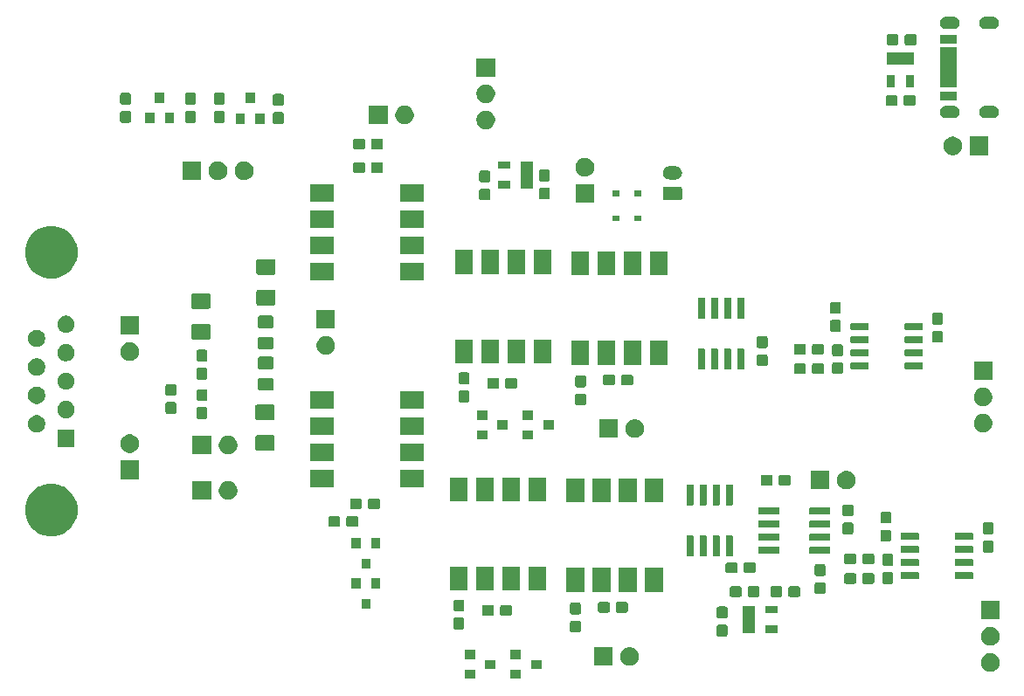
<source format=gts>
G04 #@! TF.GenerationSoftware,KiCad,Pcbnew,(5.1.5-0)*
G04 #@! TF.CreationDate,2022-06-02T10:47:19-06:00*
G04 #@! TF.ProjectId,sq_lockin_v4,73715f6c-6f63-46b6-996e-5f76342e6b69,rev?*
G04 #@! TF.SameCoordinates,Original*
G04 #@! TF.FileFunction,Soldermask,Top*
G04 #@! TF.FilePolarity,Negative*
%FSLAX46Y46*%
G04 Gerber Fmt 4.6, Leading zero omitted, Abs format (unit mm)*
G04 Created by KiCad (PCBNEW (5.1.5-0)) date 2022-06-02 10:47:19*
%MOMM*%
%LPD*%
G04 APERTURE LIST*
%ADD10C,0.100000*%
G04 APERTURE END LIST*
D10*
G36*
X161901000Y-116271000D02*
G01*
X160899000Y-116271000D01*
X160899000Y-115369000D01*
X161901000Y-115369000D01*
X161901000Y-116271000D01*
G37*
G36*
X157451000Y-116271000D02*
G01*
X156449000Y-116271000D01*
X156449000Y-115369000D01*
X157451000Y-115369000D01*
X157451000Y-116271000D01*
G37*
G36*
X207513512Y-113783927D02*
G01*
X207662812Y-113813624D01*
X207826784Y-113881544D01*
X207974354Y-113980147D01*
X208099853Y-114105646D01*
X208198456Y-114253216D01*
X208266376Y-114417188D01*
X208301000Y-114591259D01*
X208301000Y-114768741D01*
X208266376Y-114942812D01*
X208198456Y-115106784D01*
X208099853Y-115254354D01*
X207974354Y-115379853D01*
X207826784Y-115478456D01*
X207662812Y-115546376D01*
X207513512Y-115576073D01*
X207488742Y-115581000D01*
X207311258Y-115581000D01*
X207286488Y-115576073D01*
X207137188Y-115546376D01*
X206973216Y-115478456D01*
X206825646Y-115379853D01*
X206700147Y-115254354D01*
X206601544Y-115106784D01*
X206533624Y-114942812D01*
X206499000Y-114768741D01*
X206499000Y-114591259D01*
X206533624Y-114417188D01*
X206601544Y-114253216D01*
X206700147Y-114105646D01*
X206825646Y-113980147D01*
X206973216Y-113881544D01*
X207137188Y-113813624D01*
X207286488Y-113783927D01*
X207311258Y-113779000D01*
X207488742Y-113779000D01*
X207513512Y-113783927D01*
G37*
G36*
X163901000Y-115321000D02*
G01*
X162899000Y-115321000D01*
X162899000Y-114419000D01*
X163901000Y-114419000D01*
X163901000Y-115321000D01*
G37*
G36*
X159451000Y-115321000D02*
G01*
X158449000Y-115321000D01*
X158449000Y-114419000D01*
X159451000Y-114419000D01*
X159451000Y-115321000D01*
G37*
G36*
X172553512Y-113203927D02*
G01*
X172702812Y-113233624D01*
X172866784Y-113301544D01*
X173014354Y-113400147D01*
X173139853Y-113525646D01*
X173238456Y-113673216D01*
X173306376Y-113837188D01*
X173341000Y-114011259D01*
X173341000Y-114188741D01*
X173306376Y-114362812D01*
X173238456Y-114526784D01*
X173139853Y-114674354D01*
X173014354Y-114799853D01*
X172866784Y-114898456D01*
X172702812Y-114966376D01*
X172553512Y-114996073D01*
X172528742Y-115001000D01*
X172351258Y-115001000D01*
X172326488Y-114996073D01*
X172177188Y-114966376D01*
X172013216Y-114898456D01*
X171865646Y-114799853D01*
X171740147Y-114674354D01*
X171641544Y-114526784D01*
X171573624Y-114362812D01*
X171539000Y-114188741D01*
X171539000Y-114011259D01*
X171573624Y-113837188D01*
X171641544Y-113673216D01*
X171740147Y-113525646D01*
X171865646Y-113400147D01*
X172013216Y-113301544D01*
X172177188Y-113233624D01*
X172326488Y-113203927D01*
X172351258Y-113199000D01*
X172528742Y-113199000D01*
X172553512Y-113203927D01*
G37*
G36*
X170801000Y-115001000D02*
G01*
X168999000Y-115001000D01*
X168999000Y-113199000D01*
X170801000Y-113199000D01*
X170801000Y-115001000D01*
G37*
G36*
X161901000Y-114371000D02*
G01*
X160899000Y-114371000D01*
X160899000Y-113469000D01*
X161901000Y-113469000D01*
X161901000Y-114371000D01*
G37*
G36*
X157451000Y-114371000D02*
G01*
X156449000Y-114371000D01*
X156449000Y-113469000D01*
X157451000Y-113469000D01*
X157451000Y-114371000D01*
G37*
G36*
X207513512Y-111243927D02*
G01*
X207662812Y-111273624D01*
X207826784Y-111341544D01*
X207974354Y-111440147D01*
X208099853Y-111565646D01*
X208198456Y-111713216D01*
X208266376Y-111877188D01*
X208301000Y-112051259D01*
X208301000Y-112228741D01*
X208266376Y-112402812D01*
X208198456Y-112566784D01*
X208099853Y-112714354D01*
X207974354Y-112839853D01*
X207826784Y-112938456D01*
X207662812Y-113006376D01*
X207513512Y-113036073D01*
X207488742Y-113041000D01*
X207311258Y-113041000D01*
X207286488Y-113036073D01*
X207137188Y-113006376D01*
X206973216Y-112938456D01*
X206825646Y-112839853D01*
X206700147Y-112714354D01*
X206601544Y-112566784D01*
X206533624Y-112402812D01*
X206499000Y-112228741D01*
X206499000Y-112051259D01*
X206533624Y-111877188D01*
X206601544Y-111713216D01*
X206700147Y-111565646D01*
X206825646Y-111440147D01*
X206973216Y-111341544D01*
X207137188Y-111273624D01*
X207286488Y-111243927D01*
X207311258Y-111239000D01*
X207488742Y-111239000D01*
X207513512Y-111243927D01*
G37*
G36*
X181764499Y-111003445D02*
G01*
X181801995Y-111014820D01*
X181836554Y-111033292D01*
X181866847Y-111058153D01*
X181891708Y-111088446D01*
X181910180Y-111123005D01*
X181921555Y-111160501D01*
X181926000Y-111205638D01*
X181926000Y-111944362D01*
X181921555Y-111989499D01*
X181910180Y-112026995D01*
X181891708Y-112061554D01*
X181866847Y-112091847D01*
X181836554Y-112116708D01*
X181801995Y-112135180D01*
X181764499Y-112146555D01*
X181719362Y-112151000D01*
X181080638Y-112151000D01*
X181035501Y-112146555D01*
X180998005Y-112135180D01*
X180963446Y-112116708D01*
X180933153Y-112091847D01*
X180908292Y-112061554D01*
X180889820Y-112026995D01*
X180878445Y-111989499D01*
X180874000Y-111944362D01*
X180874000Y-111205638D01*
X180878445Y-111160501D01*
X180889820Y-111123005D01*
X180908292Y-111088446D01*
X180933153Y-111058153D01*
X180963446Y-111033292D01*
X180998005Y-111014820D01*
X181035501Y-111003445D01*
X181080638Y-110999000D01*
X181719362Y-110999000D01*
X181764499Y-111003445D01*
G37*
G36*
X186781000Y-111826000D02*
G01*
X185619000Y-111826000D01*
X185619000Y-111074000D01*
X186781000Y-111074000D01*
X186781000Y-111826000D01*
G37*
G36*
X184581000Y-111826000D02*
G01*
X183419000Y-111826000D01*
X183419000Y-109174000D01*
X184581000Y-109174000D01*
X184581000Y-111826000D01*
G37*
G36*
X167564499Y-110628445D02*
G01*
X167601995Y-110639820D01*
X167636554Y-110658292D01*
X167666847Y-110683153D01*
X167691708Y-110713446D01*
X167710180Y-110748005D01*
X167721555Y-110785501D01*
X167726000Y-110830638D01*
X167726000Y-111569362D01*
X167721555Y-111614499D01*
X167710180Y-111651995D01*
X167691708Y-111686554D01*
X167666847Y-111716847D01*
X167636554Y-111741708D01*
X167601995Y-111760180D01*
X167564499Y-111771555D01*
X167519362Y-111776000D01*
X166880638Y-111776000D01*
X166835501Y-111771555D01*
X166798005Y-111760180D01*
X166763446Y-111741708D01*
X166733153Y-111716847D01*
X166708292Y-111686554D01*
X166689820Y-111651995D01*
X166678445Y-111614499D01*
X166674000Y-111569362D01*
X166674000Y-110830638D01*
X166678445Y-110785501D01*
X166689820Y-110748005D01*
X166708292Y-110713446D01*
X166733153Y-110683153D01*
X166763446Y-110658292D01*
X166798005Y-110639820D01*
X166835501Y-110628445D01*
X166880638Y-110624000D01*
X167519362Y-110624000D01*
X167564499Y-110628445D01*
G37*
G36*
X156264499Y-110328445D02*
G01*
X156301995Y-110339820D01*
X156336554Y-110358292D01*
X156366847Y-110383153D01*
X156391708Y-110413446D01*
X156410180Y-110448005D01*
X156421555Y-110485501D01*
X156426000Y-110530638D01*
X156426000Y-111269362D01*
X156421555Y-111314499D01*
X156410180Y-111351995D01*
X156391708Y-111386554D01*
X156366847Y-111416847D01*
X156336554Y-111441708D01*
X156301995Y-111460180D01*
X156264499Y-111471555D01*
X156219362Y-111476000D01*
X155580638Y-111476000D01*
X155535501Y-111471555D01*
X155498005Y-111460180D01*
X155463446Y-111441708D01*
X155433153Y-111416847D01*
X155408292Y-111386554D01*
X155389820Y-111351995D01*
X155378445Y-111314499D01*
X155374000Y-111269362D01*
X155374000Y-110530638D01*
X155378445Y-110485501D01*
X155389820Y-110448005D01*
X155408292Y-110413446D01*
X155433153Y-110383153D01*
X155463446Y-110358292D01*
X155498005Y-110339820D01*
X155535501Y-110328445D01*
X155580638Y-110324000D01*
X156219362Y-110324000D01*
X156264499Y-110328445D01*
G37*
G36*
X208301000Y-110501000D02*
G01*
X206499000Y-110501000D01*
X206499000Y-108699000D01*
X208301000Y-108699000D01*
X208301000Y-110501000D01*
G37*
G36*
X181764499Y-109253445D02*
G01*
X181801995Y-109264820D01*
X181836554Y-109283292D01*
X181866847Y-109308153D01*
X181891708Y-109338446D01*
X181910180Y-109373005D01*
X181921555Y-109410501D01*
X181926000Y-109455638D01*
X181926000Y-110194362D01*
X181921555Y-110239499D01*
X181910180Y-110276995D01*
X181891708Y-110311554D01*
X181866847Y-110341847D01*
X181836554Y-110366708D01*
X181801995Y-110385180D01*
X181764499Y-110396555D01*
X181719362Y-110401000D01*
X181080638Y-110401000D01*
X181035501Y-110396555D01*
X180998005Y-110385180D01*
X180963446Y-110366708D01*
X180933153Y-110341847D01*
X180908292Y-110311554D01*
X180889820Y-110276995D01*
X180878445Y-110239499D01*
X180874000Y-110194362D01*
X180874000Y-109455638D01*
X180878445Y-109410501D01*
X180889820Y-109373005D01*
X180908292Y-109338446D01*
X180933153Y-109308153D01*
X180963446Y-109283292D01*
X180998005Y-109264820D01*
X181035501Y-109253445D01*
X181080638Y-109249000D01*
X181719362Y-109249000D01*
X181764499Y-109253445D01*
G37*
G36*
X160889499Y-109103445D02*
G01*
X160926995Y-109114820D01*
X160961554Y-109133292D01*
X160991847Y-109158153D01*
X161016708Y-109188446D01*
X161035180Y-109223005D01*
X161046555Y-109260501D01*
X161051000Y-109305638D01*
X161051000Y-109944362D01*
X161046555Y-109989499D01*
X161035180Y-110026995D01*
X161016708Y-110061554D01*
X160991847Y-110091847D01*
X160961554Y-110116708D01*
X160926995Y-110135180D01*
X160889499Y-110146555D01*
X160844362Y-110151000D01*
X160105638Y-110151000D01*
X160060501Y-110146555D01*
X160023005Y-110135180D01*
X159988446Y-110116708D01*
X159958153Y-110091847D01*
X159933292Y-110061554D01*
X159914820Y-110026995D01*
X159903445Y-109989499D01*
X159899000Y-109944362D01*
X159899000Y-109305638D01*
X159903445Y-109260501D01*
X159914820Y-109223005D01*
X159933292Y-109188446D01*
X159958153Y-109158153D01*
X159988446Y-109133292D01*
X160023005Y-109114820D01*
X160060501Y-109103445D01*
X160105638Y-109099000D01*
X160844362Y-109099000D01*
X160889499Y-109103445D01*
G37*
G36*
X159139499Y-109103445D02*
G01*
X159176995Y-109114820D01*
X159211554Y-109133292D01*
X159241847Y-109158153D01*
X159266708Y-109188446D01*
X159285180Y-109223005D01*
X159296555Y-109260501D01*
X159301000Y-109305638D01*
X159301000Y-109944362D01*
X159296555Y-109989499D01*
X159285180Y-110026995D01*
X159266708Y-110061554D01*
X159241847Y-110091847D01*
X159211554Y-110116708D01*
X159176995Y-110135180D01*
X159139499Y-110146555D01*
X159094362Y-110151000D01*
X158355638Y-110151000D01*
X158310501Y-110146555D01*
X158273005Y-110135180D01*
X158238446Y-110116708D01*
X158208153Y-110091847D01*
X158183292Y-110061554D01*
X158164820Y-110026995D01*
X158153445Y-109989499D01*
X158149000Y-109944362D01*
X158149000Y-109305638D01*
X158153445Y-109260501D01*
X158164820Y-109223005D01*
X158183292Y-109188446D01*
X158208153Y-109158153D01*
X158238446Y-109133292D01*
X158273005Y-109114820D01*
X158310501Y-109103445D01*
X158355638Y-109099000D01*
X159094362Y-109099000D01*
X159139499Y-109103445D01*
G37*
G36*
X167564499Y-108878445D02*
G01*
X167601995Y-108889820D01*
X167636554Y-108908292D01*
X167666847Y-108933153D01*
X167691708Y-108963446D01*
X167710180Y-108998005D01*
X167721555Y-109035501D01*
X167726000Y-109080638D01*
X167726000Y-109819362D01*
X167721555Y-109864499D01*
X167710180Y-109901995D01*
X167691708Y-109936554D01*
X167666847Y-109966847D01*
X167636554Y-109991708D01*
X167601995Y-110010180D01*
X167564499Y-110021555D01*
X167519362Y-110026000D01*
X166880638Y-110026000D01*
X166835501Y-110021555D01*
X166798005Y-110010180D01*
X166763446Y-109991708D01*
X166733153Y-109966847D01*
X166708292Y-109936554D01*
X166689820Y-109901995D01*
X166678445Y-109864499D01*
X166674000Y-109819362D01*
X166674000Y-109080638D01*
X166678445Y-109035501D01*
X166689820Y-108998005D01*
X166708292Y-108963446D01*
X166733153Y-108933153D01*
X166763446Y-108908292D01*
X166798005Y-108889820D01*
X166835501Y-108878445D01*
X166880638Y-108874000D01*
X167519362Y-108874000D01*
X167564499Y-108878445D01*
G37*
G36*
X186781000Y-109926000D02*
G01*
X185619000Y-109926000D01*
X185619000Y-109174000D01*
X186781000Y-109174000D01*
X186781000Y-109926000D01*
G37*
G36*
X170364499Y-108803445D02*
G01*
X170401995Y-108814820D01*
X170436554Y-108833292D01*
X170466847Y-108858153D01*
X170491708Y-108888446D01*
X170510180Y-108923005D01*
X170521555Y-108960501D01*
X170526000Y-109005638D01*
X170526000Y-109644362D01*
X170521555Y-109689499D01*
X170510180Y-109726995D01*
X170491708Y-109761554D01*
X170466847Y-109791847D01*
X170436554Y-109816708D01*
X170401995Y-109835180D01*
X170364499Y-109846555D01*
X170319362Y-109851000D01*
X169580638Y-109851000D01*
X169535501Y-109846555D01*
X169498005Y-109835180D01*
X169463446Y-109816708D01*
X169433153Y-109791847D01*
X169408292Y-109761554D01*
X169389820Y-109726995D01*
X169378445Y-109689499D01*
X169374000Y-109644362D01*
X169374000Y-109005638D01*
X169378445Y-108960501D01*
X169389820Y-108923005D01*
X169408292Y-108888446D01*
X169433153Y-108858153D01*
X169463446Y-108833292D01*
X169498005Y-108814820D01*
X169535501Y-108803445D01*
X169580638Y-108799000D01*
X170319362Y-108799000D01*
X170364499Y-108803445D01*
G37*
G36*
X172114499Y-108803445D02*
G01*
X172151995Y-108814820D01*
X172186554Y-108833292D01*
X172216847Y-108858153D01*
X172241708Y-108888446D01*
X172260180Y-108923005D01*
X172271555Y-108960501D01*
X172276000Y-109005638D01*
X172276000Y-109644362D01*
X172271555Y-109689499D01*
X172260180Y-109726995D01*
X172241708Y-109761554D01*
X172216847Y-109791847D01*
X172186554Y-109816708D01*
X172151995Y-109835180D01*
X172114499Y-109846555D01*
X172069362Y-109851000D01*
X171330638Y-109851000D01*
X171285501Y-109846555D01*
X171248005Y-109835180D01*
X171213446Y-109816708D01*
X171183153Y-109791847D01*
X171158292Y-109761554D01*
X171139820Y-109726995D01*
X171128445Y-109689499D01*
X171124000Y-109644362D01*
X171124000Y-109005638D01*
X171128445Y-108960501D01*
X171139820Y-108923005D01*
X171158292Y-108888446D01*
X171183153Y-108858153D01*
X171213446Y-108833292D01*
X171248005Y-108814820D01*
X171285501Y-108803445D01*
X171330638Y-108799000D01*
X172069362Y-108799000D01*
X172114499Y-108803445D01*
G37*
G36*
X156264499Y-108578445D02*
G01*
X156301995Y-108589820D01*
X156336554Y-108608292D01*
X156366847Y-108633153D01*
X156391708Y-108663446D01*
X156410180Y-108698005D01*
X156421555Y-108735501D01*
X156426000Y-108780638D01*
X156426000Y-109519362D01*
X156421555Y-109564499D01*
X156410180Y-109601995D01*
X156391708Y-109636554D01*
X156366847Y-109666847D01*
X156336554Y-109691708D01*
X156301995Y-109710180D01*
X156264499Y-109721555D01*
X156219362Y-109726000D01*
X155580638Y-109726000D01*
X155535501Y-109721555D01*
X155498005Y-109710180D01*
X155463446Y-109691708D01*
X155433153Y-109666847D01*
X155408292Y-109636554D01*
X155389820Y-109601995D01*
X155378445Y-109564499D01*
X155374000Y-109519362D01*
X155374000Y-108780638D01*
X155378445Y-108735501D01*
X155389820Y-108698005D01*
X155408292Y-108663446D01*
X155433153Y-108633153D01*
X155463446Y-108608292D01*
X155498005Y-108589820D01*
X155535501Y-108578445D01*
X155580638Y-108574000D01*
X156219362Y-108574000D01*
X156264499Y-108578445D01*
G37*
G36*
X147351000Y-109501000D02*
G01*
X146449000Y-109501000D01*
X146449000Y-108499000D01*
X147351000Y-108499000D01*
X147351000Y-109501000D01*
G37*
G36*
X187064499Y-107278445D02*
G01*
X187101995Y-107289820D01*
X187136554Y-107308292D01*
X187166847Y-107333153D01*
X187191708Y-107363446D01*
X187210180Y-107398005D01*
X187221555Y-107435501D01*
X187226000Y-107480638D01*
X187226000Y-108119362D01*
X187221555Y-108164499D01*
X187210180Y-108201995D01*
X187191708Y-108236554D01*
X187166847Y-108266847D01*
X187136554Y-108291708D01*
X187101995Y-108310180D01*
X187064499Y-108321555D01*
X187019362Y-108326000D01*
X186280638Y-108326000D01*
X186235501Y-108321555D01*
X186198005Y-108310180D01*
X186163446Y-108291708D01*
X186133153Y-108266847D01*
X186108292Y-108236554D01*
X186089820Y-108201995D01*
X186078445Y-108164499D01*
X186074000Y-108119362D01*
X186074000Y-107480638D01*
X186078445Y-107435501D01*
X186089820Y-107398005D01*
X186108292Y-107363446D01*
X186133153Y-107333153D01*
X186163446Y-107308292D01*
X186198005Y-107289820D01*
X186235501Y-107278445D01*
X186280638Y-107274000D01*
X187019362Y-107274000D01*
X187064499Y-107278445D01*
G37*
G36*
X188814499Y-107278445D02*
G01*
X188851995Y-107289820D01*
X188886554Y-107308292D01*
X188916847Y-107333153D01*
X188941708Y-107363446D01*
X188960180Y-107398005D01*
X188971555Y-107435501D01*
X188976000Y-107480638D01*
X188976000Y-108119362D01*
X188971555Y-108164499D01*
X188960180Y-108201995D01*
X188941708Y-108236554D01*
X188916847Y-108266847D01*
X188886554Y-108291708D01*
X188851995Y-108310180D01*
X188814499Y-108321555D01*
X188769362Y-108326000D01*
X188030638Y-108326000D01*
X187985501Y-108321555D01*
X187948005Y-108310180D01*
X187913446Y-108291708D01*
X187883153Y-108266847D01*
X187858292Y-108236554D01*
X187839820Y-108201995D01*
X187828445Y-108164499D01*
X187824000Y-108119362D01*
X187824000Y-107480638D01*
X187828445Y-107435501D01*
X187839820Y-107398005D01*
X187858292Y-107363446D01*
X187883153Y-107333153D01*
X187913446Y-107308292D01*
X187948005Y-107289820D01*
X187985501Y-107278445D01*
X188030638Y-107274000D01*
X188769362Y-107274000D01*
X188814499Y-107278445D01*
G37*
G36*
X183139499Y-107278445D02*
G01*
X183176995Y-107289820D01*
X183211554Y-107308292D01*
X183241847Y-107333153D01*
X183266708Y-107363446D01*
X183285180Y-107398005D01*
X183296555Y-107435501D01*
X183301000Y-107480638D01*
X183301000Y-108119362D01*
X183296555Y-108164499D01*
X183285180Y-108201995D01*
X183266708Y-108236554D01*
X183241847Y-108266847D01*
X183211554Y-108291708D01*
X183176995Y-108310180D01*
X183139499Y-108321555D01*
X183094362Y-108326000D01*
X182355638Y-108326000D01*
X182310501Y-108321555D01*
X182273005Y-108310180D01*
X182238446Y-108291708D01*
X182208153Y-108266847D01*
X182183292Y-108236554D01*
X182164820Y-108201995D01*
X182153445Y-108164499D01*
X182149000Y-108119362D01*
X182149000Y-107480638D01*
X182153445Y-107435501D01*
X182164820Y-107398005D01*
X182183292Y-107363446D01*
X182208153Y-107333153D01*
X182238446Y-107308292D01*
X182273005Y-107289820D01*
X182310501Y-107278445D01*
X182355638Y-107274000D01*
X183094362Y-107274000D01*
X183139499Y-107278445D01*
G37*
G36*
X184889499Y-107278445D02*
G01*
X184926995Y-107289820D01*
X184961554Y-107308292D01*
X184991847Y-107333153D01*
X185016708Y-107363446D01*
X185035180Y-107398005D01*
X185046555Y-107435501D01*
X185051000Y-107480638D01*
X185051000Y-108119362D01*
X185046555Y-108164499D01*
X185035180Y-108201995D01*
X185016708Y-108236554D01*
X184991847Y-108266847D01*
X184961554Y-108291708D01*
X184926995Y-108310180D01*
X184889499Y-108321555D01*
X184844362Y-108326000D01*
X184105638Y-108326000D01*
X184060501Y-108321555D01*
X184023005Y-108310180D01*
X183988446Y-108291708D01*
X183958153Y-108266847D01*
X183933292Y-108236554D01*
X183914820Y-108201995D01*
X183903445Y-108164499D01*
X183899000Y-108119362D01*
X183899000Y-107480638D01*
X183903445Y-107435501D01*
X183914820Y-107398005D01*
X183933292Y-107363446D01*
X183958153Y-107333153D01*
X183988446Y-107308292D01*
X184023005Y-107289820D01*
X184060501Y-107278445D01*
X184105638Y-107274000D01*
X184844362Y-107274000D01*
X184889499Y-107278445D01*
G37*
G36*
X191264499Y-106903445D02*
G01*
X191301995Y-106914820D01*
X191336554Y-106933292D01*
X191366847Y-106958153D01*
X191391708Y-106988446D01*
X191410180Y-107023005D01*
X191421555Y-107060501D01*
X191426000Y-107105638D01*
X191426000Y-107844362D01*
X191421555Y-107889499D01*
X191410180Y-107926995D01*
X191391708Y-107961554D01*
X191366847Y-107991847D01*
X191336554Y-108016708D01*
X191301995Y-108035180D01*
X191264499Y-108046555D01*
X191219362Y-108051000D01*
X190580638Y-108051000D01*
X190535501Y-108046555D01*
X190498005Y-108035180D01*
X190463446Y-108016708D01*
X190433153Y-107991847D01*
X190408292Y-107961554D01*
X190389820Y-107926995D01*
X190378445Y-107889499D01*
X190374000Y-107844362D01*
X190374000Y-107105638D01*
X190378445Y-107060501D01*
X190389820Y-107023005D01*
X190408292Y-106988446D01*
X190433153Y-106958153D01*
X190463446Y-106933292D01*
X190498005Y-106914820D01*
X190535501Y-106903445D01*
X190580638Y-106899000D01*
X191219362Y-106899000D01*
X191264499Y-106903445D01*
G37*
G36*
X168041000Y-107826000D02*
G01*
X166339000Y-107826000D01*
X166339000Y-105524000D01*
X168041000Y-105524000D01*
X168041000Y-107826000D01*
G37*
G36*
X175661000Y-107826000D02*
G01*
X173959000Y-107826000D01*
X173959000Y-105524000D01*
X175661000Y-105524000D01*
X175661000Y-107826000D01*
G37*
G36*
X173121000Y-107826000D02*
G01*
X171419000Y-107826000D01*
X171419000Y-105524000D01*
X173121000Y-105524000D01*
X173121000Y-107826000D01*
G37*
G36*
X170581000Y-107826000D02*
G01*
X168879000Y-107826000D01*
X168879000Y-105524000D01*
X170581000Y-105524000D01*
X170581000Y-107826000D01*
G37*
G36*
X156741000Y-107726000D02*
G01*
X155039000Y-107726000D01*
X155039000Y-105424000D01*
X156741000Y-105424000D01*
X156741000Y-107726000D01*
G37*
G36*
X159281000Y-107726000D02*
G01*
X157579000Y-107726000D01*
X157579000Y-105424000D01*
X159281000Y-105424000D01*
X159281000Y-107726000D01*
G37*
G36*
X164361000Y-107726000D02*
G01*
X162659000Y-107726000D01*
X162659000Y-105424000D01*
X164361000Y-105424000D01*
X164361000Y-107726000D01*
G37*
G36*
X161821000Y-107726000D02*
G01*
X160119000Y-107726000D01*
X160119000Y-105424000D01*
X161821000Y-105424000D01*
X161821000Y-107726000D01*
G37*
G36*
X148301000Y-107501000D02*
G01*
X147399000Y-107501000D01*
X147399000Y-106499000D01*
X148301000Y-106499000D01*
X148301000Y-107501000D01*
G37*
G36*
X146401000Y-107501000D02*
G01*
X145499000Y-107501000D01*
X145499000Y-106499000D01*
X146401000Y-106499000D01*
X146401000Y-107501000D01*
G37*
G36*
X194239499Y-106008445D02*
G01*
X194276995Y-106019820D01*
X194311554Y-106038292D01*
X194341847Y-106063153D01*
X194366708Y-106093446D01*
X194385180Y-106128005D01*
X194396555Y-106165501D01*
X194401000Y-106210638D01*
X194401000Y-106849362D01*
X194396555Y-106894499D01*
X194385180Y-106931995D01*
X194366708Y-106966554D01*
X194341847Y-106996847D01*
X194311554Y-107021708D01*
X194276995Y-107040180D01*
X194239499Y-107051555D01*
X194194362Y-107056000D01*
X193455638Y-107056000D01*
X193410501Y-107051555D01*
X193373005Y-107040180D01*
X193338446Y-107021708D01*
X193308153Y-106996847D01*
X193283292Y-106966554D01*
X193264820Y-106931995D01*
X193253445Y-106894499D01*
X193249000Y-106849362D01*
X193249000Y-106210638D01*
X193253445Y-106165501D01*
X193264820Y-106128005D01*
X193283292Y-106093446D01*
X193308153Y-106063153D01*
X193338446Y-106038292D01*
X193373005Y-106019820D01*
X193410501Y-106008445D01*
X193455638Y-106004000D01*
X194194362Y-106004000D01*
X194239499Y-106008445D01*
G37*
G36*
X195989499Y-106008445D02*
G01*
X196026995Y-106019820D01*
X196061554Y-106038292D01*
X196091847Y-106063153D01*
X196116708Y-106093446D01*
X196135180Y-106128005D01*
X196146555Y-106165501D01*
X196151000Y-106210638D01*
X196151000Y-106849362D01*
X196146555Y-106894499D01*
X196135180Y-106931995D01*
X196116708Y-106966554D01*
X196091847Y-106996847D01*
X196061554Y-107021708D01*
X196026995Y-107040180D01*
X195989499Y-107051555D01*
X195944362Y-107056000D01*
X195205638Y-107056000D01*
X195160501Y-107051555D01*
X195123005Y-107040180D01*
X195088446Y-107021708D01*
X195058153Y-106996847D01*
X195033292Y-106966554D01*
X195014820Y-106931995D01*
X195003445Y-106894499D01*
X194999000Y-106849362D01*
X194999000Y-106210638D01*
X195003445Y-106165501D01*
X195014820Y-106128005D01*
X195033292Y-106093446D01*
X195058153Y-106063153D01*
X195088446Y-106038292D01*
X195123005Y-106019820D01*
X195160501Y-106008445D01*
X195205638Y-106004000D01*
X195944362Y-106004000D01*
X195989499Y-106008445D01*
G37*
G36*
X197839499Y-105908445D02*
G01*
X197876995Y-105919820D01*
X197911554Y-105938292D01*
X197941847Y-105963153D01*
X197966708Y-105993446D01*
X197985180Y-106028005D01*
X197996555Y-106065501D01*
X198001000Y-106110638D01*
X198001000Y-106849362D01*
X197996555Y-106894499D01*
X197985180Y-106931995D01*
X197966708Y-106966554D01*
X197941847Y-106996847D01*
X197911554Y-107021708D01*
X197876995Y-107040180D01*
X197839499Y-107051555D01*
X197794362Y-107056000D01*
X197155638Y-107056000D01*
X197110501Y-107051555D01*
X197073005Y-107040180D01*
X197038446Y-107021708D01*
X197008153Y-106996847D01*
X196983292Y-106966554D01*
X196964820Y-106931995D01*
X196953445Y-106894499D01*
X196949000Y-106849362D01*
X196949000Y-106110638D01*
X196953445Y-106065501D01*
X196964820Y-106028005D01*
X196983292Y-105993446D01*
X197008153Y-105963153D01*
X197038446Y-105938292D01*
X197073005Y-105919820D01*
X197110501Y-105908445D01*
X197155638Y-105904000D01*
X197794362Y-105904000D01*
X197839499Y-105908445D01*
G37*
G36*
X205634928Y-105906764D02*
G01*
X205656009Y-105913160D01*
X205675445Y-105923548D01*
X205692476Y-105937524D01*
X205706452Y-105954555D01*
X205716840Y-105973991D01*
X205723236Y-105995072D01*
X205726000Y-106023140D01*
X205726000Y-106486860D01*
X205723236Y-106514928D01*
X205716840Y-106536009D01*
X205706452Y-106555445D01*
X205692476Y-106572476D01*
X205675445Y-106586452D01*
X205656009Y-106596840D01*
X205634928Y-106603236D01*
X205606860Y-106606000D01*
X204093140Y-106606000D01*
X204065072Y-106603236D01*
X204043991Y-106596840D01*
X204024555Y-106586452D01*
X204007524Y-106572476D01*
X203993548Y-106555445D01*
X203983160Y-106536009D01*
X203976764Y-106514928D01*
X203974000Y-106486860D01*
X203974000Y-106023140D01*
X203976764Y-105995072D01*
X203983160Y-105973991D01*
X203993548Y-105954555D01*
X204007524Y-105937524D01*
X204024555Y-105923548D01*
X204043991Y-105913160D01*
X204065072Y-105906764D01*
X204093140Y-105904000D01*
X205606860Y-105904000D01*
X205634928Y-105906764D01*
G37*
G36*
X200384928Y-105906764D02*
G01*
X200406009Y-105913160D01*
X200425445Y-105923548D01*
X200442476Y-105937524D01*
X200456452Y-105954555D01*
X200466840Y-105973991D01*
X200473236Y-105995072D01*
X200476000Y-106023140D01*
X200476000Y-106486860D01*
X200473236Y-106514928D01*
X200466840Y-106536009D01*
X200456452Y-106555445D01*
X200442476Y-106572476D01*
X200425445Y-106586452D01*
X200406009Y-106596840D01*
X200384928Y-106603236D01*
X200356860Y-106606000D01*
X198843140Y-106606000D01*
X198815072Y-106603236D01*
X198793991Y-106596840D01*
X198774555Y-106586452D01*
X198757524Y-106572476D01*
X198743548Y-106555445D01*
X198733160Y-106536009D01*
X198726764Y-106514928D01*
X198724000Y-106486860D01*
X198724000Y-106023140D01*
X198726764Y-105995072D01*
X198733160Y-105973991D01*
X198743548Y-105954555D01*
X198757524Y-105937524D01*
X198774555Y-105923548D01*
X198793991Y-105913160D01*
X198815072Y-105906764D01*
X198843140Y-105904000D01*
X200356860Y-105904000D01*
X200384928Y-105906764D01*
G37*
G36*
X191264499Y-105153445D02*
G01*
X191301995Y-105164820D01*
X191336554Y-105183292D01*
X191366847Y-105208153D01*
X191391708Y-105238446D01*
X191410180Y-105273005D01*
X191421555Y-105310501D01*
X191426000Y-105355638D01*
X191426000Y-106094362D01*
X191421555Y-106139499D01*
X191410180Y-106176995D01*
X191391708Y-106211554D01*
X191366847Y-106241847D01*
X191336554Y-106266708D01*
X191301995Y-106285180D01*
X191264499Y-106296555D01*
X191219362Y-106301000D01*
X190580638Y-106301000D01*
X190535501Y-106296555D01*
X190498005Y-106285180D01*
X190463446Y-106266708D01*
X190433153Y-106241847D01*
X190408292Y-106211554D01*
X190389820Y-106176995D01*
X190378445Y-106139499D01*
X190374000Y-106094362D01*
X190374000Y-105355638D01*
X190378445Y-105310501D01*
X190389820Y-105273005D01*
X190408292Y-105238446D01*
X190433153Y-105208153D01*
X190463446Y-105183292D01*
X190498005Y-105164820D01*
X190535501Y-105153445D01*
X190580638Y-105149000D01*
X191219362Y-105149000D01*
X191264499Y-105153445D01*
G37*
G36*
X184489499Y-104978445D02*
G01*
X184526995Y-104989820D01*
X184561554Y-105008292D01*
X184591847Y-105033153D01*
X184616708Y-105063446D01*
X184635180Y-105098005D01*
X184646555Y-105135501D01*
X184651000Y-105180638D01*
X184651000Y-105819362D01*
X184646555Y-105864499D01*
X184635180Y-105901995D01*
X184616708Y-105936554D01*
X184591847Y-105966847D01*
X184561554Y-105991708D01*
X184526995Y-106010180D01*
X184489499Y-106021555D01*
X184444362Y-106026000D01*
X183705638Y-106026000D01*
X183660501Y-106021555D01*
X183623005Y-106010180D01*
X183588446Y-105991708D01*
X183558153Y-105966847D01*
X183533292Y-105936554D01*
X183514820Y-105901995D01*
X183503445Y-105864499D01*
X183499000Y-105819362D01*
X183499000Y-105180638D01*
X183503445Y-105135501D01*
X183514820Y-105098005D01*
X183533292Y-105063446D01*
X183558153Y-105033153D01*
X183588446Y-105008292D01*
X183623005Y-104989820D01*
X183660501Y-104978445D01*
X183705638Y-104974000D01*
X184444362Y-104974000D01*
X184489499Y-104978445D01*
G37*
G36*
X182739499Y-104978445D02*
G01*
X182776995Y-104989820D01*
X182811554Y-105008292D01*
X182841847Y-105033153D01*
X182866708Y-105063446D01*
X182885180Y-105098005D01*
X182896555Y-105135501D01*
X182901000Y-105180638D01*
X182901000Y-105819362D01*
X182896555Y-105864499D01*
X182885180Y-105901995D01*
X182866708Y-105936554D01*
X182841847Y-105966847D01*
X182811554Y-105991708D01*
X182776995Y-106010180D01*
X182739499Y-106021555D01*
X182694362Y-106026000D01*
X181955638Y-106026000D01*
X181910501Y-106021555D01*
X181873005Y-106010180D01*
X181838446Y-105991708D01*
X181808153Y-105966847D01*
X181783292Y-105936554D01*
X181764820Y-105901995D01*
X181753445Y-105864499D01*
X181749000Y-105819362D01*
X181749000Y-105180638D01*
X181753445Y-105135501D01*
X181764820Y-105098005D01*
X181783292Y-105063446D01*
X181808153Y-105033153D01*
X181838446Y-105008292D01*
X181873005Y-104989820D01*
X181910501Y-104978445D01*
X181955638Y-104974000D01*
X182694362Y-104974000D01*
X182739499Y-104978445D01*
G37*
G36*
X147351000Y-105601000D02*
G01*
X146449000Y-105601000D01*
X146449000Y-104599000D01*
X147351000Y-104599000D01*
X147351000Y-105601000D01*
G37*
G36*
X200384928Y-104636764D02*
G01*
X200406009Y-104643160D01*
X200425445Y-104653548D01*
X200442476Y-104667524D01*
X200456452Y-104684555D01*
X200466840Y-104703991D01*
X200473236Y-104725072D01*
X200476000Y-104753140D01*
X200476000Y-105216860D01*
X200473236Y-105244928D01*
X200466840Y-105266009D01*
X200456452Y-105285445D01*
X200442476Y-105302476D01*
X200425445Y-105316452D01*
X200406009Y-105326840D01*
X200384928Y-105333236D01*
X200356860Y-105336000D01*
X198843140Y-105336000D01*
X198815072Y-105333236D01*
X198793991Y-105326840D01*
X198774555Y-105316452D01*
X198757524Y-105302476D01*
X198743548Y-105285445D01*
X198733160Y-105266009D01*
X198726764Y-105244928D01*
X198724000Y-105216860D01*
X198724000Y-104753140D01*
X198726764Y-104725072D01*
X198733160Y-104703991D01*
X198743548Y-104684555D01*
X198757524Y-104667524D01*
X198774555Y-104653548D01*
X198793991Y-104643160D01*
X198815072Y-104636764D01*
X198843140Y-104634000D01*
X200356860Y-104634000D01*
X200384928Y-104636764D01*
G37*
G36*
X205634928Y-104636764D02*
G01*
X205656009Y-104643160D01*
X205675445Y-104653548D01*
X205692476Y-104667524D01*
X205706452Y-104684555D01*
X205716840Y-104703991D01*
X205723236Y-104725072D01*
X205726000Y-104753140D01*
X205726000Y-105216860D01*
X205723236Y-105244928D01*
X205716840Y-105266009D01*
X205706452Y-105285445D01*
X205692476Y-105302476D01*
X205675445Y-105316452D01*
X205656009Y-105326840D01*
X205634928Y-105333236D01*
X205606860Y-105336000D01*
X204093140Y-105336000D01*
X204065072Y-105333236D01*
X204043991Y-105326840D01*
X204024555Y-105316452D01*
X204007524Y-105302476D01*
X203993548Y-105285445D01*
X203983160Y-105266009D01*
X203976764Y-105244928D01*
X203974000Y-105216860D01*
X203974000Y-104753140D01*
X203976764Y-104725072D01*
X203983160Y-104703991D01*
X203993548Y-104684555D01*
X204007524Y-104667524D01*
X204024555Y-104653548D01*
X204043991Y-104643160D01*
X204065072Y-104636764D01*
X204093140Y-104634000D01*
X205606860Y-104634000D01*
X205634928Y-104636764D01*
G37*
G36*
X197839499Y-104158445D02*
G01*
X197876995Y-104169820D01*
X197911554Y-104188292D01*
X197941847Y-104213153D01*
X197966708Y-104243446D01*
X197985180Y-104278005D01*
X197996555Y-104315501D01*
X198001000Y-104360638D01*
X198001000Y-105099362D01*
X197996555Y-105144499D01*
X197985180Y-105181995D01*
X197966708Y-105216554D01*
X197941847Y-105246847D01*
X197911554Y-105271708D01*
X197876995Y-105290180D01*
X197839499Y-105301555D01*
X197794362Y-105306000D01*
X197155638Y-105306000D01*
X197110501Y-105301555D01*
X197073005Y-105290180D01*
X197038446Y-105271708D01*
X197008153Y-105246847D01*
X196983292Y-105216554D01*
X196964820Y-105181995D01*
X196953445Y-105144499D01*
X196949000Y-105099362D01*
X196949000Y-104360638D01*
X196953445Y-104315501D01*
X196964820Y-104278005D01*
X196983292Y-104243446D01*
X197008153Y-104213153D01*
X197038446Y-104188292D01*
X197073005Y-104169820D01*
X197110501Y-104158445D01*
X197155638Y-104154000D01*
X197794362Y-104154000D01*
X197839499Y-104158445D01*
G37*
G36*
X194239499Y-104108445D02*
G01*
X194276995Y-104119820D01*
X194311554Y-104138292D01*
X194341847Y-104163153D01*
X194366708Y-104193446D01*
X194385180Y-104228005D01*
X194396555Y-104265501D01*
X194401000Y-104310638D01*
X194401000Y-104949362D01*
X194396555Y-104994499D01*
X194385180Y-105031995D01*
X194366708Y-105066554D01*
X194341847Y-105096847D01*
X194311554Y-105121708D01*
X194276995Y-105140180D01*
X194239499Y-105151555D01*
X194194362Y-105156000D01*
X193455638Y-105156000D01*
X193410501Y-105151555D01*
X193373005Y-105140180D01*
X193338446Y-105121708D01*
X193308153Y-105096847D01*
X193283292Y-105066554D01*
X193264820Y-105031995D01*
X193253445Y-104994499D01*
X193249000Y-104949362D01*
X193249000Y-104310638D01*
X193253445Y-104265501D01*
X193264820Y-104228005D01*
X193283292Y-104193446D01*
X193308153Y-104163153D01*
X193338446Y-104138292D01*
X193373005Y-104119820D01*
X193410501Y-104108445D01*
X193455638Y-104104000D01*
X194194362Y-104104000D01*
X194239499Y-104108445D01*
G37*
G36*
X195989499Y-104108445D02*
G01*
X196026995Y-104119820D01*
X196061554Y-104138292D01*
X196091847Y-104163153D01*
X196116708Y-104193446D01*
X196135180Y-104228005D01*
X196146555Y-104265501D01*
X196151000Y-104310638D01*
X196151000Y-104949362D01*
X196146555Y-104994499D01*
X196135180Y-105031995D01*
X196116708Y-105066554D01*
X196091847Y-105096847D01*
X196061554Y-105121708D01*
X196026995Y-105140180D01*
X195989499Y-105151555D01*
X195944362Y-105156000D01*
X195205638Y-105156000D01*
X195160501Y-105151555D01*
X195123005Y-105140180D01*
X195088446Y-105121708D01*
X195058153Y-105096847D01*
X195033292Y-105066554D01*
X195014820Y-105031995D01*
X195003445Y-104994499D01*
X194999000Y-104949362D01*
X194999000Y-104310638D01*
X195003445Y-104265501D01*
X195014820Y-104228005D01*
X195033292Y-104193446D01*
X195058153Y-104163153D01*
X195088446Y-104138292D01*
X195123005Y-104119820D01*
X195160501Y-104108445D01*
X195205638Y-104104000D01*
X195944362Y-104104000D01*
X195989499Y-104108445D01*
G37*
G36*
X181094928Y-102351764D02*
G01*
X181116009Y-102358160D01*
X181135445Y-102368548D01*
X181152476Y-102382524D01*
X181166452Y-102399555D01*
X181176840Y-102418991D01*
X181183236Y-102440072D01*
X181186000Y-102468140D01*
X181186000Y-104281860D01*
X181183236Y-104309928D01*
X181176840Y-104331009D01*
X181166452Y-104350445D01*
X181152476Y-104367476D01*
X181135445Y-104381452D01*
X181116009Y-104391840D01*
X181094928Y-104398236D01*
X181066860Y-104401000D01*
X180603140Y-104401000D01*
X180575072Y-104398236D01*
X180553991Y-104391840D01*
X180534555Y-104381452D01*
X180517524Y-104367476D01*
X180503548Y-104350445D01*
X180493160Y-104331009D01*
X180486764Y-104309928D01*
X180484000Y-104281860D01*
X180484000Y-102468140D01*
X180486764Y-102440072D01*
X180493160Y-102418991D01*
X180503548Y-102399555D01*
X180517524Y-102382524D01*
X180534555Y-102368548D01*
X180553991Y-102358160D01*
X180575072Y-102351764D01*
X180603140Y-102349000D01*
X181066860Y-102349000D01*
X181094928Y-102351764D01*
G37*
G36*
X178554928Y-102351764D02*
G01*
X178576009Y-102358160D01*
X178595445Y-102368548D01*
X178612476Y-102382524D01*
X178626452Y-102399555D01*
X178636840Y-102418991D01*
X178643236Y-102440072D01*
X178646000Y-102468140D01*
X178646000Y-104281860D01*
X178643236Y-104309928D01*
X178636840Y-104331009D01*
X178626452Y-104350445D01*
X178612476Y-104367476D01*
X178595445Y-104381452D01*
X178576009Y-104391840D01*
X178554928Y-104398236D01*
X178526860Y-104401000D01*
X178063140Y-104401000D01*
X178035072Y-104398236D01*
X178013991Y-104391840D01*
X177994555Y-104381452D01*
X177977524Y-104367476D01*
X177963548Y-104350445D01*
X177953160Y-104331009D01*
X177946764Y-104309928D01*
X177944000Y-104281860D01*
X177944000Y-102468140D01*
X177946764Y-102440072D01*
X177953160Y-102418991D01*
X177963548Y-102399555D01*
X177977524Y-102382524D01*
X177994555Y-102368548D01*
X178013991Y-102358160D01*
X178035072Y-102351764D01*
X178063140Y-102349000D01*
X178526860Y-102349000D01*
X178554928Y-102351764D01*
G37*
G36*
X179824928Y-102351764D02*
G01*
X179846009Y-102358160D01*
X179865445Y-102368548D01*
X179882476Y-102382524D01*
X179896452Y-102399555D01*
X179906840Y-102418991D01*
X179913236Y-102440072D01*
X179916000Y-102468140D01*
X179916000Y-104281860D01*
X179913236Y-104309928D01*
X179906840Y-104331009D01*
X179896452Y-104350445D01*
X179882476Y-104367476D01*
X179865445Y-104381452D01*
X179846009Y-104391840D01*
X179824928Y-104398236D01*
X179796860Y-104401000D01*
X179333140Y-104401000D01*
X179305072Y-104398236D01*
X179283991Y-104391840D01*
X179264555Y-104381452D01*
X179247524Y-104367476D01*
X179233548Y-104350445D01*
X179223160Y-104331009D01*
X179216764Y-104309928D01*
X179214000Y-104281860D01*
X179214000Y-102468140D01*
X179216764Y-102440072D01*
X179223160Y-102418991D01*
X179233548Y-102399555D01*
X179247524Y-102382524D01*
X179264555Y-102368548D01*
X179283991Y-102358160D01*
X179305072Y-102351764D01*
X179333140Y-102349000D01*
X179796860Y-102349000D01*
X179824928Y-102351764D01*
G37*
G36*
X182364928Y-102351764D02*
G01*
X182386009Y-102358160D01*
X182405445Y-102368548D01*
X182422476Y-102382524D01*
X182436452Y-102399555D01*
X182446840Y-102418991D01*
X182453236Y-102440072D01*
X182456000Y-102468140D01*
X182456000Y-104281860D01*
X182453236Y-104309928D01*
X182446840Y-104331009D01*
X182436452Y-104350445D01*
X182422476Y-104367476D01*
X182405445Y-104381452D01*
X182386009Y-104391840D01*
X182364928Y-104398236D01*
X182336860Y-104401000D01*
X181873140Y-104401000D01*
X181845072Y-104398236D01*
X181823991Y-104391840D01*
X181804555Y-104381452D01*
X181787524Y-104367476D01*
X181773548Y-104350445D01*
X181763160Y-104331009D01*
X181756764Y-104309928D01*
X181754000Y-104281860D01*
X181754000Y-102468140D01*
X181756764Y-102440072D01*
X181763160Y-102418991D01*
X181773548Y-102399555D01*
X181787524Y-102382524D01*
X181804555Y-102368548D01*
X181823991Y-102358160D01*
X181845072Y-102351764D01*
X181873140Y-102349000D01*
X182336860Y-102349000D01*
X182364928Y-102351764D01*
G37*
G36*
X191809928Y-103456764D02*
G01*
X191831009Y-103463160D01*
X191850445Y-103473548D01*
X191867476Y-103487524D01*
X191881452Y-103504555D01*
X191891840Y-103523991D01*
X191898236Y-103545072D01*
X191901000Y-103573140D01*
X191901000Y-104036860D01*
X191898236Y-104064928D01*
X191891840Y-104086009D01*
X191881452Y-104105445D01*
X191867476Y-104122476D01*
X191850445Y-104136452D01*
X191831009Y-104146840D01*
X191809928Y-104153236D01*
X191781860Y-104156000D01*
X189968140Y-104156000D01*
X189940072Y-104153236D01*
X189918991Y-104146840D01*
X189899555Y-104136452D01*
X189882524Y-104122476D01*
X189868548Y-104105445D01*
X189858160Y-104086009D01*
X189851764Y-104064928D01*
X189849000Y-104036860D01*
X189849000Y-103573140D01*
X189851764Y-103545072D01*
X189858160Y-103523991D01*
X189868548Y-103504555D01*
X189882524Y-103487524D01*
X189899555Y-103473548D01*
X189918991Y-103463160D01*
X189940072Y-103456764D01*
X189968140Y-103454000D01*
X191781860Y-103454000D01*
X191809928Y-103456764D01*
G37*
G36*
X186859928Y-103456764D02*
G01*
X186881009Y-103463160D01*
X186900445Y-103473548D01*
X186917476Y-103487524D01*
X186931452Y-103504555D01*
X186941840Y-103523991D01*
X186948236Y-103545072D01*
X186951000Y-103573140D01*
X186951000Y-104036860D01*
X186948236Y-104064928D01*
X186941840Y-104086009D01*
X186931452Y-104105445D01*
X186917476Y-104122476D01*
X186900445Y-104136452D01*
X186881009Y-104146840D01*
X186859928Y-104153236D01*
X186831860Y-104156000D01*
X185018140Y-104156000D01*
X184990072Y-104153236D01*
X184968991Y-104146840D01*
X184949555Y-104136452D01*
X184932524Y-104122476D01*
X184918548Y-104105445D01*
X184908160Y-104086009D01*
X184901764Y-104064928D01*
X184899000Y-104036860D01*
X184899000Y-103573140D01*
X184901764Y-103545072D01*
X184908160Y-103523991D01*
X184918548Y-103504555D01*
X184932524Y-103487524D01*
X184949555Y-103473548D01*
X184968991Y-103463160D01*
X184990072Y-103456764D01*
X185018140Y-103454000D01*
X186831860Y-103454000D01*
X186859928Y-103456764D01*
G37*
G36*
X205634928Y-103366764D02*
G01*
X205656009Y-103373160D01*
X205675445Y-103383548D01*
X205692476Y-103397524D01*
X205706452Y-103414555D01*
X205716840Y-103433991D01*
X205723236Y-103455072D01*
X205726000Y-103483140D01*
X205726000Y-103946860D01*
X205723236Y-103974928D01*
X205716840Y-103996009D01*
X205706452Y-104015445D01*
X205692476Y-104032476D01*
X205675445Y-104046452D01*
X205656009Y-104056840D01*
X205634928Y-104063236D01*
X205606860Y-104066000D01*
X204093140Y-104066000D01*
X204065072Y-104063236D01*
X204043991Y-104056840D01*
X204024555Y-104046452D01*
X204007524Y-104032476D01*
X203993548Y-104015445D01*
X203983160Y-103996009D01*
X203976764Y-103974928D01*
X203974000Y-103946860D01*
X203974000Y-103483140D01*
X203976764Y-103455072D01*
X203983160Y-103433991D01*
X203993548Y-103414555D01*
X204007524Y-103397524D01*
X204024555Y-103383548D01*
X204043991Y-103373160D01*
X204065072Y-103366764D01*
X204093140Y-103364000D01*
X205606860Y-103364000D01*
X205634928Y-103366764D01*
G37*
G36*
X200384928Y-103366764D02*
G01*
X200406009Y-103373160D01*
X200425445Y-103383548D01*
X200442476Y-103397524D01*
X200456452Y-103414555D01*
X200466840Y-103433991D01*
X200473236Y-103455072D01*
X200476000Y-103483140D01*
X200476000Y-103946860D01*
X200473236Y-103974928D01*
X200466840Y-103996009D01*
X200456452Y-104015445D01*
X200442476Y-104032476D01*
X200425445Y-104046452D01*
X200406009Y-104056840D01*
X200384928Y-104063236D01*
X200356860Y-104066000D01*
X198843140Y-104066000D01*
X198815072Y-104063236D01*
X198793991Y-104056840D01*
X198774555Y-104046452D01*
X198757524Y-104032476D01*
X198743548Y-104015445D01*
X198733160Y-103996009D01*
X198726764Y-103974928D01*
X198724000Y-103946860D01*
X198724000Y-103483140D01*
X198726764Y-103455072D01*
X198733160Y-103433991D01*
X198743548Y-103414555D01*
X198757524Y-103397524D01*
X198774555Y-103383548D01*
X198793991Y-103373160D01*
X198815072Y-103366764D01*
X198843140Y-103364000D01*
X200356860Y-103364000D01*
X200384928Y-103366764D01*
G37*
G36*
X207539499Y-102858445D02*
G01*
X207576995Y-102869820D01*
X207611554Y-102888292D01*
X207641847Y-102913153D01*
X207666708Y-102943446D01*
X207685180Y-102978005D01*
X207696555Y-103015501D01*
X207701000Y-103060638D01*
X207701000Y-103799362D01*
X207696555Y-103844499D01*
X207685180Y-103881995D01*
X207666708Y-103916554D01*
X207641847Y-103946847D01*
X207611554Y-103971708D01*
X207576995Y-103990180D01*
X207539499Y-104001555D01*
X207494362Y-104006000D01*
X206855638Y-104006000D01*
X206810501Y-104001555D01*
X206773005Y-103990180D01*
X206738446Y-103971708D01*
X206708153Y-103946847D01*
X206683292Y-103916554D01*
X206664820Y-103881995D01*
X206653445Y-103844499D01*
X206649000Y-103799362D01*
X206649000Y-103060638D01*
X206653445Y-103015501D01*
X206664820Y-102978005D01*
X206683292Y-102943446D01*
X206708153Y-102913153D01*
X206738446Y-102888292D01*
X206773005Y-102869820D01*
X206810501Y-102858445D01*
X206855638Y-102854000D01*
X207494362Y-102854000D01*
X207539499Y-102858445D01*
G37*
G36*
X146401000Y-103601000D02*
G01*
X145499000Y-103601000D01*
X145499000Y-102599000D01*
X146401000Y-102599000D01*
X146401000Y-103601000D01*
G37*
G36*
X148301000Y-103601000D02*
G01*
X147399000Y-103601000D01*
X147399000Y-102599000D01*
X148301000Y-102599000D01*
X148301000Y-103601000D01*
G37*
G36*
X197639499Y-101808445D02*
G01*
X197676995Y-101819820D01*
X197711554Y-101838292D01*
X197741847Y-101863153D01*
X197766708Y-101893446D01*
X197785180Y-101928005D01*
X197796555Y-101965501D01*
X197801000Y-102010638D01*
X197801000Y-102749362D01*
X197796555Y-102794499D01*
X197785180Y-102831995D01*
X197766708Y-102866554D01*
X197741847Y-102896847D01*
X197711554Y-102921708D01*
X197676995Y-102940180D01*
X197639499Y-102951555D01*
X197594362Y-102956000D01*
X196955638Y-102956000D01*
X196910501Y-102951555D01*
X196873005Y-102940180D01*
X196838446Y-102921708D01*
X196808153Y-102896847D01*
X196783292Y-102866554D01*
X196764820Y-102831995D01*
X196753445Y-102794499D01*
X196749000Y-102749362D01*
X196749000Y-102010638D01*
X196753445Y-101965501D01*
X196764820Y-101928005D01*
X196783292Y-101893446D01*
X196808153Y-101863153D01*
X196838446Y-101838292D01*
X196873005Y-101819820D01*
X196910501Y-101808445D01*
X196955638Y-101804000D01*
X197594362Y-101804000D01*
X197639499Y-101808445D01*
G37*
G36*
X191809928Y-102186764D02*
G01*
X191831009Y-102193160D01*
X191850445Y-102203548D01*
X191867476Y-102217524D01*
X191881452Y-102234555D01*
X191891840Y-102253991D01*
X191898236Y-102275072D01*
X191901000Y-102303140D01*
X191901000Y-102766860D01*
X191898236Y-102794928D01*
X191891840Y-102816009D01*
X191881452Y-102835445D01*
X191867476Y-102852476D01*
X191850445Y-102866452D01*
X191831009Y-102876840D01*
X191809928Y-102883236D01*
X191781860Y-102886000D01*
X189968140Y-102886000D01*
X189940072Y-102883236D01*
X189918991Y-102876840D01*
X189899555Y-102866452D01*
X189882524Y-102852476D01*
X189868548Y-102835445D01*
X189858160Y-102816009D01*
X189851764Y-102794928D01*
X189849000Y-102766860D01*
X189849000Y-102303140D01*
X189851764Y-102275072D01*
X189858160Y-102253991D01*
X189868548Y-102234555D01*
X189882524Y-102217524D01*
X189899555Y-102203548D01*
X189918991Y-102193160D01*
X189940072Y-102186764D01*
X189968140Y-102184000D01*
X191781860Y-102184000D01*
X191809928Y-102186764D01*
G37*
G36*
X186859928Y-102186764D02*
G01*
X186881009Y-102193160D01*
X186900445Y-102203548D01*
X186917476Y-102217524D01*
X186931452Y-102234555D01*
X186941840Y-102253991D01*
X186948236Y-102275072D01*
X186951000Y-102303140D01*
X186951000Y-102766860D01*
X186948236Y-102794928D01*
X186941840Y-102816009D01*
X186931452Y-102835445D01*
X186917476Y-102852476D01*
X186900445Y-102866452D01*
X186881009Y-102876840D01*
X186859928Y-102883236D01*
X186831860Y-102886000D01*
X185018140Y-102886000D01*
X184990072Y-102883236D01*
X184968991Y-102876840D01*
X184949555Y-102866452D01*
X184932524Y-102852476D01*
X184918548Y-102835445D01*
X184908160Y-102816009D01*
X184901764Y-102794928D01*
X184899000Y-102766860D01*
X184899000Y-102303140D01*
X184901764Y-102275072D01*
X184908160Y-102253991D01*
X184918548Y-102234555D01*
X184932524Y-102217524D01*
X184949555Y-102203548D01*
X184968991Y-102193160D01*
X184990072Y-102186764D01*
X185018140Y-102184000D01*
X186831860Y-102184000D01*
X186859928Y-102186764D01*
G37*
G36*
X205634928Y-102096764D02*
G01*
X205656009Y-102103160D01*
X205675445Y-102113548D01*
X205692476Y-102127524D01*
X205706452Y-102144555D01*
X205716840Y-102163991D01*
X205723236Y-102185072D01*
X205726000Y-102213140D01*
X205726000Y-102676860D01*
X205723236Y-102704928D01*
X205716840Y-102726009D01*
X205706452Y-102745445D01*
X205692476Y-102762476D01*
X205675445Y-102776452D01*
X205656009Y-102786840D01*
X205634928Y-102793236D01*
X205606860Y-102796000D01*
X204093140Y-102796000D01*
X204065072Y-102793236D01*
X204043991Y-102786840D01*
X204024555Y-102776452D01*
X204007524Y-102762476D01*
X203993548Y-102745445D01*
X203983160Y-102726009D01*
X203976764Y-102704928D01*
X203974000Y-102676860D01*
X203974000Y-102213140D01*
X203976764Y-102185072D01*
X203983160Y-102163991D01*
X203993548Y-102144555D01*
X204007524Y-102127524D01*
X204024555Y-102113548D01*
X204043991Y-102103160D01*
X204065072Y-102096764D01*
X204093140Y-102094000D01*
X205606860Y-102094000D01*
X205634928Y-102096764D01*
G37*
G36*
X200384928Y-102096764D02*
G01*
X200406009Y-102103160D01*
X200425445Y-102113548D01*
X200442476Y-102127524D01*
X200456452Y-102144555D01*
X200466840Y-102163991D01*
X200473236Y-102185072D01*
X200476000Y-102213140D01*
X200476000Y-102676860D01*
X200473236Y-102704928D01*
X200466840Y-102726009D01*
X200456452Y-102745445D01*
X200442476Y-102762476D01*
X200425445Y-102776452D01*
X200406009Y-102786840D01*
X200384928Y-102793236D01*
X200356860Y-102796000D01*
X198843140Y-102796000D01*
X198815072Y-102793236D01*
X198793991Y-102786840D01*
X198774555Y-102776452D01*
X198757524Y-102762476D01*
X198743548Y-102745445D01*
X198733160Y-102726009D01*
X198726764Y-102704928D01*
X198724000Y-102676860D01*
X198724000Y-102213140D01*
X198726764Y-102185072D01*
X198733160Y-102163991D01*
X198743548Y-102144555D01*
X198757524Y-102127524D01*
X198774555Y-102113548D01*
X198793991Y-102103160D01*
X198815072Y-102096764D01*
X198843140Y-102094000D01*
X200356860Y-102094000D01*
X200384928Y-102096764D01*
G37*
G36*
X117144098Y-97447033D02*
G01*
X117451831Y-97574500D01*
X117608352Y-97639333D01*
X118026168Y-97918509D01*
X118381491Y-98273832D01*
X118660667Y-98691648D01*
X118660668Y-98691650D01*
X118852967Y-99155902D01*
X118951000Y-99648747D01*
X118951000Y-100151253D01*
X118852967Y-100644098D01*
X118668635Y-101089115D01*
X118660667Y-101108352D01*
X118381491Y-101526168D01*
X118026168Y-101881491D01*
X117608352Y-102160667D01*
X117608351Y-102160668D01*
X117608350Y-102160668D01*
X117144098Y-102352967D01*
X116651253Y-102451000D01*
X116148747Y-102451000D01*
X115655902Y-102352967D01*
X115191650Y-102160668D01*
X115191649Y-102160668D01*
X115191648Y-102160667D01*
X114773832Y-101881491D01*
X114418509Y-101526168D01*
X114139333Y-101108352D01*
X114131365Y-101089115D01*
X113947033Y-100644098D01*
X113849000Y-100151253D01*
X113849000Y-99648747D01*
X113947033Y-99155902D01*
X114139332Y-98691650D01*
X114139333Y-98691648D01*
X114418509Y-98273832D01*
X114773832Y-97918509D01*
X115191648Y-97639333D01*
X115348169Y-97574500D01*
X115655902Y-97447033D01*
X116148747Y-97349000D01*
X116651253Y-97349000D01*
X117144098Y-97447033D01*
G37*
G36*
X207539499Y-101108445D02*
G01*
X207576995Y-101119820D01*
X207611554Y-101138292D01*
X207641847Y-101163153D01*
X207666708Y-101193446D01*
X207685180Y-101228005D01*
X207696555Y-101265501D01*
X207701000Y-101310638D01*
X207701000Y-102049362D01*
X207696555Y-102094499D01*
X207685180Y-102131995D01*
X207666708Y-102166554D01*
X207641847Y-102196847D01*
X207611554Y-102221708D01*
X207576995Y-102240180D01*
X207539499Y-102251555D01*
X207494362Y-102256000D01*
X206855638Y-102256000D01*
X206810501Y-102251555D01*
X206773005Y-102240180D01*
X206738446Y-102221708D01*
X206708153Y-102196847D01*
X206683292Y-102166554D01*
X206664820Y-102131995D01*
X206653445Y-102094499D01*
X206649000Y-102049362D01*
X206649000Y-101310638D01*
X206653445Y-101265501D01*
X206664820Y-101228005D01*
X206683292Y-101193446D01*
X206708153Y-101163153D01*
X206738446Y-101138292D01*
X206773005Y-101119820D01*
X206810501Y-101108445D01*
X206855638Y-101104000D01*
X207494362Y-101104000D01*
X207539499Y-101108445D01*
G37*
G36*
X193964499Y-101103445D02*
G01*
X194001995Y-101114820D01*
X194036554Y-101133292D01*
X194066847Y-101158153D01*
X194091708Y-101188446D01*
X194110180Y-101223005D01*
X194121555Y-101260501D01*
X194126000Y-101305638D01*
X194126000Y-102044362D01*
X194121555Y-102089499D01*
X194110180Y-102126995D01*
X194091708Y-102161554D01*
X194066847Y-102191847D01*
X194036554Y-102216708D01*
X194001995Y-102235180D01*
X193964499Y-102246555D01*
X193919362Y-102251000D01*
X193280638Y-102251000D01*
X193235501Y-102246555D01*
X193198005Y-102235180D01*
X193163446Y-102216708D01*
X193133153Y-102191847D01*
X193108292Y-102161554D01*
X193089820Y-102126995D01*
X193078445Y-102089499D01*
X193074000Y-102044362D01*
X193074000Y-101305638D01*
X193078445Y-101260501D01*
X193089820Y-101223005D01*
X193108292Y-101188446D01*
X193133153Y-101158153D01*
X193163446Y-101133292D01*
X193198005Y-101114820D01*
X193235501Y-101103445D01*
X193280638Y-101099000D01*
X193919362Y-101099000D01*
X193964499Y-101103445D01*
G37*
G36*
X191809928Y-100916764D02*
G01*
X191831009Y-100923160D01*
X191850445Y-100933548D01*
X191867476Y-100947524D01*
X191881452Y-100964555D01*
X191891840Y-100983991D01*
X191898236Y-101005072D01*
X191901000Y-101033140D01*
X191901000Y-101496860D01*
X191898236Y-101524928D01*
X191891840Y-101546009D01*
X191881452Y-101565445D01*
X191867476Y-101582476D01*
X191850445Y-101596452D01*
X191831009Y-101606840D01*
X191809928Y-101613236D01*
X191781860Y-101616000D01*
X189968140Y-101616000D01*
X189940072Y-101613236D01*
X189918991Y-101606840D01*
X189899555Y-101596452D01*
X189882524Y-101582476D01*
X189868548Y-101565445D01*
X189858160Y-101546009D01*
X189851764Y-101524928D01*
X189849000Y-101496860D01*
X189849000Y-101033140D01*
X189851764Y-101005072D01*
X189858160Y-100983991D01*
X189868548Y-100964555D01*
X189882524Y-100947524D01*
X189899555Y-100933548D01*
X189918991Y-100923160D01*
X189940072Y-100916764D01*
X189968140Y-100914000D01*
X191781860Y-100914000D01*
X191809928Y-100916764D01*
G37*
G36*
X186859928Y-100916764D02*
G01*
X186881009Y-100923160D01*
X186900445Y-100933548D01*
X186917476Y-100947524D01*
X186931452Y-100964555D01*
X186941840Y-100983991D01*
X186948236Y-101005072D01*
X186951000Y-101033140D01*
X186951000Y-101496860D01*
X186948236Y-101524928D01*
X186941840Y-101546009D01*
X186931452Y-101565445D01*
X186917476Y-101582476D01*
X186900445Y-101596452D01*
X186881009Y-101606840D01*
X186859928Y-101613236D01*
X186831860Y-101616000D01*
X185018140Y-101616000D01*
X184990072Y-101613236D01*
X184968991Y-101606840D01*
X184949555Y-101596452D01*
X184932524Y-101582476D01*
X184918548Y-101565445D01*
X184908160Y-101546009D01*
X184901764Y-101524928D01*
X184899000Y-101496860D01*
X184899000Y-101033140D01*
X184901764Y-101005072D01*
X184908160Y-100983991D01*
X184918548Y-100964555D01*
X184932524Y-100947524D01*
X184949555Y-100933548D01*
X184968991Y-100923160D01*
X184990072Y-100916764D01*
X185018140Y-100914000D01*
X186831860Y-100914000D01*
X186859928Y-100916764D01*
G37*
G36*
X145989499Y-100478445D02*
G01*
X146026995Y-100489820D01*
X146061554Y-100508292D01*
X146091847Y-100533153D01*
X146116708Y-100563446D01*
X146135180Y-100598005D01*
X146146555Y-100635501D01*
X146151000Y-100680638D01*
X146151000Y-101319362D01*
X146146555Y-101364499D01*
X146135180Y-101401995D01*
X146116708Y-101436554D01*
X146091847Y-101466847D01*
X146061554Y-101491708D01*
X146026995Y-101510180D01*
X145989499Y-101521555D01*
X145944362Y-101526000D01*
X145205638Y-101526000D01*
X145160501Y-101521555D01*
X145123005Y-101510180D01*
X145088446Y-101491708D01*
X145058153Y-101466847D01*
X145033292Y-101436554D01*
X145014820Y-101401995D01*
X145003445Y-101364499D01*
X144999000Y-101319362D01*
X144999000Y-100680638D01*
X145003445Y-100635501D01*
X145014820Y-100598005D01*
X145033292Y-100563446D01*
X145058153Y-100533153D01*
X145088446Y-100508292D01*
X145123005Y-100489820D01*
X145160501Y-100478445D01*
X145205638Y-100474000D01*
X145944362Y-100474000D01*
X145989499Y-100478445D01*
G37*
G36*
X144239499Y-100478445D02*
G01*
X144276995Y-100489820D01*
X144311554Y-100508292D01*
X144341847Y-100533153D01*
X144366708Y-100563446D01*
X144385180Y-100598005D01*
X144396555Y-100635501D01*
X144401000Y-100680638D01*
X144401000Y-101319362D01*
X144396555Y-101364499D01*
X144385180Y-101401995D01*
X144366708Y-101436554D01*
X144341847Y-101466847D01*
X144311554Y-101491708D01*
X144276995Y-101510180D01*
X144239499Y-101521555D01*
X144194362Y-101526000D01*
X143455638Y-101526000D01*
X143410501Y-101521555D01*
X143373005Y-101510180D01*
X143338446Y-101491708D01*
X143308153Y-101466847D01*
X143283292Y-101436554D01*
X143264820Y-101401995D01*
X143253445Y-101364499D01*
X143249000Y-101319362D01*
X143249000Y-100680638D01*
X143253445Y-100635501D01*
X143264820Y-100598005D01*
X143283292Y-100563446D01*
X143308153Y-100533153D01*
X143338446Y-100508292D01*
X143373005Y-100489820D01*
X143410501Y-100478445D01*
X143455638Y-100474000D01*
X144194362Y-100474000D01*
X144239499Y-100478445D01*
G37*
G36*
X197639499Y-100058445D02*
G01*
X197676995Y-100069820D01*
X197711554Y-100088292D01*
X197741847Y-100113153D01*
X197766708Y-100143446D01*
X197785180Y-100178005D01*
X197796555Y-100215501D01*
X197801000Y-100260638D01*
X197801000Y-100999362D01*
X197796555Y-101044499D01*
X197785180Y-101081995D01*
X197766708Y-101116554D01*
X197741847Y-101146847D01*
X197711554Y-101171708D01*
X197676995Y-101190180D01*
X197639499Y-101201555D01*
X197594362Y-101206000D01*
X196955638Y-101206000D01*
X196910501Y-101201555D01*
X196873005Y-101190180D01*
X196838446Y-101171708D01*
X196808153Y-101146847D01*
X196783292Y-101116554D01*
X196764820Y-101081995D01*
X196753445Y-101044499D01*
X196749000Y-100999362D01*
X196749000Y-100260638D01*
X196753445Y-100215501D01*
X196764820Y-100178005D01*
X196783292Y-100143446D01*
X196808153Y-100113153D01*
X196838446Y-100088292D01*
X196873005Y-100069820D01*
X196910501Y-100058445D01*
X196955638Y-100054000D01*
X197594362Y-100054000D01*
X197639499Y-100058445D01*
G37*
G36*
X193964499Y-99353445D02*
G01*
X194001995Y-99364820D01*
X194036554Y-99383292D01*
X194066847Y-99408153D01*
X194091708Y-99438446D01*
X194110180Y-99473005D01*
X194121555Y-99510501D01*
X194126000Y-99555638D01*
X194126000Y-100294362D01*
X194121555Y-100339499D01*
X194110180Y-100376995D01*
X194091708Y-100411554D01*
X194066847Y-100441847D01*
X194036554Y-100466708D01*
X194001995Y-100485180D01*
X193964499Y-100496555D01*
X193919362Y-100501000D01*
X193280638Y-100501000D01*
X193235501Y-100496555D01*
X193198005Y-100485180D01*
X193163446Y-100466708D01*
X193133153Y-100441847D01*
X193108292Y-100411554D01*
X193089820Y-100376995D01*
X193078445Y-100339499D01*
X193074000Y-100294362D01*
X193074000Y-99555638D01*
X193078445Y-99510501D01*
X193089820Y-99473005D01*
X193108292Y-99438446D01*
X193133153Y-99408153D01*
X193163446Y-99383292D01*
X193198005Y-99364820D01*
X193235501Y-99353445D01*
X193280638Y-99349000D01*
X193919362Y-99349000D01*
X193964499Y-99353445D01*
G37*
G36*
X186859928Y-99646764D02*
G01*
X186881009Y-99653160D01*
X186900445Y-99663548D01*
X186917476Y-99677524D01*
X186931452Y-99694555D01*
X186941840Y-99713991D01*
X186948236Y-99735072D01*
X186951000Y-99763140D01*
X186951000Y-100226860D01*
X186948236Y-100254928D01*
X186941840Y-100276009D01*
X186931452Y-100295445D01*
X186917476Y-100312476D01*
X186900445Y-100326452D01*
X186881009Y-100336840D01*
X186859928Y-100343236D01*
X186831860Y-100346000D01*
X185018140Y-100346000D01*
X184990072Y-100343236D01*
X184968991Y-100336840D01*
X184949555Y-100326452D01*
X184932524Y-100312476D01*
X184918548Y-100295445D01*
X184908160Y-100276009D01*
X184901764Y-100254928D01*
X184899000Y-100226860D01*
X184899000Y-99763140D01*
X184901764Y-99735072D01*
X184908160Y-99713991D01*
X184918548Y-99694555D01*
X184932524Y-99677524D01*
X184949555Y-99663548D01*
X184968991Y-99653160D01*
X184990072Y-99646764D01*
X185018140Y-99644000D01*
X186831860Y-99644000D01*
X186859928Y-99646764D01*
G37*
G36*
X191809928Y-99646764D02*
G01*
X191831009Y-99653160D01*
X191850445Y-99663548D01*
X191867476Y-99677524D01*
X191881452Y-99694555D01*
X191891840Y-99713991D01*
X191898236Y-99735072D01*
X191901000Y-99763140D01*
X191901000Y-100226860D01*
X191898236Y-100254928D01*
X191891840Y-100276009D01*
X191881452Y-100295445D01*
X191867476Y-100312476D01*
X191850445Y-100326452D01*
X191831009Y-100336840D01*
X191809928Y-100343236D01*
X191781860Y-100346000D01*
X189968140Y-100346000D01*
X189940072Y-100343236D01*
X189918991Y-100336840D01*
X189899555Y-100326452D01*
X189882524Y-100312476D01*
X189868548Y-100295445D01*
X189858160Y-100276009D01*
X189851764Y-100254928D01*
X189849000Y-100226860D01*
X189849000Y-99763140D01*
X189851764Y-99735072D01*
X189858160Y-99713991D01*
X189868548Y-99694555D01*
X189882524Y-99677524D01*
X189899555Y-99663548D01*
X189918991Y-99653160D01*
X189940072Y-99646764D01*
X189968140Y-99644000D01*
X191781860Y-99644000D01*
X191809928Y-99646764D01*
G37*
G36*
X146339499Y-98778445D02*
G01*
X146376995Y-98789820D01*
X146411554Y-98808292D01*
X146441847Y-98833153D01*
X146466708Y-98863446D01*
X146485180Y-98898005D01*
X146496555Y-98935501D01*
X146501000Y-98980638D01*
X146501000Y-99619362D01*
X146496555Y-99664499D01*
X146485180Y-99701995D01*
X146466708Y-99736554D01*
X146441847Y-99766847D01*
X146411554Y-99791708D01*
X146376995Y-99810180D01*
X146339499Y-99821555D01*
X146294362Y-99826000D01*
X145555638Y-99826000D01*
X145510501Y-99821555D01*
X145473005Y-99810180D01*
X145438446Y-99791708D01*
X145408153Y-99766847D01*
X145383292Y-99736554D01*
X145364820Y-99701995D01*
X145353445Y-99664499D01*
X145349000Y-99619362D01*
X145349000Y-98980638D01*
X145353445Y-98935501D01*
X145364820Y-98898005D01*
X145383292Y-98863446D01*
X145408153Y-98833153D01*
X145438446Y-98808292D01*
X145473005Y-98789820D01*
X145510501Y-98778445D01*
X145555638Y-98774000D01*
X146294362Y-98774000D01*
X146339499Y-98778445D01*
G37*
G36*
X148089499Y-98778445D02*
G01*
X148126995Y-98789820D01*
X148161554Y-98808292D01*
X148191847Y-98833153D01*
X148216708Y-98863446D01*
X148235180Y-98898005D01*
X148246555Y-98935501D01*
X148251000Y-98980638D01*
X148251000Y-99619362D01*
X148246555Y-99664499D01*
X148235180Y-99701995D01*
X148216708Y-99736554D01*
X148191847Y-99766847D01*
X148161554Y-99791708D01*
X148126995Y-99810180D01*
X148089499Y-99821555D01*
X148044362Y-99826000D01*
X147305638Y-99826000D01*
X147260501Y-99821555D01*
X147223005Y-99810180D01*
X147188446Y-99791708D01*
X147158153Y-99766847D01*
X147133292Y-99736554D01*
X147114820Y-99701995D01*
X147103445Y-99664499D01*
X147099000Y-99619362D01*
X147099000Y-98980638D01*
X147103445Y-98935501D01*
X147114820Y-98898005D01*
X147133292Y-98863446D01*
X147158153Y-98833153D01*
X147188446Y-98808292D01*
X147223005Y-98789820D01*
X147260501Y-98778445D01*
X147305638Y-98774000D01*
X148044362Y-98774000D01*
X148089499Y-98778445D01*
G37*
G36*
X181094928Y-97401764D02*
G01*
X181116009Y-97408160D01*
X181135445Y-97418548D01*
X181152476Y-97432524D01*
X181166452Y-97449555D01*
X181176840Y-97468991D01*
X181183236Y-97490072D01*
X181186000Y-97518140D01*
X181186000Y-99331860D01*
X181183236Y-99359928D01*
X181176840Y-99381009D01*
X181166452Y-99400445D01*
X181152476Y-99417476D01*
X181135445Y-99431452D01*
X181116009Y-99441840D01*
X181094928Y-99448236D01*
X181066860Y-99451000D01*
X180603140Y-99451000D01*
X180575072Y-99448236D01*
X180553991Y-99441840D01*
X180534555Y-99431452D01*
X180517524Y-99417476D01*
X180503548Y-99400445D01*
X180493160Y-99381009D01*
X180486764Y-99359928D01*
X180484000Y-99331860D01*
X180484000Y-97518140D01*
X180486764Y-97490072D01*
X180493160Y-97468991D01*
X180503548Y-97449555D01*
X180517524Y-97432524D01*
X180534555Y-97418548D01*
X180553991Y-97408160D01*
X180575072Y-97401764D01*
X180603140Y-97399000D01*
X181066860Y-97399000D01*
X181094928Y-97401764D01*
G37*
G36*
X178554928Y-97401764D02*
G01*
X178576009Y-97408160D01*
X178595445Y-97418548D01*
X178612476Y-97432524D01*
X178626452Y-97449555D01*
X178636840Y-97468991D01*
X178643236Y-97490072D01*
X178646000Y-97518140D01*
X178646000Y-99331860D01*
X178643236Y-99359928D01*
X178636840Y-99381009D01*
X178626452Y-99400445D01*
X178612476Y-99417476D01*
X178595445Y-99431452D01*
X178576009Y-99441840D01*
X178554928Y-99448236D01*
X178526860Y-99451000D01*
X178063140Y-99451000D01*
X178035072Y-99448236D01*
X178013991Y-99441840D01*
X177994555Y-99431452D01*
X177977524Y-99417476D01*
X177963548Y-99400445D01*
X177953160Y-99381009D01*
X177946764Y-99359928D01*
X177944000Y-99331860D01*
X177944000Y-97518140D01*
X177946764Y-97490072D01*
X177953160Y-97468991D01*
X177963548Y-97449555D01*
X177977524Y-97432524D01*
X177994555Y-97418548D01*
X178013991Y-97408160D01*
X178035072Y-97401764D01*
X178063140Y-97399000D01*
X178526860Y-97399000D01*
X178554928Y-97401764D01*
G37*
G36*
X182364928Y-97401764D02*
G01*
X182386009Y-97408160D01*
X182405445Y-97418548D01*
X182422476Y-97432524D01*
X182436452Y-97449555D01*
X182446840Y-97468991D01*
X182453236Y-97490072D01*
X182456000Y-97518140D01*
X182456000Y-99331860D01*
X182453236Y-99359928D01*
X182446840Y-99381009D01*
X182436452Y-99400445D01*
X182422476Y-99417476D01*
X182405445Y-99431452D01*
X182386009Y-99441840D01*
X182364928Y-99448236D01*
X182336860Y-99451000D01*
X181873140Y-99451000D01*
X181845072Y-99448236D01*
X181823991Y-99441840D01*
X181804555Y-99431452D01*
X181787524Y-99417476D01*
X181773548Y-99400445D01*
X181763160Y-99381009D01*
X181756764Y-99359928D01*
X181754000Y-99331860D01*
X181754000Y-97518140D01*
X181756764Y-97490072D01*
X181763160Y-97468991D01*
X181773548Y-97449555D01*
X181787524Y-97432524D01*
X181804555Y-97418548D01*
X181823991Y-97408160D01*
X181845072Y-97401764D01*
X181873140Y-97399000D01*
X182336860Y-97399000D01*
X182364928Y-97401764D01*
G37*
G36*
X179824928Y-97401764D02*
G01*
X179846009Y-97408160D01*
X179865445Y-97418548D01*
X179882476Y-97432524D01*
X179896452Y-97449555D01*
X179906840Y-97468991D01*
X179913236Y-97490072D01*
X179916000Y-97518140D01*
X179916000Y-99331860D01*
X179913236Y-99359928D01*
X179906840Y-99381009D01*
X179896452Y-99400445D01*
X179882476Y-99417476D01*
X179865445Y-99431452D01*
X179846009Y-99441840D01*
X179824928Y-99448236D01*
X179796860Y-99451000D01*
X179333140Y-99451000D01*
X179305072Y-99448236D01*
X179283991Y-99441840D01*
X179264555Y-99431452D01*
X179247524Y-99417476D01*
X179233548Y-99400445D01*
X179223160Y-99381009D01*
X179216764Y-99359928D01*
X179214000Y-99331860D01*
X179214000Y-97518140D01*
X179216764Y-97490072D01*
X179223160Y-97468991D01*
X179233548Y-97449555D01*
X179247524Y-97432524D01*
X179264555Y-97418548D01*
X179283991Y-97408160D01*
X179305072Y-97401764D01*
X179333140Y-97399000D01*
X179796860Y-97399000D01*
X179824928Y-97401764D01*
G37*
G36*
X168041000Y-99126000D02*
G01*
X166339000Y-99126000D01*
X166339000Y-96824000D01*
X168041000Y-96824000D01*
X168041000Y-99126000D01*
G37*
G36*
X170581000Y-99126000D02*
G01*
X168879000Y-99126000D01*
X168879000Y-96824000D01*
X170581000Y-96824000D01*
X170581000Y-99126000D01*
G37*
G36*
X175661000Y-99126000D02*
G01*
X173959000Y-99126000D01*
X173959000Y-96824000D01*
X175661000Y-96824000D01*
X175661000Y-99126000D01*
G37*
G36*
X173121000Y-99126000D02*
G01*
X171419000Y-99126000D01*
X171419000Y-96824000D01*
X173121000Y-96824000D01*
X173121000Y-99126000D01*
G37*
G36*
X161821000Y-99026000D02*
G01*
X160119000Y-99026000D01*
X160119000Y-96724000D01*
X161821000Y-96724000D01*
X161821000Y-99026000D01*
G37*
G36*
X156741000Y-99026000D02*
G01*
X155039000Y-99026000D01*
X155039000Y-96724000D01*
X156741000Y-96724000D01*
X156741000Y-99026000D01*
G37*
G36*
X159281000Y-99026000D02*
G01*
X157579000Y-99026000D01*
X157579000Y-96724000D01*
X159281000Y-96724000D01*
X159281000Y-99026000D01*
G37*
G36*
X164361000Y-99026000D02*
G01*
X162659000Y-99026000D01*
X162659000Y-96724000D01*
X164361000Y-96724000D01*
X164361000Y-99026000D01*
G37*
G36*
X133653512Y-97103927D02*
G01*
X133802812Y-97133624D01*
X133966784Y-97201544D01*
X134114354Y-97300147D01*
X134239853Y-97425646D01*
X134338456Y-97573216D01*
X134406376Y-97737188D01*
X134432072Y-97866375D01*
X134438960Y-97901000D01*
X134441000Y-97911259D01*
X134441000Y-98088741D01*
X134406376Y-98262812D01*
X134338456Y-98426784D01*
X134239853Y-98574354D01*
X134114354Y-98699853D01*
X133966784Y-98798456D01*
X133802812Y-98866376D01*
X133653512Y-98896073D01*
X133628742Y-98901000D01*
X133451258Y-98901000D01*
X133426488Y-98896073D01*
X133277188Y-98866376D01*
X133113216Y-98798456D01*
X132965646Y-98699853D01*
X132840147Y-98574354D01*
X132741544Y-98426784D01*
X132673624Y-98262812D01*
X132639000Y-98088741D01*
X132639000Y-97911259D01*
X132641041Y-97901000D01*
X132647928Y-97866375D01*
X132673624Y-97737188D01*
X132741544Y-97573216D01*
X132840147Y-97425646D01*
X132965646Y-97300147D01*
X133113216Y-97201544D01*
X133277188Y-97133624D01*
X133426488Y-97103927D01*
X133451258Y-97099000D01*
X133628742Y-97099000D01*
X133653512Y-97103927D01*
G37*
G36*
X131901000Y-98901000D02*
G01*
X130099000Y-98901000D01*
X130099000Y-97099000D01*
X131901000Y-97099000D01*
X131901000Y-98901000D01*
G37*
G36*
X191801000Y-97901000D02*
G01*
X189999000Y-97901000D01*
X189999000Y-96099000D01*
X191801000Y-96099000D01*
X191801000Y-97901000D01*
G37*
G36*
X193553512Y-96103927D02*
G01*
X193702812Y-96133624D01*
X193866784Y-96201544D01*
X194014354Y-96300147D01*
X194139853Y-96425646D01*
X194238456Y-96573216D01*
X194306376Y-96737188D01*
X194336073Y-96886488D01*
X194341000Y-96911258D01*
X194341000Y-97088742D01*
X194336073Y-97113512D01*
X194306376Y-97262812D01*
X194238456Y-97426784D01*
X194139853Y-97574354D01*
X194014354Y-97699853D01*
X193866784Y-97798456D01*
X193702812Y-97866376D01*
X193553512Y-97896073D01*
X193528742Y-97901000D01*
X193351258Y-97901000D01*
X193326488Y-97896073D01*
X193177188Y-97866376D01*
X193013216Y-97798456D01*
X192865646Y-97699853D01*
X192740147Y-97574354D01*
X192641544Y-97426784D01*
X192573624Y-97262812D01*
X192543927Y-97113512D01*
X192539000Y-97088742D01*
X192539000Y-96911258D01*
X192543927Y-96886488D01*
X192573624Y-96737188D01*
X192641544Y-96573216D01*
X192740147Y-96425646D01*
X192865646Y-96300147D01*
X193013216Y-96201544D01*
X193177188Y-96133624D01*
X193326488Y-96103927D01*
X193351258Y-96099000D01*
X193528742Y-96099000D01*
X193553512Y-96103927D01*
G37*
G36*
X152501000Y-97661000D02*
G01*
X150199000Y-97661000D01*
X150199000Y-95959000D01*
X152501000Y-95959000D01*
X152501000Y-97661000D01*
G37*
G36*
X143801000Y-97661000D02*
G01*
X141499000Y-97661000D01*
X141499000Y-95959000D01*
X143801000Y-95959000D01*
X143801000Y-97661000D01*
G37*
G36*
X186139499Y-96478445D02*
G01*
X186176995Y-96489820D01*
X186211554Y-96508292D01*
X186241847Y-96533153D01*
X186266708Y-96563446D01*
X186285180Y-96598005D01*
X186296555Y-96635501D01*
X186301000Y-96680638D01*
X186301000Y-97319362D01*
X186296555Y-97364499D01*
X186285180Y-97401995D01*
X186266708Y-97436554D01*
X186241847Y-97466847D01*
X186211554Y-97491708D01*
X186176995Y-97510180D01*
X186139499Y-97521555D01*
X186094362Y-97526000D01*
X185355638Y-97526000D01*
X185310501Y-97521555D01*
X185273005Y-97510180D01*
X185238446Y-97491708D01*
X185208153Y-97466847D01*
X185183292Y-97436554D01*
X185164820Y-97401995D01*
X185153445Y-97364499D01*
X185149000Y-97319362D01*
X185149000Y-96680638D01*
X185153445Y-96635501D01*
X185164820Y-96598005D01*
X185183292Y-96563446D01*
X185208153Y-96533153D01*
X185238446Y-96508292D01*
X185273005Y-96489820D01*
X185310501Y-96478445D01*
X185355638Y-96474000D01*
X186094362Y-96474000D01*
X186139499Y-96478445D01*
G37*
G36*
X187889499Y-96478445D02*
G01*
X187926995Y-96489820D01*
X187961554Y-96508292D01*
X187991847Y-96533153D01*
X188016708Y-96563446D01*
X188035180Y-96598005D01*
X188046555Y-96635501D01*
X188051000Y-96680638D01*
X188051000Y-97319362D01*
X188046555Y-97364499D01*
X188035180Y-97401995D01*
X188016708Y-97436554D01*
X187991847Y-97466847D01*
X187961554Y-97491708D01*
X187926995Y-97510180D01*
X187889499Y-97521555D01*
X187844362Y-97526000D01*
X187105638Y-97526000D01*
X187060501Y-97521555D01*
X187023005Y-97510180D01*
X186988446Y-97491708D01*
X186958153Y-97466847D01*
X186933292Y-97436554D01*
X186914820Y-97401995D01*
X186903445Y-97364499D01*
X186899000Y-97319362D01*
X186899000Y-96680638D01*
X186903445Y-96635501D01*
X186914820Y-96598005D01*
X186933292Y-96563446D01*
X186958153Y-96533153D01*
X186988446Y-96508292D01*
X187023005Y-96489820D01*
X187060501Y-96478445D01*
X187105638Y-96474000D01*
X187844362Y-96474000D01*
X187889499Y-96478445D01*
G37*
G36*
X124901000Y-96901000D02*
G01*
X123099000Y-96901000D01*
X123099000Y-95099000D01*
X124901000Y-95099000D01*
X124901000Y-96901000D01*
G37*
G36*
X143801000Y-95121000D02*
G01*
X141499000Y-95121000D01*
X141499000Y-93419000D01*
X143801000Y-93419000D01*
X143801000Y-95121000D01*
G37*
G36*
X152501000Y-95121000D02*
G01*
X150199000Y-95121000D01*
X150199000Y-93419000D01*
X152501000Y-93419000D01*
X152501000Y-95121000D01*
G37*
G36*
X133653512Y-92703927D02*
G01*
X133802812Y-92733624D01*
X133966784Y-92801544D01*
X134114354Y-92900147D01*
X134239853Y-93025646D01*
X134338456Y-93173216D01*
X134406376Y-93337188D01*
X134441000Y-93511259D01*
X134441000Y-93688741D01*
X134406376Y-93862812D01*
X134338456Y-94026784D01*
X134239853Y-94174354D01*
X134114354Y-94299853D01*
X133966784Y-94398456D01*
X133802812Y-94466376D01*
X133653512Y-94496073D01*
X133628742Y-94501000D01*
X133451258Y-94501000D01*
X133426488Y-94496073D01*
X133277188Y-94466376D01*
X133113216Y-94398456D01*
X132965646Y-94299853D01*
X132840147Y-94174354D01*
X132741544Y-94026784D01*
X132673624Y-93862812D01*
X132639000Y-93688741D01*
X132639000Y-93511259D01*
X132673624Y-93337188D01*
X132741544Y-93173216D01*
X132840147Y-93025646D01*
X132965646Y-92900147D01*
X133113216Y-92801544D01*
X133277188Y-92733624D01*
X133426488Y-92703927D01*
X133451258Y-92699000D01*
X133628742Y-92699000D01*
X133653512Y-92703927D01*
G37*
G36*
X131901000Y-94501000D02*
G01*
X130099000Y-94501000D01*
X130099000Y-92699000D01*
X131901000Y-92699000D01*
X131901000Y-94501000D01*
G37*
G36*
X124113512Y-92563927D02*
G01*
X124262812Y-92593624D01*
X124426784Y-92661544D01*
X124574354Y-92760147D01*
X124699853Y-92885646D01*
X124798456Y-93033216D01*
X124866376Y-93197188D01*
X124901000Y-93371259D01*
X124901000Y-93548741D01*
X124866376Y-93722812D01*
X124798456Y-93886784D01*
X124699853Y-94034354D01*
X124574354Y-94159853D01*
X124426784Y-94258456D01*
X124262812Y-94326376D01*
X124113512Y-94356073D01*
X124088742Y-94361000D01*
X123911258Y-94361000D01*
X123886488Y-94356073D01*
X123737188Y-94326376D01*
X123573216Y-94258456D01*
X123425646Y-94159853D01*
X123300147Y-94034354D01*
X123201544Y-93886784D01*
X123133624Y-93722812D01*
X123099000Y-93548741D01*
X123099000Y-93371259D01*
X123133624Y-93197188D01*
X123201544Y-93033216D01*
X123300147Y-92885646D01*
X123425646Y-92760147D01*
X123573216Y-92661544D01*
X123737188Y-92593624D01*
X123886488Y-92563927D01*
X123911258Y-92559000D01*
X124088742Y-92559000D01*
X124113512Y-92563927D01*
G37*
G36*
X137875562Y-92640681D02*
G01*
X137910481Y-92651274D01*
X137942663Y-92668476D01*
X137970873Y-92691627D01*
X137994024Y-92719837D01*
X138011226Y-92752019D01*
X138021819Y-92786938D01*
X138026000Y-92829395D01*
X138026000Y-93970605D01*
X138021819Y-94013062D01*
X138011226Y-94047981D01*
X137994024Y-94080163D01*
X137970873Y-94108373D01*
X137942663Y-94131524D01*
X137910481Y-94148726D01*
X137875562Y-94159319D01*
X137833105Y-94163500D01*
X136366895Y-94163500D01*
X136324438Y-94159319D01*
X136289519Y-94148726D01*
X136257337Y-94131524D01*
X136229127Y-94108373D01*
X136205976Y-94080163D01*
X136188774Y-94047981D01*
X136178181Y-94013062D01*
X136174000Y-93970605D01*
X136174000Y-92829395D01*
X136178181Y-92786938D01*
X136188774Y-92752019D01*
X136205976Y-92719837D01*
X136229127Y-92691627D01*
X136257337Y-92668476D01*
X136289519Y-92651274D01*
X136324438Y-92640681D01*
X136366895Y-92636500D01*
X137833105Y-92636500D01*
X137875562Y-92640681D01*
G37*
G36*
X118658500Y-93758500D02*
G01*
X116981500Y-93758500D01*
X116981500Y-92081500D01*
X118658500Y-92081500D01*
X118658500Y-93758500D01*
G37*
G36*
X158651000Y-93051000D02*
G01*
X157649000Y-93051000D01*
X157649000Y-92149000D01*
X158651000Y-92149000D01*
X158651000Y-93051000D01*
G37*
G36*
X163101000Y-93051000D02*
G01*
X162099000Y-93051000D01*
X162099000Y-92149000D01*
X163101000Y-92149000D01*
X163101000Y-93051000D01*
G37*
G36*
X171301000Y-92901000D02*
G01*
X169499000Y-92901000D01*
X169499000Y-91099000D01*
X171301000Y-91099000D01*
X171301000Y-92901000D01*
G37*
G36*
X173053512Y-91103927D02*
G01*
X173202812Y-91133624D01*
X173366784Y-91201544D01*
X173514354Y-91300147D01*
X173639853Y-91425646D01*
X173738456Y-91573216D01*
X173806376Y-91737188D01*
X173836073Y-91886488D01*
X173840110Y-91906782D01*
X173841000Y-91911259D01*
X173841000Y-92088741D01*
X173806376Y-92262812D01*
X173738456Y-92426784D01*
X173639853Y-92574354D01*
X173514354Y-92699853D01*
X173366784Y-92798456D01*
X173202812Y-92866376D01*
X173053512Y-92896073D01*
X173028742Y-92901000D01*
X172851258Y-92901000D01*
X172826488Y-92896073D01*
X172677188Y-92866376D01*
X172513216Y-92798456D01*
X172365646Y-92699853D01*
X172240147Y-92574354D01*
X172141544Y-92426784D01*
X172073624Y-92262812D01*
X172039000Y-92088741D01*
X172039000Y-91911259D01*
X172039891Y-91906782D01*
X172043927Y-91886488D01*
X172073624Y-91737188D01*
X172141544Y-91573216D01*
X172240147Y-91425646D01*
X172365646Y-91300147D01*
X172513216Y-91201544D01*
X172677188Y-91133624D01*
X172826488Y-91103927D01*
X172851258Y-91099000D01*
X173028742Y-91099000D01*
X173053512Y-91103927D01*
G37*
G36*
X152501000Y-92581000D02*
G01*
X150199000Y-92581000D01*
X150199000Y-90879000D01*
X152501000Y-90879000D01*
X152501000Y-92581000D01*
G37*
G36*
X143801000Y-92581000D02*
G01*
X141499000Y-92581000D01*
X141499000Y-90879000D01*
X143801000Y-90879000D01*
X143801000Y-92581000D01*
G37*
G36*
X206813512Y-90583927D02*
G01*
X206962812Y-90613624D01*
X207126784Y-90681544D01*
X207274354Y-90780147D01*
X207399853Y-90905646D01*
X207498456Y-91053216D01*
X207566376Y-91217188D01*
X207582877Y-91300147D01*
X207601000Y-91391258D01*
X207601000Y-91568742D01*
X207596073Y-91593512D01*
X207566376Y-91742812D01*
X207498456Y-91906784D01*
X207399853Y-92054354D01*
X207274354Y-92179853D01*
X207126784Y-92278456D01*
X206962812Y-92346376D01*
X206813512Y-92376073D01*
X206788742Y-92381000D01*
X206611258Y-92381000D01*
X206586488Y-92376073D01*
X206437188Y-92346376D01*
X206273216Y-92278456D01*
X206125646Y-92179853D01*
X206000147Y-92054354D01*
X205901544Y-91906784D01*
X205833624Y-91742812D01*
X205803927Y-91593512D01*
X205799000Y-91568742D01*
X205799000Y-91391258D01*
X205817123Y-91300147D01*
X205833624Y-91217188D01*
X205901544Y-91053216D01*
X206000147Y-90905646D01*
X206125646Y-90780147D01*
X206273216Y-90681544D01*
X206437188Y-90613624D01*
X206586488Y-90583927D01*
X206611258Y-90579000D01*
X206788742Y-90579000D01*
X206813512Y-90583927D01*
G37*
G36*
X115224581Y-90733723D02*
G01*
X115377178Y-90796930D01*
X115514512Y-90888694D01*
X115631306Y-91005488D01*
X115723070Y-91142822D01*
X115786277Y-91295419D01*
X115818500Y-91457414D01*
X115818500Y-91622586D01*
X115786277Y-91784581D01*
X115723070Y-91937178D01*
X115631306Y-92074512D01*
X115514512Y-92191306D01*
X115377178Y-92283070D01*
X115224581Y-92346277D01*
X115062586Y-92378500D01*
X114897414Y-92378500D01*
X114735419Y-92346277D01*
X114582822Y-92283070D01*
X114445488Y-92191306D01*
X114328694Y-92074512D01*
X114236930Y-91937178D01*
X114173723Y-91784581D01*
X114141500Y-91622586D01*
X114141500Y-91457414D01*
X114173723Y-91295419D01*
X114236930Y-91142822D01*
X114328694Y-91005488D01*
X114445488Y-90888694D01*
X114582822Y-90796930D01*
X114735419Y-90733723D01*
X114897414Y-90701500D01*
X115062586Y-90701500D01*
X115224581Y-90733723D01*
G37*
G36*
X160651000Y-92101000D02*
G01*
X159649000Y-92101000D01*
X159649000Y-91199000D01*
X160651000Y-91199000D01*
X160651000Y-92101000D01*
G37*
G36*
X165101000Y-92101000D02*
G01*
X164099000Y-92101000D01*
X164099000Y-91199000D01*
X165101000Y-91199000D01*
X165101000Y-92101000D01*
G37*
G36*
X137875562Y-89665681D02*
G01*
X137910481Y-89676274D01*
X137942663Y-89693476D01*
X137970873Y-89716627D01*
X137994024Y-89744837D01*
X138011226Y-89777019D01*
X138021819Y-89811938D01*
X138026000Y-89854395D01*
X138026000Y-90995605D01*
X138021819Y-91038062D01*
X138011226Y-91072981D01*
X137994024Y-91105163D01*
X137970873Y-91133373D01*
X137942663Y-91156524D01*
X137910481Y-91173726D01*
X137875562Y-91184319D01*
X137833105Y-91188500D01*
X136366895Y-91188500D01*
X136324438Y-91184319D01*
X136289519Y-91173726D01*
X136257337Y-91156524D01*
X136229127Y-91133373D01*
X136205976Y-91105163D01*
X136188774Y-91072981D01*
X136178181Y-91038062D01*
X136174000Y-90995605D01*
X136174000Y-89854395D01*
X136178181Y-89811938D01*
X136188774Y-89777019D01*
X136205976Y-89744837D01*
X136229127Y-89716627D01*
X136257337Y-89693476D01*
X136289519Y-89676274D01*
X136324438Y-89665681D01*
X136366895Y-89661500D01*
X137833105Y-89661500D01*
X137875562Y-89665681D01*
G37*
G36*
X163101000Y-91151000D02*
G01*
X162099000Y-91151000D01*
X162099000Y-90249000D01*
X163101000Y-90249000D01*
X163101000Y-91151000D01*
G37*
G36*
X158651000Y-91151000D02*
G01*
X157649000Y-91151000D01*
X157649000Y-90249000D01*
X158651000Y-90249000D01*
X158651000Y-91151000D01*
G37*
G36*
X131364499Y-89928445D02*
G01*
X131401995Y-89939820D01*
X131436554Y-89958292D01*
X131466847Y-89983153D01*
X131491708Y-90013446D01*
X131510180Y-90048005D01*
X131521555Y-90085501D01*
X131526000Y-90130638D01*
X131526000Y-90869362D01*
X131521555Y-90914499D01*
X131510180Y-90951995D01*
X131491708Y-90986554D01*
X131466847Y-91016847D01*
X131436554Y-91041708D01*
X131401995Y-91060180D01*
X131364499Y-91071555D01*
X131319362Y-91076000D01*
X130680638Y-91076000D01*
X130635501Y-91071555D01*
X130598005Y-91060180D01*
X130563446Y-91041708D01*
X130533153Y-91016847D01*
X130508292Y-90986554D01*
X130489820Y-90951995D01*
X130478445Y-90914499D01*
X130474000Y-90869362D01*
X130474000Y-90130638D01*
X130478445Y-90085501D01*
X130489820Y-90048005D01*
X130508292Y-90013446D01*
X130533153Y-89983153D01*
X130563446Y-89958292D01*
X130598005Y-89939820D01*
X130635501Y-89928445D01*
X130680638Y-89924000D01*
X131319362Y-89924000D01*
X131364499Y-89928445D01*
G37*
G36*
X118064581Y-89353723D02*
G01*
X118217178Y-89416930D01*
X118354512Y-89508694D01*
X118471306Y-89625488D01*
X118563070Y-89762822D01*
X118626277Y-89915419D01*
X118658500Y-90077414D01*
X118658500Y-90242586D01*
X118626277Y-90404581D01*
X118563070Y-90557178D01*
X118471306Y-90694512D01*
X118354512Y-90811306D01*
X118217178Y-90903070D01*
X118064581Y-90966277D01*
X117902586Y-90998500D01*
X117737414Y-90998500D01*
X117575419Y-90966277D01*
X117422822Y-90903070D01*
X117285488Y-90811306D01*
X117168694Y-90694512D01*
X117076930Y-90557178D01*
X117013723Y-90404581D01*
X116981500Y-90242586D01*
X116981500Y-90077414D01*
X117013723Y-89915419D01*
X117076930Y-89762822D01*
X117168694Y-89625488D01*
X117285488Y-89508694D01*
X117422822Y-89416930D01*
X117575419Y-89353723D01*
X117737414Y-89321500D01*
X117902586Y-89321500D01*
X118064581Y-89353723D01*
G37*
G36*
X128364499Y-89428445D02*
G01*
X128401995Y-89439820D01*
X128436554Y-89458292D01*
X128466847Y-89483153D01*
X128491708Y-89513446D01*
X128510180Y-89548005D01*
X128521555Y-89585501D01*
X128526000Y-89630638D01*
X128526000Y-90369362D01*
X128521555Y-90414499D01*
X128510180Y-90451995D01*
X128491708Y-90486554D01*
X128466847Y-90516847D01*
X128436554Y-90541708D01*
X128401995Y-90560180D01*
X128364499Y-90571555D01*
X128319362Y-90576000D01*
X127680638Y-90576000D01*
X127635501Y-90571555D01*
X127598005Y-90560180D01*
X127563446Y-90541708D01*
X127533153Y-90516847D01*
X127508292Y-90486554D01*
X127489820Y-90451995D01*
X127478445Y-90414499D01*
X127474000Y-90369362D01*
X127474000Y-89630638D01*
X127478445Y-89585501D01*
X127489820Y-89548005D01*
X127508292Y-89513446D01*
X127533153Y-89483153D01*
X127563446Y-89458292D01*
X127598005Y-89439820D01*
X127635501Y-89428445D01*
X127680638Y-89424000D01*
X128319362Y-89424000D01*
X128364499Y-89428445D01*
G37*
G36*
X143801000Y-90041000D02*
G01*
X141499000Y-90041000D01*
X141499000Y-88339000D01*
X143801000Y-88339000D01*
X143801000Y-90041000D01*
G37*
G36*
X152501000Y-90041000D02*
G01*
X150199000Y-90041000D01*
X150199000Y-88339000D01*
X152501000Y-88339000D01*
X152501000Y-90041000D01*
G37*
G36*
X206813512Y-88043927D02*
G01*
X206962812Y-88073624D01*
X207126784Y-88141544D01*
X207274354Y-88240147D01*
X207399853Y-88365646D01*
X207498456Y-88513216D01*
X207566376Y-88677188D01*
X207601000Y-88851259D01*
X207601000Y-89028741D01*
X207566376Y-89202812D01*
X207498456Y-89366784D01*
X207399853Y-89514354D01*
X207274354Y-89639853D01*
X207126784Y-89738456D01*
X206962812Y-89806376D01*
X206813512Y-89836073D01*
X206788742Y-89841000D01*
X206611258Y-89841000D01*
X206586488Y-89836073D01*
X206437188Y-89806376D01*
X206273216Y-89738456D01*
X206125646Y-89639853D01*
X206000147Y-89514354D01*
X205901544Y-89366784D01*
X205833624Y-89202812D01*
X205799000Y-89028741D01*
X205799000Y-88851259D01*
X205833624Y-88677188D01*
X205901544Y-88513216D01*
X206000147Y-88365646D01*
X206125646Y-88240147D01*
X206273216Y-88141544D01*
X206437188Y-88073624D01*
X206586488Y-88043927D01*
X206611258Y-88039000D01*
X206788742Y-88039000D01*
X206813512Y-88043927D01*
G37*
G36*
X168064499Y-88603445D02*
G01*
X168101995Y-88614820D01*
X168136554Y-88633292D01*
X168166847Y-88658153D01*
X168191708Y-88688446D01*
X168210180Y-88723005D01*
X168221555Y-88760501D01*
X168226000Y-88805638D01*
X168226000Y-89544362D01*
X168221555Y-89589499D01*
X168210180Y-89626995D01*
X168191708Y-89661554D01*
X168166847Y-89691847D01*
X168136554Y-89716708D01*
X168101995Y-89735180D01*
X168064499Y-89746555D01*
X168019362Y-89751000D01*
X167380638Y-89751000D01*
X167335501Y-89746555D01*
X167298005Y-89735180D01*
X167263446Y-89716708D01*
X167233153Y-89691847D01*
X167208292Y-89661554D01*
X167189820Y-89626995D01*
X167178445Y-89589499D01*
X167174000Y-89544362D01*
X167174000Y-88805638D01*
X167178445Y-88760501D01*
X167189820Y-88723005D01*
X167208292Y-88688446D01*
X167233153Y-88658153D01*
X167263446Y-88633292D01*
X167298005Y-88614820D01*
X167335501Y-88603445D01*
X167380638Y-88599000D01*
X168019362Y-88599000D01*
X168064499Y-88603445D01*
G37*
G36*
X115224581Y-87973723D02*
G01*
X115377178Y-88036930D01*
X115514512Y-88128694D01*
X115631306Y-88245488D01*
X115723070Y-88382822D01*
X115786277Y-88535419D01*
X115818500Y-88697414D01*
X115818500Y-88862586D01*
X115786277Y-89024581D01*
X115723070Y-89177178D01*
X115631306Y-89314512D01*
X115514512Y-89431306D01*
X115377178Y-89523070D01*
X115224581Y-89586277D01*
X115062586Y-89618500D01*
X114897414Y-89618500D01*
X114735419Y-89586277D01*
X114582822Y-89523070D01*
X114445488Y-89431306D01*
X114328694Y-89314512D01*
X114236930Y-89177178D01*
X114173723Y-89024581D01*
X114141500Y-88862586D01*
X114141500Y-88697414D01*
X114173723Y-88535419D01*
X114236930Y-88382822D01*
X114328694Y-88245488D01*
X114445488Y-88128694D01*
X114582822Y-88036930D01*
X114735419Y-87973723D01*
X114897414Y-87941500D01*
X115062586Y-87941500D01*
X115224581Y-87973723D01*
G37*
G36*
X156764499Y-88303445D02*
G01*
X156801995Y-88314820D01*
X156836554Y-88333292D01*
X156866847Y-88358153D01*
X156891708Y-88388446D01*
X156910180Y-88423005D01*
X156921555Y-88460501D01*
X156926000Y-88505638D01*
X156926000Y-89244362D01*
X156921555Y-89289499D01*
X156910180Y-89326995D01*
X156891708Y-89361554D01*
X156866847Y-89391847D01*
X156836554Y-89416708D01*
X156801995Y-89435180D01*
X156764499Y-89446555D01*
X156719362Y-89451000D01*
X156080638Y-89451000D01*
X156035501Y-89446555D01*
X155998005Y-89435180D01*
X155963446Y-89416708D01*
X155933153Y-89391847D01*
X155908292Y-89361554D01*
X155889820Y-89326995D01*
X155878445Y-89289499D01*
X155874000Y-89244362D01*
X155874000Y-88505638D01*
X155878445Y-88460501D01*
X155889820Y-88423005D01*
X155908292Y-88388446D01*
X155933153Y-88358153D01*
X155963446Y-88333292D01*
X155998005Y-88314820D01*
X156035501Y-88303445D01*
X156080638Y-88299000D01*
X156719362Y-88299000D01*
X156764499Y-88303445D01*
G37*
G36*
X131364499Y-88178445D02*
G01*
X131401995Y-88189820D01*
X131436554Y-88208292D01*
X131466847Y-88233153D01*
X131491708Y-88263446D01*
X131510180Y-88298005D01*
X131521555Y-88335501D01*
X131526000Y-88380638D01*
X131526000Y-89119362D01*
X131521555Y-89164499D01*
X131510180Y-89201995D01*
X131491708Y-89236554D01*
X131466847Y-89266847D01*
X131436554Y-89291708D01*
X131401995Y-89310180D01*
X131364499Y-89321555D01*
X131319362Y-89326000D01*
X130680638Y-89326000D01*
X130635501Y-89321555D01*
X130598005Y-89310180D01*
X130563446Y-89291708D01*
X130533153Y-89266847D01*
X130508292Y-89236554D01*
X130489820Y-89201995D01*
X130478445Y-89164499D01*
X130474000Y-89119362D01*
X130474000Y-88380638D01*
X130478445Y-88335501D01*
X130489820Y-88298005D01*
X130508292Y-88263446D01*
X130533153Y-88233153D01*
X130563446Y-88208292D01*
X130598005Y-88189820D01*
X130635501Y-88178445D01*
X130680638Y-88174000D01*
X131319362Y-88174000D01*
X131364499Y-88178445D01*
G37*
G36*
X128364499Y-87678445D02*
G01*
X128401995Y-87689820D01*
X128436554Y-87708292D01*
X128466847Y-87733153D01*
X128491708Y-87763446D01*
X128510180Y-87798005D01*
X128521555Y-87835501D01*
X128526000Y-87880638D01*
X128526000Y-88619362D01*
X128521555Y-88664499D01*
X128510180Y-88701995D01*
X128491708Y-88736554D01*
X128466847Y-88766847D01*
X128436554Y-88791708D01*
X128401995Y-88810180D01*
X128364499Y-88821555D01*
X128319362Y-88826000D01*
X127680638Y-88826000D01*
X127635501Y-88821555D01*
X127598005Y-88810180D01*
X127563446Y-88791708D01*
X127533153Y-88766847D01*
X127508292Y-88736554D01*
X127489820Y-88701995D01*
X127478445Y-88664499D01*
X127474000Y-88619362D01*
X127474000Y-87880638D01*
X127478445Y-87835501D01*
X127489820Y-87798005D01*
X127508292Y-87763446D01*
X127533153Y-87733153D01*
X127563446Y-87708292D01*
X127598005Y-87689820D01*
X127635501Y-87678445D01*
X127680638Y-87674000D01*
X128319362Y-87674000D01*
X128364499Y-87678445D01*
G37*
G36*
X137788674Y-87078465D02*
G01*
X137826367Y-87089899D01*
X137861103Y-87108466D01*
X137891548Y-87133452D01*
X137916534Y-87163897D01*
X137935101Y-87198633D01*
X137946535Y-87236326D01*
X137951000Y-87281661D01*
X137951000Y-88118339D01*
X137946535Y-88163674D01*
X137935101Y-88201367D01*
X137916534Y-88236103D01*
X137891548Y-88266548D01*
X137861103Y-88291534D01*
X137826367Y-88310101D01*
X137788674Y-88321535D01*
X137743339Y-88326000D01*
X136656661Y-88326000D01*
X136611326Y-88321535D01*
X136573633Y-88310101D01*
X136538897Y-88291534D01*
X136508452Y-88266548D01*
X136483466Y-88236103D01*
X136464899Y-88201367D01*
X136453465Y-88163674D01*
X136449000Y-88118339D01*
X136449000Y-87281661D01*
X136453465Y-87236326D01*
X136464899Y-87198633D01*
X136483466Y-87163897D01*
X136508452Y-87133452D01*
X136538897Y-87108466D01*
X136573633Y-87089899D01*
X136611326Y-87078465D01*
X136656661Y-87074000D01*
X137743339Y-87074000D01*
X137788674Y-87078465D01*
G37*
G36*
X118064581Y-86593723D02*
G01*
X118217178Y-86656930D01*
X118354512Y-86748694D01*
X118471306Y-86865488D01*
X118563070Y-87002822D01*
X118626277Y-87155419D01*
X118658500Y-87317414D01*
X118658500Y-87482586D01*
X118626277Y-87644581D01*
X118563070Y-87797178D01*
X118471306Y-87934512D01*
X118354512Y-88051306D01*
X118217178Y-88143070D01*
X118064581Y-88206277D01*
X117902586Y-88238500D01*
X117737414Y-88238500D01*
X117575419Y-88206277D01*
X117422822Y-88143070D01*
X117285488Y-88051306D01*
X117168694Y-87934512D01*
X117076930Y-87797178D01*
X117013723Y-87644581D01*
X116981500Y-87482586D01*
X116981500Y-87317414D01*
X117013723Y-87155419D01*
X117076930Y-87002822D01*
X117168694Y-86865488D01*
X117285488Y-86748694D01*
X117422822Y-86656930D01*
X117575419Y-86593723D01*
X117737414Y-86561500D01*
X117902586Y-86561500D01*
X118064581Y-86593723D01*
G37*
G36*
X159639499Y-87078445D02*
G01*
X159676995Y-87089820D01*
X159711554Y-87108292D01*
X159741847Y-87133153D01*
X159766708Y-87163446D01*
X159785180Y-87198005D01*
X159796555Y-87235501D01*
X159801000Y-87280638D01*
X159801000Y-87919362D01*
X159796555Y-87964499D01*
X159785180Y-88001995D01*
X159766708Y-88036554D01*
X159741847Y-88066847D01*
X159711554Y-88091708D01*
X159676995Y-88110180D01*
X159639499Y-88121555D01*
X159594362Y-88126000D01*
X158855638Y-88126000D01*
X158810501Y-88121555D01*
X158773005Y-88110180D01*
X158738446Y-88091708D01*
X158708153Y-88066847D01*
X158683292Y-88036554D01*
X158664820Y-88001995D01*
X158653445Y-87964499D01*
X158649000Y-87919362D01*
X158649000Y-87280638D01*
X158653445Y-87235501D01*
X158664820Y-87198005D01*
X158683292Y-87163446D01*
X158708153Y-87133153D01*
X158738446Y-87108292D01*
X158773005Y-87089820D01*
X158810501Y-87078445D01*
X158855638Y-87074000D01*
X159594362Y-87074000D01*
X159639499Y-87078445D01*
G37*
G36*
X161389499Y-87078445D02*
G01*
X161426995Y-87089820D01*
X161461554Y-87108292D01*
X161491847Y-87133153D01*
X161516708Y-87163446D01*
X161535180Y-87198005D01*
X161546555Y-87235501D01*
X161551000Y-87280638D01*
X161551000Y-87919362D01*
X161546555Y-87964499D01*
X161535180Y-88001995D01*
X161516708Y-88036554D01*
X161491847Y-88066847D01*
X161461554Y-88091708D01*
X161426995Y-88110180D01*
X161389499Y-88121555D01*
X161344362Y-88126000D01*
X160605638Y-88126000D01*
X160560501Y-88121555D01*
X160523005Y-88110180D01*
X160488446Y-88091708D01*
X160458153Y-88066847D01*
X160433292Y-88036554D01*
X160414820Y-88001995D01*
X160403445Y-87964499D01*
X160399000Y-87919362D01*
X160399000Y-87280638D01*
X160403445Y-87235501D01*
X160414820Y-87198005D01*
X160433292Y-87163446D01*
X160458153Y-87133153D01*
X160488446Y-87108292D01*
X160523005Y-87089820D01*
X160560501Y-87078445D01*
X160605638Y-87074000D01*
X161344362Y-87074000D01*
X161389499Y-87078445D01*
G37*
G36*
X168064499Y-86853445D02*
G01*
X168101995Y-86864820D01*
X168136554Y-86883292D01*
X168166847Y-86908153D01*
X168191708Y-86938446D01*
X168210180Y-86973005D01*
X168221555Y-87010501D01*
X168226000Y-87055638D01*
X168226000Y-87794362D01*
X168221555Y-87839499D01*
X168210180Y-87876995D01*
X168191708Y-87911554D01*
X168166847Y-87941847D01*
X168136554Y-87966708D01*
X168101995Y-87985180D01*
X168064499Y-87996555D01*
X168019362Y-88001000D01*
X167380638Y-88001000D01*
X167335501Y-87996555D01*
X167298005Y-87985180D01*
X167263446Y-87966708D01*
X167233153Y-87941847D01*
X167208292Y-87911554D01*
X167189820Y-87876995D01*
X167178445Y-87839499D01*
X167174000Y-87794362D01*
X167174000Y-87055638D01*
X167178445Y-87010501D01*
X167189820Y-86973005D01*
X167208292Y-86938446D01*
X167233153Y-86908153D01*
X167263446Y-86883292D01*
X167298005Y-86864820D01*
X167335501Y-86853445D01*
X167380638Y-86849000D01*
X168019362Y-86849000D01*
X168064499Y-86853445D01*
G37*
G36*
X170864499Y-86778445D02*
G01*
X170901995Y-86789820D01*
X170936554Y-86808292D01*
X170966847Y-86833153D01*
X170991708Y-86863446D01*
X171010180Y-86898005D01*
X171021555Y-86935501D01*
X171026000Y-86980638D01*
X171026000Y-87619362D01*
X171021555Y-87664499D01*
X171010180Y-87701995D01*
X170991708Y-87736554D01*
X170966847Y-87766847D01*
X170936554Y-87791708D01*
X170901995Y-87810180D01*
X170864499Y-87821555D01*
X170819362Y-87826000D01*
X170080638Y-87826000D01*
X170035501Y-87821555D01*
X169998005Y-87810180D01*
X169963446Y-87791708D01*
X169933153Y-87766847D01*
X169908292Y-87736554D01*
X169889820Y-87701995D01*
X169878445Y-87664499D01*
X169874000Y-87619362D01*
X169874000Y-86980638D01*
X169878445Y-86935501D01*
X169889820Y-86898005D01*
X169908292Y-86863446D01*
X169933153Y-86833153D01*
X169963446Y-86808292D01*
X169998005Y-86789820D01*
X170035501Y-86778445D01*
X170080638Y-86774000D01*
X170819362Y-86774000D01*
X170864499Y-86778445D01*
G37*
G36*
X172614499Y-86778445D02*
G01*
X172651995Y-86789820D01*
X172686554Y-86808292D01*
X172716847Y-86833153D01*
X172741708Y-86863446D01*
X172760180Y-86898005D01*
X172771555Y-86935501D01*
X172776000Y-86980638D01*
X172776000Y-87619362D01*
X172771555Y-87664499D01*
X172760180Y-87701995D01*
X172741708Y-87736554D01*
X172716847Y-87766847D01*
X172686554Y-87791708D01*
X172651995Y-87810180D01*
X172614499Y-87821555D01*
X172569362Y-87826000D01*
X171830638Y-87826000D01*
X171785501Y-87821555D01*
X171748005Y-87810180D01*
X171713446Y-87791708D01*
X171683153Y-87766847D01*
X171658292Y-87736554D01*
X171639820Y-87701995D01*
X171628445Y-87664499D01*
X171624000Y-87619362D01*
X171624000Y-86980638D01*
X171628445Y-86935501D01*
X171639820Y-86898005D01*
X171658292Y-86863446D01*
X171683153Y-86833153D01*
X171713446Y-86808292D01*
X171748005Y-86789820D01*
X171785501Y-86778445D01*
X171830638Y-86774000D01*
X172569362Y-86774000D01*
X172614499Y-86778445D01*
G37*
G36*
X156764499Y-86553445D02*
G01*
X156801995Y-86564820D01*
X156836554Y-86583292D01*
X156866847Y-86608153D01*
X156891708Y-86638446D01*
X156910180Y-86673005D01*
X156921555Y-86710501D01*
X156926000Y-86755638D01*
X156926000Y-87494362D01*
X156921555Y-87539499D01*
X156910180Y-87576995D01*
X156891708Y-87611554D01*
X156866847Y-87641847D01*
X156836554Y-87666708D01*
X156801995Y-87685180D01*
X156764499Y-87696555D01*
X156719362Y-87701000D01*
X156080638Y-87701000D01*
X156035501Y-87696555D01*
X155998005Y-87685180D01*
X155963446Y-87666708D01*
X155933153Y-87641847D01*
X155908292Y-87611554D01*
X155889820Y-87576995D01*
X155878445Y-87539499D01*
X155874000Y-87494362D01*
X155874000Y-86755638D01*
X155878445Y-86710501D01*
X155889820Y-86673005D01*
X155908292Y-86638446D01*
X155933153Y-86608153D01*
X155963446Y-86583292D01*
X155998005Y-86564820D01*
X156035501Y-86553445D01*
X156080638Y-86549000D01*
X156719362Y-86549000D01*
X156764499Y-86553445D01*
G37*
G36*
X207601000Y-87301000D02*
G01*
X205799000Y-87301000D01*
X205799000Y-85499000D01*
X207601000Y-85499000D01*
X207601000Y-87301000D01*
G37*
G36*
X131364499Y-86103445D02*
G01*
X131401995Y-86114820D01*
X131436554Y-86133292D01*
X131466847Y-86158153D01*
X131491708Y-86188446D01*
X131510180Y-86223005D01*
X131521555Y-86260501D01*
X131526000Y-86305638D01*
X131526000Y-87044362D01*
X131521555Y-87089499D01*
X131510180Y-87126995D01*
X131491708Y-87161554D01*
X131466847Y-87191847D01*
X131436554Y-87216708D01*
X131401995Y-87235180D01*
X131364499Y-87246555D01*
X131319362Y-87251000D01*
X130680638Y-87251000D01*
X130635501Y-87246555D01*
X130598005Y-87235180D01*
X130563446Y-87216708D01*
X130533153Y-87191847D01*
X130508292Y-87161554D01*
X130489820Y-87126995D01*
X130478445Y-87089499D01*
X130474000Y-87044362D01*
X130474000Y-86305638D01*
X130478445Y-86260501D01*
X130489820Y-86223005D01*
X130508292Y-86188446D01*
X130533153Y-86158153D01*
X130563446Y-86133292D01*
X130598005Y-86114820D01*
X130635501Y-86103445D01*
X130680638Y-86099000D01*
X131319362Y-86099000D01*
X131364499Y-86103445D01*
G37*
G36*
X115224581Y-85213723D02*
G01*
X115377178Y-85276930D01*
X115514512Y-85368694D01*
X115631306Y-85485488D01*
X115723070Y-85622822D01*
X115786277Y-85775419D01*
X115818500Y-85937414D01*
X115818500Y-86102586D01*
X115786277Y-86264581D01*
X115723070Y-86417178D01*
X115631306Y-86554512D01*
X115514512Y-86671306D01*
X115377178Y-86763070D01*
X115224581Y-86826277D01*
X115062586Y-86858500D01*
X114897414Y-86858500D01*
X114735419Y-86826277D01*
X114582822Y-86763070D01*
X114445488Y-86671306D01*
X114328694Y-86554512D01*
X114236930Y-86417178D01*
X114173723Y-86264581D01*
X114141500Y-86102586D01*
X114141500Y-85937414D01*
X114173723Y-85775419D01*
X114236930Y-85622822D01*
X114328694Y-85485488D01*
X114445488Y-85368694D01*
X114582822Y-85276930D01*
X114735419Y-85213723D01*
X114897414Y-85181500D01*
X115062586Y-85181500D01*
X115224581Y-85213723D01*
G37*
G36*
X192964499Y-85578445D02*
G01*
X193001995Y-85589820D01*
X193036554Y-85608292D01*
X193066847Y-85633153D01*
X193091708Y-85663446D01*
X193110180Y-85698005D01*
X193121555Y-85735501D01*
X193126000Y-85780638D01*
X193126000Y-86519362D01*
X193121555Y-86564499D01*
X193110180Y-86601995D01*
X193091708Y-86636554D01*
X193066847Y-86666847D01*
X193036554Y-86691708D01*
X193001995Y-86710180D01*
X192964499Y-86721555D01*
X192919362Y-86726000D01*
X192280638Y-86726000D01*
X192235501Y-86721555D01*
X192198005Y-86710180D01*
X192163446Y-86691708D01*
X192133153Y-86666847D01*
X192108292Y-86636554D01*
X192089820Y-86601995D01*
X192078445Y-86564499D01*
X192074000Y-86519362D01*
X192074000Y-85780638D01*
X192078445Y-85735501D01*
X192089820Y-85698005D01*
X192108292Y-85663446D01*
X192133153Y-85633153D01*
X192163446Y-85608292D01*
X192198005Y-85589820D01*
X192235501Y-85578445D01*
X192280638Y-85574000D01*
X192919362Y-85574000D01*
X192964499Y-85578445D01*
G37*
G36*
X191114499Y-85678445D02*
G01*
X191151995Y-85689820D01*
X191186554Y-85708292D01*
X191216847Y-85733153D01*
X191241708Y-85763446D01*
X191260180Y-85798005D01*
X191271555Y-85835501D01*
X191276000Y-85880638D01*
X191276000Y-86519362D01*
X191271555Y-86564499D01*
X191260180Y-86601995D01*
X191241708Y-86636554D01*
X191216847Y-86666847D01*
X191186554Y-86691708D01*
X191151995Y-86710180D01*
X191114499Y-86721555D01*
X191069362Y-86726000D01*
X190330638Y-86726000D01*
X190285501Y-86721555D01*
X190248005Y-86710180D01*
X190213446Y-86691708D01*
X190183153Y-86666847D01*
X190158292Y-86636554D01*
X190139820Y-86601995D01*
X190128445Y-86564499D01*
X190124000Y-86519362D01*
X190124000Y-85880638D01*
X190128445Y-85835501D01*
X190139820Y-85798005D01*
X190158292Y-85763446D01*
X190183153Y-85733153D01*
X190213446Y-85708292D01*
X190248005Y-85689820D01*
X190285501Y-85678445D01*
X190330638Y-85674000D01*
X191069362Y-85674000D01*
X191114499Y-85678445D01*
G37*
G36*
X189364499Y-85678445D02*
G01*
X189401995Y-85689820D01*
X189436554Y-85708292D01*
X189466847Y-85733153D01*
X189491708Y-85763446D01*
X189510180Y-85798005D01*
X189521555Y-85835501D01*
X189526000Y-85880638D01*
X189526000Y-86519362D01*
X189521555Y-86564499D01*
X189510180Y-86601995D01*
X189491708Y-86636554D01*
X189466847Y-86666847D01*
X189436554Y-86691708D01*
X189401995Y-86710180D01*
X189364499Y-86721555D01*
X189319362Y-86726000D01*
X188580638Y-86726000D01*
X188535501Y-86721555D01*
X188498005Y-86710180D01*
X188463446Y-86691708D01*
X188433153Y-86666847D01*
X188408292Y-86636554D01*
X188389820Y-86601995D01*
X188378445Y-86564499D01*
X188374000Y-86519362D01*
X188374000Y-85880638D01*
X188378445Y-85835501D01*
X188389820Y-85798005D01*
X188408292Y-85763446D01*
X188433153Y-85733153D01*
X188463446Y-85708292D01*
X188498005Y-85689820D01*
X188535501Y-85678445D01*
X188580638Y-85674000D01*
X189319362Y-85674000D01*
X189364499Y-85678445D01*
G37*
G36*
X183464928Y-84251764D02*
G01*
X183486009Y-84258160D01*
X183505445Y-84268548D01*
X183522476Y-84282524D01*
X183536452Y-84299555D01*
X183546840Y-84318991D01*
X183553236Y-84340072D01*
X183556000Y-84368140D01*
X183556000Y-86181860D01*
X183553236Y-86209928D01*
X183546840Y-86231009D01*
X183536452Y-86250445D01*
X183522476Y-86267476D01*
X183505445Y-86281452D01*
X183486009Y-86291840D01*
X183464928Y-86298236D01*
X183436860Y-86301000D01*
X182973140Y-86301000D01*
X182945072Y-86298236D01*
X182923991Y-86291840D01*
X182904555Y-86281452D01*
X182887524Y-86267476D01*
X182873548Y-86250445D01*
X182863160Y-86231009D01*
X182856764Y-86209928D01*
X182854000Y-86181860D01*
X182854000Y-84368140D01*
X182856764Y-84340072D01*
X182863160Y-84318991D01*
X182873548Y-84299555D01*
X182887524Y-84282524D01*
X182904555Y-84268548D01*
X182923991Y-84258160D01*
X182945072Y-84251764D01*
X182973140Y-84249000D01*
X183436860Y-84249000D01*
X183464928Y-84251764D01*
G37*
G36*
X182194928Y-84251764D02*
G01*
X182216009Y-84258160D01*
X182235445Y-84268548D01*
X182252476Y-84282524D01*
X182266452Y-84299555D01*
X182276840Y-84318991D01*
X182283236Y-84340072D01*
X182286000Y-84368140D01*
X182286000Y-86181860D01*
X182283236Y-86209928D01*
X182276840Y-86231009D01*
X182266452Y-86250445D01*
X182252476Y-86267476D01*
X182235445Y-86281452D01*
X182216009Y-86291840D01*
X182194928Y-86298236D01*
X182166860Y-86301000D01*
X181703140Y-86301000D01*
X181675072Y-86298236D01*
X181653991Y-86291840D01*
X181634555Y-86281452D01*
X181617524Y-86267476D01*
X181603548Y-86250445D01*
X181593160Y-86231009D01*
X181586764Y-86209928D01*
X181584000Y-86181860D01*
X181584000Y-84368140D01*
X181586764Y-84340072D01*
X181593160Y-84318991D01*
X181603548Y-84299555D01*
X181617524Y-84282524D01*
X181634555Y-84268548D01*
X181653991Y-84258160D01*
X181675072Y-84251764D01*
X181703140Y-84249000D01*
X182166860Y-84249000D01*
X182194928Y-84251764D01*
G37*
G36*
X180924928Y-84251764D02*
G01*
X180946009Y-84258160D01*
X180965445Y-84268548D01*
X180982476Y-84282524D01*
X180996452Y-84299555D01*
X181006840Y-84318991D01*
X181013236Y-84340072D01*
X181016000Y-84368140D01*
X181016000Y-86181860D01*
X181013236Y-86209928D01*
X181006840Y-86231009D01*
X180996452Y-86250445D01*
X180982476Y-86267476D01*
X180965445Y-86281452D01*
X180946009Y-86291840D01*
X180924928Y-86298236D01*
X180896860Y-86301000D01*
X180433140Y-86301000D01*
X180405072Y-86298236D01*
X180383991Y-86291840D01*
X180364555Y-86281452D01*
X180347524Y-86267476D01*
X180333548Y-86250445D01*
X180323160Y-86231009D01*
X180316764Y-86209928D01*
X180314000Y-86181860D01*
X180314000Y-84368140D01*
X180316764Y-84340072D01*
X180323160Y-84318991D01*
X180333548Y-84299555D01*
X180347524Y-84282524D01*
X180364555Y-84268548D01*
X180383991Y-84258160D01*
X180405072Y-84251764D01*
X180433140Y-84249000D01*
X180896860Y-84249000D01*
X180924928Y-84251764D01*
G37*
G36*
X179654928Y-84251764D02*
G01*
X179676009Y-84258160D01*
X179695445Y-84268548D01*
X179712476Y-84282524D01*
X179726452Y-84299555D01*
X179736840Y-84318991D01*
X179743236Y-84340072D01*
X179746000Y-84368140D01*
X179746000Y-86181860D01*
X179743236Y-86209928D01*
X179736840Y-86231009D01*
X179726452Y-86250445D01*
X179712476Y-86267476D01*
X179695445Y-86281452D01*
X179676009Y-86291840D01*
X179654928Y-86298236D01*
X179626860Y-86301000D01*
X179163140Y-86301000D01*
X179135072Y-86298236D01*
X179113991Y-86291840D01*
X179094555Y-86281452D01*
X179077524Y-86267476D01*
X179063548Y-86250445D01*
X179053160Y-86231009D01*
X179046764Y-86209928D01*
X179044000Y-86181860D01*
X179044000Y-84368140D01*
X179046764Y-84340072D01*
X179053160Y-84318991D01*
X179063548Y-84299555D01*
X179077524Y-84282524D01*
X179094555Y-84268548D01*
X179113991Y-84258160D01*
X179135072Y-84251764D01*
X179163140Y-84249000D01*
X179626860Y-84249000D01*
X179654928Y-84251764D01*
G37*
G36*
X200759928Y-85576764D02*
G01*
X200781009Y-85583160D01*
X200800445Y-85593548D01*
X200817476Y-85607524D01*
X200831452Y-85624555D01*
X200841840Y-85643991D01*
X200848236Y-85665072D01*
X200851000Y-85693140D01*
X200851000Y-86156860D01*
X200848236Y-86184928D01*
X200841840Y-86206009D01*
X200831452Y-86225445D01*
X200817476Y-86242476D01*
X200800445Y-86256452D01*
X200781009Y-86266840D01*
X200759928Y-86273236D01*
X200731860Y-86276000D01*
X199218140Y-86276000D01*
X199190072Y-86273236D01*
X199168991Y-86266840D01*
X199149555Y-86256452D01*
X199132524Y-86242476D01*
X199118548Y-86225445D01*
X199108160Y-86206009D01*
X199101764Y-86184928D01*
X199099000Y-86156860D01*
X199099000Y-85693140D01*
X199101764Y-85665072D01*
X199108160Y-85643991D01*
X199118548Y-85624555D01*
X199132524Y-85607524D01*
X199149555Y-85593548D01*
X199168991Y-85583160D01*
X199190072Y-85576764D01*
X199218140Y-85574000D01*
X200731860Y-85574000D01*
X200759928Y-85576764D01*
G37*
G36*
X137788674Y-85028465D02*
G01*
X137826367Y-85039899D01*
X137861103Y-85058466D01*
X137891548Y-85083452D01*
X137916534Y-85113897D01*
X137935101Y-85148633D01*
X137946535Y-85186326D01*
X137951000Y-85231661D01*
X137951000Y-86068339D01*
X137946535Y-86113674D01*
X137935101Y-86151367D01*
X137916534Y-86186103D01*
X137891548Y-86216548D01*
X137861103Y-86241534D01*
X137826367Y-86260101D01*
X137788674Y-86271535D01*
X137743339Y-86276000D01*
X136656661Y-86276000D01*
X136611326Y-86271535D01*
X136573633Y-86260101D01*
X136538897Y-86241534D01*
X136508452Y-86216548D01*
X136483466Y-86186103D01*
X136464899Y-86151367D01*
X136453465Y-86113674D01*
X136449000Y-86068339D01*
X136449000Y-85231661D01*
X136453465Y-85186326D01*
X136464899Y-85148633D01*
X136483466Y-85113897D01*
X136508452Y-85083452D01*
X136538897Y-85058466D01*
X136573633Y-85039899D01*
X136611326Y-85028465D01*
X136656661Y-85024000D01*
X137743339Y-85024000D01*
X137788674Y-85028465D01*
G37*
G36*
X195509928Y-85576764D02*
G01*
X195531009Y-85583160D01*
X195550445Y-85593548D01*
X195567476Y-85607524D01*
X195581452Y-85624555D01*
X195591840Y-85643991D01*
X195598236Y-85665072D01*
X195601000Y-85693140D01*
X195601000Y-86156860D01*
X195598236Y-86184928D01*
X195591840Y-86206009D01*
X195581452Y-86225445D01*
X195567476Y-86242476D01*
X195550445Y-86256452D01*
X195531009Y-86266840D01*
X195509928Y-86273236D01*
X195481860Y-86276000D01*
X193968140Y-86276000D01*
X193940072Y-86273236D01*
X193918991Y-86266840D01*
X193899555Y-86256452D01*
X193882524Y-86242476D01*
X193868548Y-86225445D01*
X193858160Y-86206009D01*
X193851764Y-86184928D01*
X193849000Y-86156860D01*
X193849000Y-85693140D01*
X193851764Y-85665072D01*
X193858160Y-85643991D01*
X193868548Y-85624555D01*
X193882524Y-85607524D01*
X193899555Y-85593548D01*
X193918991Y-85583160D01*
X193940072Y-85576764D01*
X193968140Y-85574000D01*
X195481860Y-85574000D01*
X195509928Y-85576764D01*
G37*
G36*
X185664499Y-84803445D02*
G01*
X185701995Y-84814820D01*
X185736554Y-84833292D01*
X185766847Y-84858153D01*
X185791708Y-84888446D01*
X185810180Y-84923005D01*
X185821555Y-84960501D01*
X185826000Y-85005638D01*
X185826000Y-85744362D01*
X185821555Y-85789499D01*
X185810180Y-85826995D01*
X185791708Y-85861554D01*
X185766847Y-85891847D01*
X185736554Y-85916708D01*
X185701995Y-85935180D01*
X185664499Y-85946555D01*
X185619362Y-85951000D01*
X184980638Y-85951000D01*
X184935501Y-85946555D01*
X184898005Y-85935180D01*
X184863446Y-85916708D01*
X184833153Y-85891847D01*
X184808292Y-85861554D01*
X184789820Y-85826995D01*
X184778445Y-85789499D01*
X184774000Y-85744362D01*
X184774000Y-85005638D01*
X184778445Y-84960501D01*
X184789820Y-84923005D01*
X184808292Y-84888446D01*
X184833153Y-84858153D01*
X184863446Y-84833292D01*
X184898005Y-84814820D01*
X184935501Y-84803445D01*
X184980638Y-84799000D01*
X185619362Y-84799000D01*
X185664499Y-84803445D01*
G37*
G36*
X171081000Y-85801000D02*
G01*
X169379000Y-85801000D01*
X169379000Y-83499000D01*
X171081000Y-83499000D01*
X171081000Y-85801000D01*
G37*
G36*
X176161000Y-85801000D02*
G01*
X174459000Y-85801000D01*
X174459000Y-83499000D01*
X176161000Y-83499000D01*
X176161000Y-85801000D01*
G37*
G36*
X173621000Y-85801000D02*
G01*
X171919000Y-85801000D01*
X171919000Y-83499000D01*
X173621000Y-83499000D01*
X173621000Y-85801000D01*
G37*
G36*
X168541000Y-85801000D02*
G01*
X166839000Y-85801000D01*
X166839000Y-83499000D01*
X168541000Y-83499000D01*
X168541000Y-85801000D01*
G37*
G36*
X159781000Y-85701000D02*
G01*
X158079000Y-85701000D01*
X158079000Y-83399000D01*
X159781000Y-83399000D01*
X159781000Y-85701000D01*
G37*
G36*
X164861000Y-85701000D02*
G01*
X163159000Y-85701000D01*
X163159000Y-83399000D01*
X164861000Y-83399000D01*
X164861000Y-85701000D01*
G37*
G36*
X162321000Y-85701000D02*
G01*
X160619000Y-85701000D01*
X160619000Y-83399000D01*
X162321000Y-83399000D01*
X162321000Y-85701000D01*
G37*
G36*
X157241000Y-85701000D02*
G01*
X155539000Y-85701000D01*
X155539000Y-83399000D01*
X157241000Y-83399000D01*
X157241000Y-85701000D01*
G37*
G36*
X131364499Y-84353445D02*
G01*
X131401995Y-84364820D01*
X131436554Y-84383292D01*
X131466847Y-84408153D01*
X131491708Y-84438446D01*
X131510180Y-84473005D01*
X131521555Y-84510501D01*
X131526000Y-84555638D01*
X131526000Y-85294362D01*
X131521555Y-85339499D01*
X131510180Y-85376995D01*
X131491708Y-85411554D01*
X131466847Y-85441847D01*
X131436554Y-85466708D01*
X131401995Y-85485180D01*
X131364499Y-85496555D01*
X131319362Y-85501000D01*
X130680638Y-85501000D01*
X130635501Y-85496555D01*
X130598005Y-85485180D01*
X130563446Y-85466708D01*
X130533153Y-85441847D01*
X130508292Y-85411554D01*
X130489820Y-85376995D01*
X130478445Y-85339499D01*
X130474000Y-85294362D01*
X130474000Y-84555638D01*
X130478445Y-84510501D01*
X130489820Y-84473005D01*
X130508292Y-84438446D01*
X130533153Y-84408153D01*
X130563446Y-84383292D01*
X130598005Y-84364820D01*
X130635501Y-84353445D01*
X130680638Y-84349000D01*
X131319362Y-84349000D01*
X131364499Y-84353445D01*
G37*
G36*
X118064581Y-83833723D02*
G01*
X118217178Y-83896930D01*
X118354512Y-83988694D01*
X118471306Y-84105488D01*
X118563070Y-84242822D01*
X118626277Y-84395419D01*
X118658500Y-84557414D01*
X118658500Y-84722586D01*
X118626277Y-84884581D01*
X118563070Y-85037178D01*
X118471306Y-85174512D01*
X118354512Y-85291306D01*
X118217178Y-85383070D01*
X118064581Y-85446277D01*
X117902586Y-85478500D01*
X117737414Y-85478500D01*
X117575419Y-85446277D01*
X117422822Y-85383070D01*
X117285488Y-85291306D01*
X117168694Y-85174512D01*
X117076930Y-85037178D01*
X117013723Y-84884581D01*
X116981500Y-84722586D01*
X116981500Y-84557414D01*
X117013723Y-84395419D01*
X117076930Y-84242822D01*
X117168694Y-84105488D01*
X117285488Y-83988694D01*
X117422822Y-83896930D01*
X117575419Y-83833723D01*
X117737414Y-83801500D01*
X117902586Y-83801500D01*
X118064581Y-83833723D01*
G37*
G36*
X124113512Y-83643927D02*
G01*
X124262812Y-83673624D01*
X124426784Y-83741544D01*
X124574354Y-83840147D01*
X124699853Y-83965646D01*
X124798456Y-84113216D01*
X124866376Y-84277188D01*
X124901000Y-84451259D01*
X124901000Y-84628741D01*
X124866376Y-84802812D01*
X124798456Y-84966784D01*
X124699853Y-85114354D01*
X124574354Y-85239853D01*
X124426784Y-85338456D01*
X124262812Y-85406376D01*
X124113512Y-85436073D01*
X124088742Y-85441000D01*
X123911258Y-85441000D01*
X123886488Y-85436073D01*
X123737188Y-85406376D01*
X123573216Y-85338456D01*
X123425646Y-85239853D01*
X123300147Y-85114354D01*
X123201544Y-84966784D01*
X123133624Y-84802812D01*
X123099000Y-84628741D01*
X123099000Y-84451259D01*
X123133624Y-84277188D01*
X123201544Y-84113216D01*
X123300147Y-83965646D01*
X123425646Y-83840147D01*
X123573216Y-83741544D01*
X123737188Y-83673624D01*
X123886488Y-83643927D01*
X123911258Y-83639000D01*
X124088742Y-83639000D01*
X124113512Y-83643927D01*
G37*
G36*
X195509928Y-84306764D02*
G01*
X195531009Y-84313160D01*
X195550445Y-84323548D01*
X195567476Y-84337524D01*
X195581452Y-84354555D01*
X195591840Y-84373991D01*
X195598236Y-84395072D01*
X195601000Y-84423140D01*
X195601000Y-84886860D01*
X195598236Y-84914928D01*
X195591840Y-84936009D01*
X195581452Y-84955445D01*
X195567476Y-84972476D01*
X195550445Y-84986452D01*
X195531009Y-84996840D01*
X195509928Y-85003236D01*
X195481860Y-85006000D01*
X193968140Y-85006000D01*
X193940072Y-85003236D01*
X193918991Y-84996840D01*
X193899555Y-84986452D01*
X193882524Y-84972476D01*
X193868548Y-84955445D01*
X193858160Y-84936009D01*
X193851764Y-84914928D01*
X193849000Y-84886860D01*
X193849000Y-84423140D01*
X193851764Y-84395072D01*
X193858160Y-84373991D01*
X193868548Y-84354555D01*
X193882524Y-84337524D01*
X193899555Y-84323548D01*
X193918991Y-84313160D01*
X193940072Y-84306764D01*
X193968140Y-84304000D01*
X195481860Y-84304000D01*
X195509928Y-84306764D01*
G37*
G36*
X200759928Y-84306764D02*
G01*
X200781009Y-84313160D01*
X200800445Y-84323548D01*
X200817476Y-84337524D01*
X200831452Y-84354555D01*
X200841840Y-84373991D01*
X200848236Y-84395072D01*
X200851000Y-84423140D01*
X200851000Y-84886860D01*
X200848236Y-84914928D01*
X200841840Y-84936009D01*
X200831452Y-84955445D01*
X200817476Y-84972476D01*
X200800445Y-84986452D01*
X200781009Y-84996840D01*
X200759928Y-85003236D01*
X200731860Y-85006000D01*
X199218140Y-85006000D01*
X199190072Y-85003236D01*
X199168991Y-84996840D01*
X199149555Y-84986452D01*
X199132524Y-84972476D01*
X199118548Y-84955445D01*
X199108160Y-84936009D01*
X199101764Y-84914928D01*
X199099000Y-84886860D01*
X199099000Y-84423140D01*
X199101764Y-84395072D01*
X199108160Y-84373991D01*
X199118548Y-84354555D01*
X199132524Y-84337524D01*
X199149555Y-84323548D01*
X199168991Y-84313160D01*
X199190072Y-84306764D01*
X199218140Y-84304000D01*
X200731860Y-84304000D01*
X200759928Y-84306764D01*
G37*
G36*
X192964499Y-83828445D02*
G01*
X193001995Y-83839820D01*
X193036554Y-83858292D01*
X193066847Y-83883153D01*
X193091708Y-83913446D01*
X193110180Y-83948005D01*
X193121555Y-83985501D01*
X193126000Y-84030638D01*
X193126000Y-84769362D01*
X193121555Y-84814499D01*
X193110180Y-84851995D01*
X193091708Y-84886554D01*
X193066847Y-84916847D01*
X193036554Y-84941708D01*
X193001995Y-84960180D01*
X192964499Y-84971555D01*
X192919362Y-84976000D01*
X192280638Y-84976000D01*
X192235501Y-84971555D01*
X192198005Y-84960180D01*
X192163446Y-84941708D01*
X192133153Y-84916847D01*
X192108292Y-84886554D01*
X192089820Y-84851995D01*
X192078445Y-84814499D01*
X192074000Y-84769362D01*
X192074000Y-84030638D01*
X192078445Y-83985501D01*
X192089820Y-83948005D01*
X192108292Y-83913446D01*
X192133153Y-83883153D01*
X192163446Y-83858292D01*
X192198005Y-83839820D01*
X192235501Y-83828445D01*
X192280638Y-83824000D01*
X192919362Y-83824000D01*
X192964499Y-83828445D01*
G37*
G36*
X143109655Y-83043160D02*
G01*
X143262812Y-83073624D01*
X143426784Y-83141544D01*
X143574354Y-83240147D01*
X143699853Y-83365646D01*
X143798456Y-83513216D01*
X143866376Y-83677188D01*
X143901000Y-83851259D01*
X143901000Y-84028741D01*
X143866376Y-84202812D01*
X143798456Y-84366784D01*
X143699853Y-84514354D01*
X143574354Y-84639853D01*
X143426784Y-84738456D01*
X143262812Y-84806376D01*
X143113512Y-84836073D01*
X143088742Y-84841000D01*
X142911258Y-84841000D01*
X142886488Y-84836073D01*
X142737188Y-84806376D01*
X142573216Y-84738456D01*
X142425646Y-84639853D01*
X142300147Y-84514354D01*
X142201544Y-84366784D01*
X142133624Y-84202812D01*
X142099000Y-84028741D01*
X142099000Y-83851259D01*
X142133624Y-83677188D01*
X142201544Y-83513216D01*
X142300147Y-83365646D01*
X142425646Y-83240147D01*
X142573216Y-83141544D01*
X142737188Y-83073624D01*
X142890345Y-83043160D01*
X142911258Y-83039000D01*
X143088742Y-83039000D01*
X143109655Y-83043160D01*
G37*
G36*
X189364499Y-83778445D02*
G01*
X189401995Y-83789820D01*
X189436554Y-83808292D01*
X189466847Y-83833153D01*
X189491708Y-83863446D01*
X189510180Y-83898005D01*
X189521555Y-83935501D01*
X189526000Y-83980638D01*
X189526000Y-84619362D01*
X189521555Y-84664499D01*
X189510180Y-84701995D01*
X189491708Y-84736554D01*
X189466847Y-84766847D01*
X189436554Y-84791708D01*
X189401995Y-84810180D01*
X189364499Y-84821555D01*
X189319362Y-84826000D01*
X188580638Y-84826000D01*
X188535501Y-84821555D01*
X188498005Y-84810180D01*
X188463446Y-84791708D01*
X188433153Y-84766847D01*
X188408292Y-84736554D01*
X188389820Y-84701995D01*
X188378445Y-84664499D01*
X188374000Y-84619362D01*
X188374000Y-83980638D01*
X188378445Y-83935501D01*
X188389820Y-83898005D01*
X188408292Y-83863446D01*
X188433153Y-83833153D01*
X188463446Y-83808292D01*
X188498005Y-83789820D01*
X188535501Y-83778445D01*
X188580638Y-83774000D01*
X189319362Y-83774000D01*
X189364499Y-83778445D01*
G37*
G36*
X191114499Y-83778445D02*
G01*
X191151995Y-83789820D01*
X191186554Y-83808292D01*
X191216847Y-83833153D01*
X191241708Y-83863446D01*
X191260180Y-83898005D01*
X191271555Y-83935501D01*
X191276000Y-83980638D01*
X191276000Y-84619362D01*
X191271555Y-84664499D01*
X191260180Y-84701995D01*
X191241708Y-84736554D01*
X191216847Y-84766847D01*
X191186554Y-84791708D01*
X191151995Y-84810180D01*
X191114499Y-84821555D01*
X191069362Y-84826000D01*
X190330638Y-84826000D01*
X190285501Y-84821555D01*
X190248005Y-84810180D01*
X190213446Y-84791708D01*
X190183153Y-84766847D01*
X190158292Y-84736554D01*
X190139820Y-84701995D01*
X190128445Y-84664499D01*
X190124000Y-84619362D01*
X190124000Y-83980638D01*
X190128445Y-83935501D01*
X190139820Y-83898005D01*
X190158292Y-83863446D01*
X190183153Y-83833153D01*
X190213446Y-83808292D01*
X190248005Y-83789820D01*
X190285501Y-83778445D01*
X190330638Y-83774000D01*
X191069362Y-83774000D01*
X191114499Y-83778445D01*
G37*
G36*
X137763674Y-83103465D02*
G01*
X137801367Y-83114899D01*
X137836103Y-83133466D01*
X137866548Y-83158452D01*
X137891534Y-83188897D01*
X137910101Y-83223633D01*
X137921535Y-83261326D01*
X137926000Y-83306661D01*
X137926000Y-84143339D01*
X137921535Y-84188674D01*
X137910101Y-84226367D01*
X137891534Y-84261103D01*
X137866548Y-84291548D01*
X137836103Y-84316534D01*
X137801367Y-84335101D01*
X137763674Y-84346535D01*
X137718339Y-84351000D01*
X136631661Y-84351000D01*
X136586326Y-84346535D01*
X136548633Y-84335101D01*
X136513897Y-84316534D01*
X136483452Y-84291548D01*
X136458466Y-84261103D01*
X136439899Y-84226367D01*
X136428465Y-84188674D01*
X136424000Y-84143339D01*
X136424000Y-83306661D01*
X136428465Y-83261326D01*
X136439899Y-83223633D01*
X136458466Y-83188897D01*
X136483452Y-83158452D01*
X136513897Y-83133466D01*
X136548633Y-83114899D01*
X136586326Y-83103465D01*
X136631661Y-83099000D01*
X137718339Y-83099000D01*
X137763674Y-83103465D01*
G37*
G36*
X185664499Y-83053445D02*
G01*
X185701995Y-83064820D01*
X185736554Y-83083292D01*
X185766847Y-83108153D01*
X185791708Y-83138446D01*
X185810180Y-83173005D01*
X185821555Y-83210501D01*
X185826000Y-83255638D01*
X185826000Y-83994362D01*
X185821555Y-84039499D01*
X185810180Y-84076995D01*
X185791708Y-84111554D01*
X185766847Y-84141847D01*
X185736554Y-84166708D01*
X185701995Y-84185180D01*
X185664499Y-84196555D01*
X185619362Y-84201000D01*
X184980638Y-84201000D01*
X184935501Y-84196555D01*
X184898005Y-84185180D01*
X184863446Y-84166708D01*
X184833153Y-84141847D01*
X184808292Y-84111554D01*
X184789820Y-84076995D01*
X184778445Y-84039499D01*
X184774000Y-83994362D01*
X184774000Y-83255638D01*
X184778445Y-83210501D01*
X184789820Y-83173005D01*
X184808292Y-83138446D01*
X184833153Y-83108153D01*
X184863446Y-83083292D01*
X184898005Y-83064820D01*
X184935501Y-83053445D01*
X184980638Y-83049000D01*
X185619362Y-83049000D01*
X185664499Y-83053445D01*
G37*
G36*
X115224581Y-82453723D02*
G01*
X115377178Y-82516930D01*
X115514512Y-82608694D01*
X115631306Y-82725488D01*
X115723070Y-82862822D01*
X115786277Y-83015419D01*
X115818500Y-83177414D01*
X115818500Y-83342586D01*
X115786277Y-83504581D01*
X115723070Y-83657178D01*
X115631306Y-83794512D01*
X115514512Y-83911306D01*
X115377178Y-84003070D01*
X115224581Y-84066277D01*
X115062586Y-84098500D01*
X114897414Y-84098500D01*
X114735419Y-84066277D01*
X114582822Y-84003070D01*
X114445488Y-83911306D01*
X114328694Y-83794512D01*
X114236930Y-83657178D01*
X114173723Y-83504581D01*
X114141500Y-83342586D01*
X114141500Y-83177414D01*
X114173723Y-83015419D01*
X114236930Y-82862822D01*
X114328694Y-82725488D01*
X114445488Y-82608694D01*
X114582822Y-82516930D01*
X114735419Y-82453723D01*
X114897414Y-82421500D01*
X115062586Y-82421500D01*
X115224581Y-82453723D01*
G37*
G36*
X195509928Y-83036764D02*
G01*
X195531009Y-83043160D01*
X195550445Y-83053548D01*
X195567476Y-83067524D01*
X195581452Y-83084555D01*
X195591840Y-83103991D01*
X195598236Y-83125072D01*
X195601000Y-83153140D01*
X195601000Y-83616860D01*
X195598236Y-83644928D01*
X195591840Y-83666009D01*
X195581452Y-83685445D01*
X195567476Y-83702476D01*
X195550445Y-83716452D01*
X195531009Y-83726840D01*
X195509928Y-83733236D01*
X195481860Y-83736000D01*
X193968140Y-83736000D01*
X193940072Y-83733236D01*
X193918991Y-83726840D01*
X193899555Y-83716452D01*
X193882524Y-83702476D01*
X193868548Y-83685445D01*
X193858160Y-83666009D01*
X193851764Y-83644928D01*
X193849000Y-83616860D01*
X193849000Y-83153140D01*
X193851764Y-83125072D01*
X193858160Y-83103991D01*
X193868548Y-83084555D01*
X193882524Y-83067524D01*
X193899555Y-83053548D01*
X193918991Y-83043160D01*
X193940072Y-83036764D01*
X193968140Y-83034000D01*
X195481860Y-83034000D01*
X195509928Y-83036764D01*
G37*
G36*
X200759928Y-83036764D02*
G01*
X200781009Y-83043160D01*
X200800445Y-83053548D01*
X200817476Y-83067524D01*
X200831452Y-83084555D01*
X200841840Y-83103991D01*
X200848236Y-83125072D01*
X200851000Y-83153140D01*
X200851000Y-83616860D01*
X200848236Y-83644928D01*
X200841840Y-83666009D01*
X200831452Y-83685445D01*
X200817476Y-83702476D01*
X200800445Y-83716452D01*
X200781009Y-83726840D01*
X200759928Y-83733236D01*
X200731860Y-83736000D01*
X199218140Y-83736000D01*
X199190072Y-83733236D01*
X199168991Y-83726840D01*
X199149555Y-83716452D01*
X199132524Y-83702476D01*
X199118548Y-83685445D01*
X199108160Y-83666009D01*
X199101764Y-83644928D01*
X199099000Y-83616860D01*
X199099000Y-83153140D01*
X199101764Y-83125072D01*
X199108160Y-83103991D01*
X199118548Y-83084555D01*
X199132524Y-83067524D01*
X199149555Y-83053548D01*
X199168991Y-83043160D01*
X199190072Y-83036764D01*
X199218140Y-83034000D01*
X200731860Y-83034000D01*
X200759928Y-83036764D01*
G37*
G36*
X202664499Y-82528445D02*
G01*
X202701995Y-82539820D01*
X202736554Y-82558292D01*
X202766847Y-82583153D01*
X202791708Y-82613446D01*
X202810180Y-82648005D01*
X202821555Y-82685501D01*
X202826000Y-82730638D01*
X202826000Y-83469362D01*
X202821555Y-83514499D01*
X202810180Y-83551995D01*
X202791708Y-83586554D01*
X202766847Y-83616847D01*
X202736554Y-83641708D01*
X202701995Y-83660180D01*
X202664499Y-83671555D01*
X202619362Y-83676000D01*
X201980638Y-83676000D01*
X201935501Y-83671555D01*
X201898005Y-83660180D01*
X201863446Y-83641708D01*
X201833153Y-83616847D01*
X201808292Y-83586554D01*
X201789820Y-83551995D01*
X201778445Y-83514499D01*
X201774000Y-83469362D01*
X201774000Y-82730638D01*
X201778445Y-82685501D01*
X201789820Y-82648005D01*
X201808292Y-82613446D01*
X201833153Y-82583153D01*
X201863446Y-82558292D01*
X201898005Y-82539820D01*
X201935501Y-82528445D01*
X201980638Y-82524000D01*
X202619362Y-82524000D01*
X202664499Y-82528445D01*
G37*
G36*
X131675562Y-81840681D02*
G01*
X131710481Y-81851274D01*
X131742663Y-81868476D01*
X131770873Y-81891627D01*
X131794024Y-81919837D01*
X131811226Y-81952019D01*
X131821819Y-81986938D01*
X131826000Y-82029395D01*
X131826000Y-83170605D01*
X131821819Y-83213062D01*
X131811226Y-83247981D01*
X131794024Y-83280163D01*
X131770873Y-83308373D01*
X131742663Y-83331524D01*
X131710481Y-83348726D01*
X131675562Y-83359319D01*
X131633105Y-83363500D01*
X130166895Y-83363500D01*
X130124438Y-83359319D01*
X130089519Y-83348726D01*
X130057337Y-83331524D01*
X130029127Y-83308373D01*
X130005976Y-83280163D01*
X129988774Y-83247981D01*
X129978181Y-83213062D01*
X129974000Y-83170605D01*
X129974000Y-82029395D01*
X129978181Y-81986938D01*
X129988774Y-81952019D01*
X130005976Y-81919837D01*
X130029127Y-81891627D01*
X130057337Y-81868476D01*
X130089519Y-81851274D01*
X130124438Y-81840681D01*
X130166895Y-81836500D01*
X131633105Y-81836500D01*
X131675562Y-81840681D01*
G37*
G36*
X124901000Y-82901000D02*
G01*
X123099000Y-82901000D01*
X123099000Y-81099000D01*
X124901000Y-81099000D01*
X124901000Y-82901000D01*
G37*
G36*
X118064581Y-81073723D02*
G01*
X118217178Y-81136930D01*
X118354512Y-81228694D01*
X118471306Y-81345488D01*
X118563070Y-81482822D01*
X118626277Y-81635419D01*
X118658500Y-81797414D01*
X118658500Y-81962586D01*
X118626277Y-82124581D01*
X118563070Y-82277178D01*
X118471306Y-82414512D01*
X118354512Y-82531306D01*
X118217178Y-82623070D01*
X118064581Y-82686277D01*
X117902586Y-82718500D01*
X117737414Y-82718500D01*
X117575419Y-82686277D01*
X117422822Y-82623070D01*
X117285488Y-82531306D01*
X117168694Y-82414512D01*
X117076930Y-82277178D01*
X117013723Y-82124581D01*
X116981500Y-81962586D01*
X116981500Y-81797414D01*
X117013723Y-81635419D01*
X117076930Y-81482822D01*
X117168694Y-81345488D01*
X117285488Y-81228694D01*
X117422822Y-81136930D01*
X117575419Y-81073723D01*
X117737414Y-81041500D01*
X117902586Y-81041500D01*
X118064581Y-81073723D01*
G37*
G36*
X192764499Y-81478445D02*
G01*
X192801995Y-81489820D01*
X192836554Y-81508292D01*
X192866847Y-81533153D01*
X192891708Y-81563446D01*
X192910180Y-81598005D01*
X192921555Y-81635501D01*
X192926000Y-81680638D01*
X192926000Y-82419362D01*
X192921555Y-82464499D01*
X192910180Y-82501995D01*
X192891708Y-82536554D01*
X192866847Y-82566847D01*
X192836554Y-82591708D01*
X192801995Y-82610180D01*
X192764499Y-82621555D01*
X192719362Y-82626000D01*
X192080638Y-82626000D01*
X192035501Y-82621555D01*
X191998005Y-82610180D01*
X191963446Y-82591708D01*
X191933153Y-82566847D01*
X191908292Y-82536554D01*
X191889820Y-82501995D01*
X191878445Y-82464499D01*
X191874000Y-82419362D01*
X191874000Y-81680638D01*
X191878445Y-81635501D01*
X191889820Y-81598005D01*
X191908292Y-81563446D01*
X191933153Y-81533153D01*
X191963446Y-81508292D01*
X191998005Y-81489820D01*
X192035501Y-81478445D01*
X192080638Y-81474000D01*
X192719362Y-81474000D01*
X192764499Y-81478445D01*
G37*
G36*
X195509928Y-81766764D02*
G01*
X195531009Y-81773160D01*
X195550445Y-81783548D01*
X195567476Y-81797524D01*
X195581452Y-81814555D01*
X195591840Y-81833991D01*
X195598236Y-81855072D01*
X195601000Y-81883140D01*
X195601000Y-82346860D01*
X195598236Y-82374928D01*
X195591840Y-82396009D01*
X195581452Y-82415445D01*
X195567476Y-82432476D01*
X195550445Y-82446452D01*
X195531009Y-82456840D01*
X195509928Y-82463236D01*
X195481860Y-82466000D01*
X193968140Y-82466000D01*
X193940072Y-82463236D01*
X193918991Y-82456840D01*
X193899555Y-82446452D01*
X193882524Y-82432476D01*
X193868548Y-82415445D01*
X193858160Y-82396009D01*
X193851764Y-82374928D01*
X193849000Y-82346860D01*
X193849000Y-81883140D01*
X193851764Y-81855072D01*
X193858160Y-81833991D01*
X193868548Y-81814555D01*
X193882524Y-81797524D01*
X193899555Y-81783548D01*
X193918991Y-81773160D01*
X193940072Y-81766764D01*
X193968140Y-81764000D01*
X195481860Y-81764000D01*
X195509928Y-81766764D01*
G37*
G36*
X200759928Y-81766764D02*
G01*
X200781009Y-81773160D01*
X200800445Y-81783548D01*
X200817476Y-81797524D01*
X200831452Y-81814555D01*
X200841840Y-81833991D01*
X200848236Y-81855072D01*
X200851000Y-81883140D01*
X200851000Y-82346860D01*
X200848236Y-82374928D01*
X200841840Y-82396009D01*
X200831452Y-82415445D01*
X200817476Y-82432476D01*
X200800445Y-82446452D01*
X200781009Y-82456840D01*
X200759928Y-82463236D01*
X200731860Y-82466000D01*
X199218140Y-82466000D01*
X199190072Y-82463236D01*
X199168991Y-82456840D01*
X199149555Y-82446452D01*
X199132524Y-82432476D01*
X199118548Y-82415445D01*
X199108160Y-82396009D01*
X199101764Y-82374928D01*
X199099000Y-82346860D01*
X199099000Y-81883140D01*
X199101764Y-81855072D01*
X199108160Y-81833991D01*
X199118548Y-81814555D01*
X199132524Y-81797524D01*
X199149555Y-81783548D01*
X199168991Y-81773160D01*
X199190072Y-81766764D01*
X199218140Y-81764000D01*
X200731860Y-81764000D01*
X200759928Y-81766764D01*
G37*
G36*
X137763674Y-81053465D02*
G01*
X137801367Y-81064899D01*
X137836103Y-81083466D01*
X137866548Y-81108452D01*
X137891534Y-81138897D01*
X137910101Y-81173633D01*
X137921535Y-81211326D01*
X137926000Y-81256661D01*
X137926000Y-82093339D01*
X137921535Y-82138674D01*
X137910101Y-82176367D01*
X137891534Y-82211103D01*
X137866548Y-82241548D01*
X137836103Y-82266534D01*
X137801367Y-82285101D01*
X137763674Y-82296535D01*
X137718339Y-82301000D01*
X136631661Y-82301000D01*
X136586326Y-82296535D01*
X136548633Y-82285101D01*
X136513897Y-82266534D01*
X136483452Y-82241548D01*
X136458466Y-82211103D01*
X136439899Y-82176367D01*
X136428465Y-82138674D01*
X136424000Y-82093339D01*
X136424000Y-81256661D01*
X136428465Y-81211326D01*
X136439899Y-81173633D01*
X136458466Y-81138897D01*
X136483452Y-81108452D01*
X136513897Y-81083466D01*
X136548633Y-81064899D01*
X136586326Y-81053465D01*
X136631661Y-81049000D01*
X137718339Y-81049000D01*
X137763674Y-81053465D01*
G37*
G36*
X143901000Y-82301000D02*
G01*
X142099000Y-82301000D01*
X142099000Y-80499000D01*
X143901000Y-80499000D01*
X143901000Y-82301000D01*
G37*
G36*
X202664499Y-80778445D02*
G01*
X202701995Y-80789820D01*
X202736554Y-80808292D01*
X202766847Y-80833153D01*
X202791708Y-80863446D01*
X202810180Y-80898005D01*
X202821555Y-80935501D01*
X202826000Y-80980638D01*
X202826000Y-81719362D01*
X202821555Y-81764499D01*
X202810180Y-81801995D01*
X202791708Y-81836554D01*
X202766847Y-81866847D01*
X202736554Y-81891708D01*
X202701995Y-81910180D01*
X202664499Y-81921555D01*
X202619362Y-81926000D01*
X201980638Y-81926000D01*
X201935501Y-81921555D01*
X201898005Y-81910180D01*
X201863446Y-81891708D01*
X201833153Y-81866847D01*
X201808292Y-81836554D01*
X201789820Y-81801995D01*
X201778445Y-81764499D01*
X201774000Y-81719362D01*
X201774000Y-80980638D01*
X201778445Y-80935501D01*
X201789820Y-80898005D01*
X201808292Y-80863446D01*
X201833153Y-80833153D01*
X201863446Y-80808292D01*
X201898005Y-80789820D01*
X201935501Y-80778445D01*
X201980638Y-80774000D01*
X202619362Y-80774000D01*
X202664499Y-80778445D01*
G37*
G36*
X182194928Y-79301764D02*
G01*
X182216009Y-79308160D01*
X182235445Y-79318548D01*
X182252476Y-79332524D01*
X182266452Y-79349555D01*
X182276840Y-79368991D01*
X182283236Y-79390072D01*
X182286000Y-79418140D01*
X182286000Y-81231860D01*
X182283236Y-81259928D01*
X182276840Y-81281009D01*
X182266452Y-81300445D01*
X182252476Y-81317476D01*
X182235445Y-81331452D01*
X182216009Y-81341840D01*
X182194928Y-81348236D01*
X182166860Y-81351000D01*
X181703140Y-81351000D01*
X181675072Y-81348236D01*
X181653991Y-81341840D01*
X181634555Y-81331452D01*
X181617524Y-81317476D01*
X181603548Y-81300445D01*
X181593160Y-81281009D01*
X181586764Y-81259928D01*
X181584000Y-81231860D01*
X181584000Y-79418140D01*
X181586764Y-79390072D01*
X181593160Y-79368991D01*
X181603548Y-79349555D01*
X181617524Y-79332524D01*
X181634555Y-79318548D01*
X181653991Y-79308160D01*
X181675072Y-79301764D01*
X181703140Y-79299000D01*
X182166860Y-79299000D01*
X182194928Y-79301764D01*
G37*
G36*
X180924928Y-79301764D02*
G01*
X180946009Y-79308160D01*
X180965445Y-79318548D01*
X180982476Y-79332524D01*
X180996452Y-79349555D01*
X181006840Y-79368991D01*
X181013236Y-79390072D01*
X181016000Y-79418140D01*
X181016000Y-81231860D01*
X181013236Y-81259928D01*
X181006840Y-81281009D01*
X180996452Y-81300445D01*
X180982476Y-81317476D01*
X180965445Y-81331452D01*
X180946009Y-81341840D01*
X180924928Y-81348236D01*
X180896860Y-81351000D01*
X180433140Y-81351000D01*
X180405072Y-81348236D01*
X180383991Y-81341840D01*
X180364555Y-81331452D01*
X180347524Y-81317476D01*
X180333548Y-81300445D01*
X180323160Y-81281009D01*
X180316764Y-81259928D01*
X180314000Y-81231860D01*
X180314000Y-79418140D01*
X180316764Y-79390072D01*
X180323160Y-79368991D01*
X180333548Y-79349555D01*
X180347524Y-79332524D01*
X180364555Y-79318548D01*
X180383991Y-79308160D01*
X180405072Y-79301764D01*
X180433140Y-79299000D01*
X180896860Y-79299000D01*
X180924928Y-79301764D01*
G37*
G36*
X179654928Y-79301764D02*
G01*
X179676009Y-79308160D01*
X179695445Y-79318548D01*
X179712476Y-79332524D01*
X179726452Y-79349555D01*
X179736840Y-79368991D01*
X179743236Y-79390072D01*
X179746000Y-79418140D01*
X179746000Y-81231860D01*
X179743236Y-81259928D01*
X179736840Y-81281009D01*
X179726452Y-81300445D01*
X179712476Y-81317476D01*
X179695445Y-81331452D01*
X179676009Y-81341840D01*
X179654928Y-81348236D01*
X179626860Y-81351000D01*
X179163140Y-81351000D01*
X179135072Y-81348236D01*
X179113991Y-81341840D01*
X179094555Y-81331452D01*
X179077524Y-81317476D01*
X179063548Y-81300445D01*
X179053160Y-81281009D01*
X179046764Y-81259928D01*
X179044000Y-81231860D01*
X179044000Y-79418140D01*
X179046764Y-79390072D01*
X179053160Y-79368991D01*
X179063548Y-79349555D01*
X179077524Y-79332524D01*
X179094555Y-79318548D01*
X179113991Y-79308160D01*
X179135072Y-79301764D01*
X179163140Y-79299000D01*
X179626860Y-79299000D01*
X179654928Y-79301764D01*
G37*
G36*
X183464928Y-79301764D02*
G01*
X183486009Y-79308160D01*
X183505445Y-79318548D01*
X183522476Y-79332524D01*
X183536452Y-79349555D01*
X183546840Y-79368991D01*
X183553236Y-79390072D01*
X183556000Y-79418140D01*
X183556000Y-81231860D01*
X183553236Y-81259928D01*
X183546840Y-81281009D01*
X183536452Y-81300445D01*
X183522476Y-81317476D01*
X183505445Y-81331452D01*
X183486009Y-81341840D01*
X183464928Y-81348236D01*
X183436860Y-81351000D01*
X182973140Y-81351000D01*
X182945072Y-81348236D01*
X182923991Y-81341840D01*
X182904555Y-81331452D01*
X182887524Y-81317476D01*
X182873548Y-81300445D01*
X182863160Y-81281009D01*
X182856764Y-81259928D01*
X182854000Y-81231860D01*
X182854000Y-79418140D01*
X182856764Y-79390072D01*
X182863160Y-79368991D01*
X182873548Y-79349555D01*
X182887524Y-79332524D01*
X182904555Y-79318548D01*
X182923991Y-79308160D01*
X182945072Y-79301764D01*
X182973140Y-79299000D01*
X183436860Y-79299000D01*
X183464928Y-79301764D01*
G37*
G36*
X192764499Y-79728445D02*
G01*
X192801995Y-79739820D01*
X192836554Y-79758292D01*
X192866847Y-79783153D01*
X192891708Y-79813446D01*
X192910180Y-79848005D01*
X192921555Y-79885501D01*
X192926000Y-79930638D01*
X192926000Y-80669362D01*
X192921555Y-80714499D01*
X192910180Y-80751995D01*
X192891708Y-80786554D01*
X192866847Y-80816847D01*
X192836554Y-80841708D01*
X192801995Y-80860180D01*
X192764499Y-80871555D01*
X192719362Y-80876000D01*
X192080638Y-80876000D01*
X192035501Y-80871555D01*
X191998005Y-80860180D01*
X191963446Y-80841708D01*
X191933153Y-80816847D01*
X191908292Y-80786554D01*
X191889820Y-80751995D01*
X191878445Y-80714499D01*
X191874000Y-80669362D01*
X191874000Y-79930638D01*
X191878445Y-79885501D01*
X191889820Y-79848005D01*
X191908292Y-79813446D01*
X191933153Y-79783153D01*
X191963446Y-79758292D01*
X191998005Y-79739820D01*
X192035501Y-79728445D01*
X192080638Y-79724000D01*
X192719362Y-79724000D01*
X192764499Y-79728445D01*
G37*
G36*
X131675562Y-78865681D02*
G01*
X131710481Y-78876274D01*
X131742663Y-78893476D01*
X131770873Y-78916627D01*
X131794024Y-78944837D01*
X131811226Y-78977019D01*
X131821819Y-79011938D01*
X131826000Y-79054395D01*
X131826000Y-80195605D01*
X131821819Y-80238062D01*
X131811226Y-80272981D01*
X131794024Y-80305163D01*
X131770873Y-80333373D01*
X131742663Y-80356524D01*
X131710481Y-80373726D01*
X131675562Y-80384319D01*
X131633105Y-80388500D01*
X130166895Y-80388500D01*
X130124438Y-80384319D01*
X130089519Y-80373726D01*
X130057337Y-80356524D01*
X130029127Y-80333373D01*
X130005976Y-80305163D01*
X129988774Y-80272981D01*
X129978181Y-80238062D01*
X129974000Y-80195605D01*
X129974000Y-79054395D01*
X129978181Y-79011938D01*
X129988774Y-78977019D01*
X130005976Y-78944837D01*
X130029127Y-78916627D01*
X130057337Y-78893476D01*
X130089519Y-78876274D01*
X130124438Y-78865681D01*
X130166895Y-78861500D01*
X131633105Y-78861500D01*
X131675562Y-78865681D01*
G37*
G36*
X137975562Y-78540681D02*
G01*
X138010481Y-78551274D01*
X138042663Y-78568476D01*
X138070873Y-78591627D01*
X138094024Y-78619837D01*
X138111226Y-78652019D01*
X138121819Y-78686938D01*
X138126000Y-78729395D01*
X138126000Y-79870605D01*
X138121819Y-79913062D01*
X138111226Y-79947981D01*
X138094024Y-79980163D01*
X138070873Y-80008373D01*
X138042663Y-80031524D01*
X138010481Y-80048726D01*
X137975562Y-80059319D01*
X137933105Y-80063500D01*
X136466895Y-80063500D01*
X136424438Y-80059319D01*
X136389519Y-80048726D01*
X136357337Y-80031524D01*
X136329127Y-80008373D01*
X136305976Y-79980163D01*
X136288774Y-79947981D01*
X136278181Y-79913062D01*
X136274000Y-79870605D01*
X136274000Y-78729395D01*
X136278181Y-78686938D01*
X136288774Y-78652019D01*
X136305976Y-78619837D01*
X136329127Y-78591627D01*
X136357337Y-78568476D01*
X136389519Y-78551274D01*
X136424438Y-78540681D01*
X136466895Y-78536500D01*
X137933105Y-78536500D01*
X137975562Y-78540681D01*
G37*
G36*
X143801000Y-77661000D02*
G01*
X141499000Y-77661000D01*
X141499000Y-75959000D01*
X143801000Y-75959000D01*
X143801000Y-77661000D01*
G37*
G36*
X152501000Y-77661000D02*
G01*
X150199000Y-77661000D01*
X150199000Y-75959000D01*
X152501000Y-75959000D01*
X152501000Y-77661000D01*
G37*
G36*
X117144098Y-72447033D02*
G01*
X117608350Y-72639332D01*
X117608352Y-72639333D01*
X118026168Y-72918509D01*
X118381491Y-73273832D01*
X118478489Y-73419000D01*
X118660668Y-73691650D01*
X118852967Y-74155902D01*
X118951000Y-74648747D01*
X118951000Y-75151253D01*
X118852967Y-75644098D01*
X118660668Y-76108350D01*
X118660667Y-76108352D01*
X118381491Y-76526168D01*
X118026168Y-76881491D01*
X117608352Y-77160667D01*
X117608351Y-77160668D01*
X117608350Y-77160668D01*
X117144098Y-77352967D01*
X116651253Y-77451000D01*
X116148747Y-77451000D01*
X115655902Y-77352967D01*
X115191650Y-77160668D01*
X115191649Y-77160668D01*
X115191648Y-77160667D01*
X114773832Y-76881491D01*
X114418509Y-76526168D01*
X114139333Y-76108352D01*
X114139332Y-76108350D01*
X113947033Y-75644098D01*
X113849000Y-75151253D01*
X113849000Y-74648747D01*
X113947033Y-74155902D01*
X114139332Y-73691650D01*
X114321511Y-73419000D01*
X114418509Y-73273832D01*
X114773832Y-72918509D01*
X115191648Y-72639333D01*
X115191650Y-72639332D01*
X115655902Y-72447033D01*
X116148747Y-72349000D01*
X116651253Y-72349000D01*
X117144098Y-72447033D01*
G37*
G36*
X171081000Y-77101000D02*
G01*
X169379000Y-77101000D01*
X169379000Y-74799000D01*
X171081000Y-74799000D01*
X171081000Y-77101000D01*
G37*
G36*
X168541000Y-77101000D02*
G01*
X166839000Y-77101000D01*
X166839000Y-74799000D01*
X168541000Y-74799000D01*
X168541000Y-77101000D01*
G37*
G36*
X173621000Y-77101000D02*
G01*
X171919000Y-77101000D01*
X171919000Y-74799000D01*
X173621000Y-74799000D01*
X173621000Y-77101000D01*
G37*
G36*
X176161000Y-77101000D02*
G01*
X174459000Y-77101000D01*
X174459000Y-74799000D01*
X176161000Y-74799000D01*
X176161000Y-77101000D01*
G37*
G36*
X137975562Y-75565681D02*
G01*
X138010481Y-75576274D01*
X138042663Y-75593476D01*
X138070873Y-75616627D01*
X138094024Y-75644837D01*
X138111226Y-75677019D01*
X138121819Y-75711938D01*
X138126000Y-75754395D01*
X138126000Y-76895605D01*
X138121819Y-76938062D01*
X138111226Y-76972981D01*
X138094024Y-77005163D01*
X138070873Y-77033373D01*
X138042663Y-77056524D01*
X138010481Y-77073726D01*
X137975562Y-77084319D01*
X137933105Y-77088500D01*
X136466895Y-77088500D01*
X136424438Y-77084319D01*
X136389519Y-77073726D01*
X136357337Y-77056524D01*
X136329127Y-77033373D01*
X136305976Y-77005163D01*
X136288774Y-76972981D01*
X136278181Y-76938062D01*
X136274000Y-76895605D01*
X136274000Y-75754395D01*
X136278181Y-75711938D01*
X136288774Y-75677019D01*
X136305976Y-75644837D01*
X136329127Y-75616627D01*
X136357337Y-75593476D01*
X136389519Y-75576274D01*
X136424438Y-75565681D01*
X136466895Y-75561500D01*
X137933105Y-75561500D01*
X137975562Y-75565681D01*
G37*
G36*
X164861000Y-77001000D02*
G01*
X163159000Y-77001000D01*
X163159000Y-74699000D01*
X164861000Y-74699000D01*
X164861000Y-77001000D01*
G37*
G36*
X162321000Y-77001000D02*
G01*
X160619000Y-77001000D01*
X160619000Y-74699000D01*
X162321000Y-74699000D01*
X162321000Y-77001000D01*
G37*
G36*
X159781000Y-77001000D02*
G01*
X158079000Y-77001000D01*
X158079000Y-74699000D01*
X159781000Y-74699000D01*
X159781000Y-77001000D01*
G37*
G36*
X157241000Y-77001000D02*
G01*
X155539000Y-77001000D01*
X155539000Y-74699000D01*
X157241000Y-74699000D01*
X157241000Y-77001000D01*
G37*
G36*
X152501000Y-75121000D02*
G01*
X150199000Y-75121000D01*
X150199000Y-73419000D01*
X152501000Y-73419000D01*
X152501000Y-75121000D01*
G37*
G36*
X143801000Y-75121000D02*
G01*
X141499000Y-75121000D01*
X141499000Y-73419000D01*
X143801000Y-73419000D01*
X143801000Y-75121000D01*
G37*
G36*
X152501000Y-72581000D02*
G01*
X150199000Y-72581000D01*
X150199000Y-70879000D01*
X152501000Y-70879000D01*
X152501000Y-72581000D01*
G37*
G36*
X143801000Y-72581000D02*
G01*
X141499000Y-72581000D01*
X141499000Y-70879000D01*
X143801000Y-70879000D01*
X143801000Y-72581000D01*
G37*
G36*
X171501000Y-71876000D02*
G01*
X170799000Y-71876000D01*
X170799000Y-71324000D01*
X171501000Y-71324000D01*
X171501000Y-71876000D01*
G37*
G36*
X173601000Y-71876000D02*
G01*
X172899000Y-71876000D01*
X172899000Y-71324000D01*
X173601000Y-71324000D01*
X173601000Y-71876000D01*
G37*
G36*
X169001000Y-70101000D02*
G01*
X167199000Y-70101000D01*
X167199000Y-68299000D01*
X169001000Y-68299000D01*
X169001000Y-70101000D01*
G37*
G36*
X143801000Y-70041000D02*
G01*
X141499000Y-70041000D01*
X141499000Y-68339000D01*
X143801000Y-68339000D01*
X143801000Y-70041000D01*
G37*
G36*
X152501000Y-70041000D02*
G01*
X150199000Y-70041000D01*
X150199000Y-68339000D01*
X152501000Y-68339000D01*
X152501000Y-70041000D01*
G37*
G36*
X158764499Y-68728445D02*
G01*
X158801995Y-68739820D01*
X158836554Y-68758292D01*
X158866847Y-68783153D01*
X158891708Y-68813446D01*
X158910180Y-68848005D01*
X158921555Y-68885501D01*
X158926000Y-68930638D01*
X158926000Y-69669362D01*
X158921555Y-69714499D01*
X158910180Y-69751995D01*
X158891708Y-69786554D01*
X158866847Y-69816847D01*
X158836554Y-69841708D01*
X158801995Y-69860180D01*
X158764499Y-69871555D01*
X158719362Y-69876000D01*
X158080638Y-69876000D01*
X158035501Y-69871555D01*
X157998005Y-69860180D01*
X157963446Y-69841708D01*
X157933153Y-69816847D01*
X157908292Y-69786554D01*
X157889820Y-69751995D01*
X157878445Y-69714499D01*
X157874000Y-69669362D01*
X157874000Y-68930638D01*
X157878445Y-68885501D01*
X157889820Y-68848005D01*
X157908292Y-68813446D01*
X157933153Y-68783153D01*
X157963446Y-68758292D01*
X157998005Y-68739820D01*
X158035501Y-68728445D01*
X158080638Y-68724000D01*
X158719362Y-68724000D01*
X158764499Y-68728445D01*
G37*
G36*
X177366242Y-68553404D02*
G01*
X177403337Y-68564657D01*
X177437515Y-68582925D01*
X177467481Y-68607519D01*
X177492075Y-68637485D01*
X177510343Y-68671663D01*
X177521596Y-68708758D01*
X177526000Y-68753474D01*
X177526000Y-69646526D01*
X177521596Y-69691242D01*
X177510343Y-69728337D01*
X177492075Y-69762515D01*
X177467481Y-69792481D01*
X177437515Y-69817075D01*
X177403337Y-69835343D01*
X177366242Y-69846596D01*
X177321526Y-69851000D01*
X175878474Y-69851000D01*
X175833758Y-69846596D01*
X175796663Y-69835343D01*
X175762485Y-69817075D01*
X175732519Y-69792481D01*
X175707925Y-69762515D01*
X175689657Y-69728337D01*
X175678404Y-69691242D01*
X175674000Y-69646526D01*
X175674000Y-68753474D01*
X175678404Y-68708758D01*
X175689657Y-68671663D01*
X175707925Y-68637485D01*
X175732519Y-68607519D01*
X175762485Y-68582925D01*
X175796663Y-68564657D01*
X175833758Y-68553404D01*
X175878474Y-68549000D01*
X177321526Y-68549000D01*
X177366242Y-68553404D01*
G37*
G36*
X164564499Y-68628445D02*
G01*
X164601995Y-68639820D01*
X164636554Y-68658292D01*
X164666847Y-68683153D01*
X164691708Y-68713446D01*
X164710180Y-68748005D01*
X164721555Y-68785501D01*
X164726000Y-68830638D01*
X164726000Y-69569362D01*
X164721555Y-69614499D01*
X164710180Y-69651995D01*
X164691708Y-69686554D01*
X164666847Y-69716847D01*
X164636554Y-69741708D01*
X164601995Y-69760180D01*
X164564499Y-69771555D01*
X164519362Y-69776000D01*
X163880638Y-69776000D01*
X163835501Y-69771555D01*
X163798005Y-69760180D01*
X163763446Y-69741708D01*
X163733153Y-69716847D01*
X163708292Y-69686554D01*
X163689820Y-69651995D01*
X163678445Y-69614499D01*
X163674000Y-69569362D01*
X163674000Y-68830638D01*
X163678445Y-68785501D01*
X163689820Y-68748005D01*
X163708292Y-68713446D01*
X163733153Y-68683153D01*
X163763446Y-68658292D01*
X163798005Y-68639820D01*
X163835501Y-68628445D01*
X163880638Y-68624000D01*
X164519362Y-68624000D01*
X164564499Y-68628445D01*
G37*
G36*
X171501000Y-69476000D02*
G01*
X170799000Y-69476000D01*
X170799000Y-68924000D01*
X171501000Y-68924000D01*
X171501000Y-69476000D01*
G37*
G36*
X173601000Y-69476000D02*
G01*
X172899000Y-69476000D01*
X172899000Y-68924000D01*
X173601000Y-68924000D01*
X173601000Y-69476000D01*
G37*
G36*
X163081000Y-68726000D02*
G01*
X161919000Y-68726000D01*
X161919000Y-66074000D01*
X163081000Y-66074000D01*
X163081000Y-68726000D01*
G37*
G36*
X160881000Y-68726000D02*
G01*
X159719000Y-68726000D01*
X159719000Y-67974000D01*
X160881000Y-67974000D01*
X160881000Y-68726000D01*
G37*
G36*
X158764499Y-66978445D02*
G01*
X158801995Y-66989820D01*
X158836554Y-67008292D01*
X158866847Y-67033153D01*
X158891708Y-67063446D01*
X158910180Y-67098005D01*
X158921555Y-67135501D01*
X158926000Y-67180638D01*
X158926000Y-67919362D01*
X158921555Y-67964499D01*
X158910180Y-68001995D01*
X158891708Y-68036554D01*
X158866847Y-68066847D01*
X158836554Y-68091708D01*
X158801995Y-68110180D01*
X158764499Y-68121555D01*
X158719362Y-68126000D01*
X158080638Y-68126000D01*
X158035501Y-68121555D01*
X157998005Y-68110180D01*
X157963446Y-68091708D01*
X157933153Y-68066847D01*
X157908292Y-68036554D01*
X157889820Y-68001995D01*
X157878445Y-67964499D01*
X157874000Y-67919362D01*
X157874000Y-67180638D01*
X157878445Y-67135501D01*
X157889820Y-67098005D01*
X157908292Y-67063446D01*
X157933153Y-67033153D01*
X157963446Y-67008292D01*
X157998005Y-66989820D01*
X158035501Y-66978445D01*
X158080638Y-66974000D01*
X158719362Y-66974000D01*
X158764499Y-66978445D01*
G37*
G36*
X164564499Y-66878445D02*
G01*
X164601995Y-66889820D01*
X164636554Y-66908292D01*
X164666847Y-66933153D01*
X164691708Y-66963446D01*
X164710180Y-66998005D01*
X164721555Y-67035501D01*
X164726000Y-67080638D01*
X164726000Y-67819362D01*
X164721555Y-67864499D01*
X164710180Y-67901995D01*
X164691708Y-67936554D01*
X164666847Y-67966847D01*
X164636554Y-67991708D01*
X164601995Y-68010180D01*
X164564499Y-68021555D01*
X164519362Y-68026000D01*
X163880638Y-68026000D01*
X163835501Y-68021555D01*
X163798005Y-68010180D01*
X163763446Y-67991708D01*
X163733153Y-67966847D01*
X163708292Y-67936554D01*
X163689820Y-67901995D01*
X163678445Y-67864499D01*
X163674000Y-67819362D01*
X163674000Y-67080638D01*
X163678445Y-67035501D01*
X163689820Y-66998005D01*
X163708292Y-66963446D01*
X163733153Y-66933153D01*
X163763446Y-66908292D01*
X163798005Y-66889820D01*
X163835501Y-66878445D01*
X163880638Y-66874000D01*
X164519362Y-66874000D01*
X164564499Y-66878445D01*
G37*
G36*
X130901000Y-67901000D02*
G01*
X129099000Y-67901000D01*
X129099000Y-66099000D01*
X130901000Y-66099000D01*
X130901000Y-67901000D01*
G37*
G36*
X132653512Y-66103927D02*
G01*
X132802812Y-66133624D01*
X132966784Y-66201544D01*
X133114354Y-66300147D01*
X133239853Y-66425646D01*
X133338456Y-66573216D01*
X133406376Y-66737188D01*
X133441000Y-66911259D01*
X133441000Y-67088741D01*
X133406376Y-67262812D01*
X133338456Y-67426784D01*
X133239853Y-67574354D01*
X133114354Y-67699853D01*
X132966784Y-67798456D01*
X132802812Y-67866376D01*
X132653512Y-67896073D01*
X132628742Y-67901000D01*
X132451258Y-67901000D01*
X132426488Y-67896073D01*
X132277188Y-67866376D01*
X132113216Y-67798456D01*
X131965646Y-67699853D01*
X131840147Y-67574354D01*
X131741544Y-67426784D01*
X131673624Y-67262812D01*
X131639000Y-67088741D01*
X131639000Y-66911259D01*
X131673624Y-66737188D01*
X131741544Y-66573216D01*
X131840147Y-66425646D01*
X131965646Y-66300147D01*
X132113216Y-66201544D01*
X132277188Y-66133624D01*
X132426488Y-66103927D01*
X132451258Y-66099000D01*
X132628742Y-66099000D01*
X132653512Y-66103927D01*
G37*
G36*
X135193512Y-66103927D02*
G01*
X135342812Y-66133624D01*
X135506784Y-66201544D01*
X135654354Y-66300147D01*
X135779853Y-66425646D01*
X135878456Y-66573216D01*
X135946376Y-66737188D01*
X135981000Y-66911259D01*
X135981000Y-67088741D01*
X135946376Y-67262812D01*
X135878456Y-67426784D01*
X135779853Y-67574354D01*
X135654354Y-67699853D01*
X135506784Y-67798456D01*
X135342812Y-67866376D01*
X135193512Y-67896073D01*
X135168742Y-67901000D01*
X134991258Y-67901000D01*
X134966488Y-67896073D01*
X134817188Y-67866376D01*
X134653216Y-67798456D01*
X134505646Y-67699853D01*
X134380147Y-67574354D01*
X134281544Y-67426784D01*
X134213624Y-67262812D01*
X134179000Y-67088741D01*
X134179000Y-66911259D01*
X134213624Y-66737188D01*
X134281544Y-66573216D01*
X134380147Y-66425646D01*
X134505646Y-66300147D01*
X134653216Y-66201544D01*
X134817188Y-66133624D01*
X134966488Y-66103927D01*
X134991258Y-66099000D01*
X135168742Y-66099000D01*
X135193512Y-66103927D01*
G37*
G36*
X176938855Y-66552140D02*
G01*
X177002618Y-66558420D01*
X177093404Y-66585960D01*
X177125336Y-66595646D01*
X177238425Y-66656094D01*
X177337554Y-66737446D01*
X177418906Y-66836575D01*
X177479354Y-66949664D01*
X177483399Y-66963000D01*
X177516580Y-67072382D01*
X177529149Y-67200000D01*
X177516580Y-67327618D01*
X177489040Y-67418404D01*
X177479354Y-67450336D01*
X177418906Y-67563425D01*
X177337554Y-67662554D01*
X177238425Y-67743906D01*
X177125336Y-67804354D01*
X177093404Y-67814040D01*
X177002618Y-67841580D01*
X176938855Y-67847860D01*
X176906974Y-67851000D01*
X176293026Y-67851000D01*
X176261145Y-67847860D01*
X176197382Y-67841580D01*
X176106596Y-67814040D01*
X176074664Y-67804354D01*
X175961575Y-67743906D01*
X175862446Y-67662554D01*
X175781094Y-67563425D01*
X175720646Y-67450336D01*
X175710960Y-67418404D01*
X175683420Y-67327618D01*
X175670851Y-67200000D01*
X175683420Y-67072382D01*
X175716601Y-66963000D01*
X175720646Y-66949664D01*
X175781094Y-66836575D01*
X175862446Y-66737446D01*
X175961575Y-66656094D01*
X176074664Y-66595646D01*
X176106596Y-66585960D01*
X176197382Y-66558420D01*
X176261145Y-66552140D01*
X176293026Y-66549000D01*
X176906974Y-66549000D01*
X176938855Y-66552140D01*
G37*
G36*
X168213512Y-65763927D02*
G01*
X168362812Y-65793624D01*
X168526784Y-65861544D01*
X168674354Y-65960147D01*
X168799853Y-66085646D01*
X168898456Y-66233216D01*
X168966376Y-66397188D01*
X169001000Y-66571259D01*
X169001000Y-66748741D01*
X168966376Y-66922812D01*
X168898456Y-67086784D01*
X168799853Y-67234354D01*
X168674354Y-67359853D01*
X168526784Y-67458456D01*
X168362812Y-67526376D01*
X168213512Y-67556073D01*
X168188742Y-67561000D01*
X168011258Y-67561000D01*
X167986488Y-67556073D01*
X167837188Y-67526376D01*
X167673216Y-67458456D01*
X167525646Y-67359853D01*
X167400147Y-67234354D01*
X167301544Y-67086784D01*
X167233624Y-66922812D01*
X167199000Y-66748741D01*
X167199000Y-66571259D01*
X167233624Y-66397188D01*
X167301544Y-66233216D01*
X167400147Y-66085646D01*
X167525646Y-65960147D01*
X167673216Y-65861544D01*
X167837188Y-65793624D01*
X167986488Y-65763927D01*
X168011258Y-65759000D01*
X168188742Y-65759000D01*
X168213512Y-65763927D01*
G37*
G36*
X148389499Y-66178445D02*
G01*
X148426995Y-66189820D01*
X148461554Y-66208292D01*
X148491847Y-66233153D01*
X148516708Y-66263446D01*
X148535180Y-66298005D01*
X148546555Y-66335501D01*
X148551000Y-66380638D01*
X148551000Y-67019362D01*
X148546555Y-67064499D01*
X148535180Y-67101995D01*
X148516708Y-67136554D01*
X148491847Y-67166847D01*
X148461554Y-67191708D01*
X148426995Y-67210180D01*
X148389499Y-67221555D01*
X148344362Y-67226000D01*
X147605638Y-67226000D01*
X147560501Y-67221555D01*
X147523005Y-67210180D01*
X147488446Y-67191708D01*
X147458153Y-67166847D01*
X147433292Y-67136554D01*
X147414820Y-67101995D01*
X147403445Y-67064499D01*
X147399000Y-67019362D01*
X147399000Y-66380638D01*
X147403445Y-66335501D01*
X147414820Y-66298005D01*
X147433292Y-66263446D01*
X147458153Y-66233153D01*
X147488446Y-66208292D01*
X147523005Y-66189820D01*
X147560501Y-66178445D01*
X147605638Y-66174000D01*
X148344362Y-66174000D01*
X148389499Y-66178445D01*
G37*
G36*
X146639499Y-66178445D02*
G01*
X146676995Y-66189820D01*
X146711554Y-66208292D01*
X146741847Y-66233153D01*
X146766708Y-66263446D01*
X146785180Y-66298005D01*
X146796555Y-66335501D01*
X146801000Y-66380638D01*
X146801000Y-67019362D01*
X146796555Y-67064499D01*
X146785180Y-67101995D01*
X146766708Y-67136554D01*
X146741847Y-67166847D01*
X146711554Y-67191708D01*
X146676995Y-67210180D01*
X146639499Y-67221555D01*
X146594362Y-67226000D01*
X145855638Y-67226000D01*
X145810501Y-67221555D01*
X145773005Y-67210180D01*
X145738446Y-67191708D01*
X145708153Y-67166847D01*
X145683292Y-67136554D01*
X145664820Y-67101995D01*
X145653445Y-67064499D01*
X145649000Y-67019362D01*
X145649000Y-66380638D01*
X145653445Y-66335501D01*
X145664820Y-66298005D01*
X145683292Y-66263446D01*
X145708153Y-66233153D01*
X145738446Y-66208292D01*
X145773005Y-66189820D01*
X145810501Y-66178445D01*
X145855638Y-66174000D01*
X146594362Y-66174000D01*
X146639499Y-66178445D01*
G37*
G36*
X160881000Y-66826000D02*
G01*
X159719000Y-66826000D01*
X159719000Y-66074000D01*
X160881000Y-66074000D01*
X160881000Y-66826000D01*
G37*
G36*
X203873512Y-63703927D02*
G01*
X204022812Y-63733624D01*
X204186784Y-63801544D01*
X204334354Y-63900147D01*
X204459853Y-64025646D01*
X204558456Y-64173216D01*
X204626376Y-64337188D01*
X204661000Y-64511259D01*
X204661000Y-64688741D01*
X204626376Y-64862812D01*
X204558456Y-65026784D01*
X204459853Y-65174354D01*
X204334354Y-65299853D01*
X204186784Y-65398456D01*
X204022812Y-65466376D01*
X203873512Y-65496073D01*
X203848742Y-65501000D01*
X203671258Y-65501000D01*
X203646488Y-65496073D01*
X203497188Y-65466376D01*
X203333216Y-65398456D01*
X203185646Y-65299853D01*
X203060147Y-65174354D01*
X202961544Y-65026784D01*
X202893624Y-64862812D01*
X202859000Y-64688741D01*
X202859000Y-64511259D01*
X202893624Y-64337188D01*
X202961544Y-64173216D01*
X203060147Y-64025646D01*
X203185646Y-63900147D01*
X203333216Y-63801544D01*
X203497188Y-63733624D01*
X203646488Y-63703927D01*
X203671258Y-63699000D01*
X203848742Y-63699000D01*
X203873512Y-63703927D01*
G37*
G36*
X207201000Y-65501000D02*
G01*
X205399000Y-65501000D01*
X205399000Y-63699000D01*
X207201000Y-63699000D01*
X207201000Y-65501000D01*
G37*
G36*
X148389499Y-63878445D02*
G01*
X148426995Y-63889820D01*
X148461554Y-63908292D01*
X148491847Y-63933153D01*
X148516708Y-63963446D01*
X148535180Y-63998005D01*
X148546555Y-64035501D01*
X148551000Y-64080638D01*
X148551000Y-64719362D01*
X148546555Y-64764499D01*
X148535180Y-64801995D01*
X148516708Y-64836554D01*
X148491847Y-64866847D01*
X148461554Y-64891708D01*
X148426995Y-64910180D01*
X148389499Y-64921555D01*
X148344362Y-64926000D01*
X147605638Y-64926000D01*
X147560501Y-64921555D01*
X147523005Y-64910180D01*
X147488446Y-64891708D01*
X147458153Y-64866847D01*
X147433292Y-64836554D01*
X147414820Y-64801995D01*
X147403445Y-64764499D01*
X147399000Y-64719362D01*
X147399000Y-64080638D01*
X147403445Y-64035501D01*
X147414820Y-63998005D01*
X147433292Y-63963446D01*
X147458153Y-63933153D01*
X147488446Y-63908292D01*
X147523005Y-63889820D01*
X147560501Y-63878445D01*
X147605638Y-63874000D01*
X148344362Y-63874000D01*
X148389499Y-63878445D01*
G37*
G36*
X146639499Y-63878445D02*
G01*
X146676995Y-63889820D01*
X146711554Y-63908292D01*
X146741847Y-63933153D01*
X146766708Y-63963446D01*
X146785180Y-63998005D01*
X146796555Y-64035501D01*
X146801000Y-64080638D01*
X146801000Y-64719362D01*
X146796555Y-64764499D01*
X146785180Y-64801995D01*
X146766708Y-64836554D01*
X146741847Y-64866847D01*
X146711554Y-64891708D01*
X146676995Y-64910180D01*
X146639499Y-64921555D01*
X146594362Y-64926000D01*
X145855638Y-64926000D01*
X145810501Y-64921555D01*
X145773005Y-64910180D01*
X145738446Y-64891708D01*
X145708153Y-64866847D01*
X145683292Y-64836554D01*
X145664820Y-64801995D01*
X145653445Y-64764499D01*
X145649000Y-64719362D01*
X145649000Y-64080638D01*
X145653445Y-64035501D01*
X145664820Y-63998005D01*
X145683292Y-63963446D01*
X145708153Y-63933153D01*
X145738446Y-63908292D01*
X145773005Y-63889820D01*
X145810501Y-63878445D01*
X145855638Y-63874000D01*
X146594362Y-63874000D01*
X146639499Y-63878445D01*
G37*
G36*
X158613512Y-61183927D02*
G01*
X158762812Y-61213624D01*
X158926784Y-61281544D01*
X159074354Y-61380147D01*
X159199853Y-61505646D01*
X159298456Y-61653216D01*
X159366376Y-61817188D01*
X159401000Y-61991259D01*
X159401000Y-62168741D01*
X159366376Y-62342812D01*
X159298456Y-62506784D01*
X159199853Y-62654354D01*
X159074354Y-62779853D01*
X158926784Y-62878456D01*
X158762812Y-62946376D01*
X158613512Y-62976073D01*
X158588742Y-62981000D01*
X158411258Y-62981000D01*
X158386488Y-62976073D01*
X158237188Y-62946376D01*
X158073216Y-62878456D01*
X157925646Y-62779853D01*
X157800147Y-62654354D01*
X157701544Y-62506784D01*
X157633624Y-62342812D01*
X157599000Y-62168741D01*
X157599000Y-61991259D01*
X157633624Y-61817188D01*
X157701544Y-61653216D01*
X157800147Y-61505646D01*
X157925646Y-61380147D01*
X158073216Y-61281544D01*
X158237188Y-61213624D01*
X158386488Y-61183927D01*
X158411258Y-61179000D01*
X158588742Y-61179000D01*
X158613512Y-61183927D01*
G37*
G36*
X150753512Y-60703927D02*
G01*
X150902812Y-60733624D01*
X151066784Y-60801544D01*
X151214354Y-60900147D01*
X151339853Y-61025646D01*
X151438456Y-61173216D01*
X151506376Y-61337188D01*
X151541000Y-61511259D01*
X151541000Y-61688741D01*
X151506376Y-61862812D01*
X151438456Y-62026784D01*
X151339853Y-62174354D01*
X151214354Y-62299853D01*
X151066784Y-62398456D01*
X150902812Y-62466376D01*
X150753512Y-62496073D01*
X150728742Y-62501000D01*
X150551258Y-62501000D01*
X150526488Y-62496073D01*
X150377188Y-62466376D01*
X150213216Y-62398456D01*
X150065646Y-62299853D01*
X149940147Y-62174354D01*
X149841544Y-62026784D01*
X149773624Y-61862812D01*
X149739000Y-61688741D01*
X149739000Y-61511259D01*
X149773624Y-61337188D01*
X149841544Y-61173216D01*
X149940147Y-61025646D01*
X150065646Y-60900147D01*
X150213216Y-60801544D01*
X150377188Y-60733624D01*
X150526488Y-60703927D01*
X150551258Y-60699000D01*
X150728742Y-60699000D01*
X150753512Y-60703927D01*
G37*
G36*
X149001000Y-62501000D02*
G01*
X147199000Y-62501000D01*
X147199000Y-60699000D01*
X149001000Y-60699000D01*
X149001000Y-62501000D01*
G37*
G36*
X137071000Y-62451000D02*
G01*
X136169000Y-62451000D01*
X136169000Y-61449000D01*
X137071000Y-61449000D01*
X137071000Y-62451000D01*
G37*
G36*
X135171000Y-62451000D02*
G01*
X134269000Y-62451000D01*
X134269000Y-61449000D01*
X135171000Y-61449000D01*
X135171000Y-62451000D01*
G37*
G36*
X138764499Y-61303445D02*
G01*
X138801995Y-61314820D01*
X138836554Y-61333292D01*
X138866847Y-61358153D01*
X138891708Y-61388446D01*
X138910180Y-61423005D01*
X138921555Y-61460501D01*
X138926000Y-61505638D01*
X138926000Y-62244362D01*
X138921555Y-62289499D01*
X138910180Y-62326995D01*
X138891708Y-62361554D01*
X138866847Y-62391847D01*
X138836554Y-62416708D01*
X138801995Y-62435180D01*
X138764499Y-62446555D01*
X138719362Y-62451000D01*
X138080638Y-62451000D01*
X138035501Y-62446555D01*
X137998005Y-62435180D01*
X137963446Y-62416708D01*
X137933153Y-62391847D01*
X137908292Y-62361554D01*
X137889820Y-62326995D01*
X137878445Y-62289499D01*
X137874000Y-62244362D01*
X137874000Y-61505638D01*
X137878445Y-61460501D01*
X137889820Y-61423005D01*
X137908292Y-61388446D01*
X137933153Y-61358153D01*
X137963446Y-61333292D01*
X137998005Y-61314820D01*
X138035501Y-61303445D01*
X138080638Y-61299000D01*
X138719362Y-61299000D01*
X138764499Y-61303445D01*
G37*
G36*
X126401000Y-62401000D02*
G01*
X125499000Y-62401000D01*
X125499000Y-61399000D01*
X126401000Y-61399000D01*
X126401000Y-62401000D01*
G37*
G36*
X128301000Y-62401000D02*
G01*
X127399000Y-62401000D01*
X127399000Y-61399000D01*
X128301000Y-61399000D01*
X128301000Y-62401000D01*
G37*
G36*
X123964499Y-61203445D02*
G01*
X124001995Y-61214820D01*
X124036554Y-61233292D01*
X124066847Y-61258153D01*
X124091708Y-61288446D01*
X124110180Y-61323005D01*
X124121555Y-61360501D01*
X124126000Y-61405638D01*
X124126000Y-62144362D01*
X124121555Y-62189499D01*
X124110180Y-62226995D01*
X124091708Y-62261554D01*
X124066847Y-62291847D01*
X124036554Y-62316708D01*
X124001995Y-62335180D01*
X123964499Y-62346555D01*
X123919362Y-62351000D01*
X123280638Y-62351000D01*
X123235501Y-62346555D01*
X123198005Y-62335180D01*
X123163446Y-62316708D01*
X123133153Y-62291847D01*
X123108292Y-62261554D01*
X123089820Y-62226995D01*
X123078445Y-62189499D01*
X123074000Y-62144362D01*
X123074000Y-61405638D01*
X123078445Y-61360501D01*
X123089820Y-61323005D01*
X123108292Y-61288446D01*
X123133153Y-61258153D01*
X123163446Y-61233292D01*
X123198005Y-61214820D01*
X123235501Y-61203445D01*
X123280638Y-61199000D01*
X123919362Y-61199000D01*
X123964499Y-61203445D01*
G37*
G36*
X130264499Y-61203445D02*
G01*
X130301995Y-61214820D01*
X130336554Y-61233292D01*
X130366847Y-61258153D01*
X130391708Y-61288446D01*
X130410180Y-61323005D01*
X130421555Y-61360501D01*
X130426000Y-61405638D01*
X130426000Y-62144362D01*
X130421555Y-62189499D01*
X130410180Y-62226995D01*
X130391708Y-62261554D01*
X130366847Y-62291847D01*
X130336554Y-62316708D01*
X130301995Y-62335180D01*
X130264499Y-62346555D01*
X130219362Y-62351000D01*
X129580638Y-62351000D01*
X129535501Y-62346555D01*
X129498005Y-62335180D01*
X129463446Y-62316708D01*
X129433153Y-62291847D01*
X129408292Y-62261554D01*
X129389820Y-62226995D01*
X129378445Y-62189499D01*
X129374000Y-62144362D01*
X129374000Y-61405638D01*
X129378445Y-61360501D01*
X129389820Y-61323005D01*
X129408292Y-61288446D01*
X129433153Y-61258153D01*
X129463446Y-61233292D01*
X129498005Y-61214820D01*
X129535501Y-61203445D01*
X129580638Y-61199000D01*
X130219362Y-61199000D01*
X130264499Y-61203445D01*
G37*
G36*
X133064499Y-61203445D02*
G01*
X133101995Y-61214820D01*
X133136554Y-61233292D01*
X133166847Y-61258153D01*
X133191708Y-61288446D01*
X133210180Y-61323005D01*
X133221555Y-61360501D01*
X133226000Y-61405638D01*
X133226000Y-62144362D01*
X133221555Y-62189499D01*
X133210180Y-62226995D01*
X133191708Y-62261554D01*
X133166847Y-62291847D01*
X133136554Y-62316708D01*
X133101995Y-62335180D01*
X133064499Y-62346555D01*
X133019362Y-62351000D01*
X132380638Y-62351000D01*
X132335501Y-62346555D01*
X132298005Y-62335180D01*
X132263446Y-62316708D01*
X132233153Y-62291847D01*
X132208292Y-62261554D01*
X132189820Y-62226995D01*
X132178445Y-62189499D01*
X132174000Y-62144362D01*
X132174000Y-61405638D01*
X132178445Y-61360501D01*
X132189820Y-61323005D01*
X132208292Y-61288446D01*
X132233153Y-61258153D01*
X132263446Y-61233292D01*
X132298005Y-61214820D01*
X132335501Y-61203445D01*
X132380638Y-61199000D01*
X133019362Y-61199000D01*
X133064499Y-61203445D01*
G37*
G36*
X203942818Y-60727696D02*
G01*
X204056105Y-60762062D01*
X204160512Y-60817869D01*
X204252027Y-60892973D01*
X204327131Y-60984488D01*
X204382938Y-61088895D01*
X204417304Y-61202182D01*
X204428907Y-61320000D01*
X204417304Y-61437818D01*
X204382938Y-61551105D01*
X204327131Y-61655512D01*
X204252027Y-61747027D01*
X204160512Y-61822131D01*
X204056105Y-61877938D01*
X203942818Y-61912304D01*
X203854519Y-61921000D01*
X203095481Y-61921000D01*
X203007182Y-61912304D01*
X202893895Y-61877938D01*
X202789488Y-61822131D01*
X202697973Y-61747027D01*
X202622869Y-61655512D01*
X202567062Y-61551105D01*
X202532696Y-61437818D01*
X202521093Y-61320000D01*
X202532696Y-61202182D01*
X202567062Y-61088895D01*
X202622869Y-60984488D01*
X202697973Y-60892973D01*
X202789488Y-60817869D01*
X202893895Y-60762062D01*
X203007182Y-60727696D01*
X203095481Y-60719000D01*
X203854519Y-60719000D01*
X203942818Y-60727696D01*
G37*
G36*
X207742818Y-60727696D02*
G01*
X207856105Y-60762062D01*
X207960512Y-60817869D01*
X208052027Y-60892973D01*
X208127131Y-60984488D01*
X208182938Y-61088895D01*
X208217304Y-61202182D01*
X208228907Y-61320000D01*
X208217304Y-61437818D01*
X208182938Y-61551105D01*
X208127131Y-61655512D01*
X208052027Y-61747027D01*
X207960512Y-61822131D01*
X207856105Y-61877938D01*
X207742818Y-61912304D01*
X207654519Y-61921000D01*
X206895481Y-61921000D01*
X206807182Y-61912304D01*
X206693895Y-61877938D01*
X206589488Y-61822131D01*
X206497973Y-61747027D01*
X206422869Y-61655512D01*
X206367062Y-61551105D01*
X206332696Y-61437818D01*
X206321093Y-61320000D01*
X206332696Y-61202182D01*
X206367062Y-61088895D01*
X206422869Y-60984488D01*
X206497973Y-60892973D01*
X206589488Y-60817869D01*
X206693895Y-60762062D01*
X206807182Y-60727696D01*
X206895481Y-60719000D01*
X207654519Y-60719000D01*
X207742818Y-60727696D01*
G37*
G36*
X198239499Y-59678445D02*
G01*
X198276995Y-59689820D01*
X198311554Y-59708292D01*
X198341847Y-59733153D01*
X198366708Y-59763446D01*
X198385180Y-59798005D01*
X198396555Y-59835501D01*
X198401000Y-59880638D01*
X198401000Y-60519362D01*
X198396555Y-60564499D01*
X198385180Y-60601995D01*
X198366708Y-60636554D01*
X198341847Y-60666847D01*
X198311554Y-60691708D01*
X198276995Y-60710180D01*
X198239499Y-60721555D01*
X198194362Y-60726000D01*
X197455638Y-60726000D01*
X197410501Y-60721555D01*
X197373005Y-60710180D01*
X197338446Y-60691708D01*
X197308153Y-60666847D01*
X197283292Y-60636554D01*
X197264820Y-60601995D01*
X197253445Y-60564499D01*
X197249000Y-60519362D01*
X197249000Y-59880638D01*
X197253445Y-59835501D01*
X197264820Y-59798005D01*
X197283292Y-59763446D01*
X197308153Y-59733153D01*
X197338446Y-59708292D01*
X197373005Y-59689820D01*
X197410501Y-59678445D01*
X197455638Y-59674000D01*
X198194362Y-59674000D01*
X198239499Y-59678445D01*
G37*
G36*
X199989499Y-59678445D02*
G01*
X200026995Y-59689820D01*
X200061554Y-59708292D01*
X200091847Y-59733153D01*
X200116708Y-59763446D01*
X200135180Y-59798005D01*
X200146555Y-59835501D01*
X200151000Y-59880638D01*
X200151000Y-60519362D01*
X200146555Y-60564499D01*
X200135180Y-60601995D01*
X200116708Y-60636554D01*
X200091847Y-60666847D01*
X200061554Y-60691708D01*
X200026995Y-60710180D01*
X199989499Y-60721555D01*
X199944362Y-60726000D01*
X199205638Y-60726000D01*
X199160501Y-60721555D01*
X199123005Y-60710180D01*
X199088446Y-60691708D01*
X199058153Y-60666847D01*
X199033292Y-60636554D01*
X199014820Y-60601995D01*
X199003445Y-60564499D01*
X198999000Y-60519362D01*
X198999000Y-59880638D01*
X199003445Y-59835501D01*
X199014820Y-59798005D01*
X199033292Y-59763446D01*
X199058153Y-59733153D01*
X199088446Y-59708292D01*
X199123005Y-59689820D01*
X199160501Y-59678445D01*
X199205638Y-59674000D01*
X199944362Y-59674000D01*
X199989499Y-59678445D01*
G37*
G36*
X138764499Y-59553445D02*
G01*
X138801995Y-59564820D01*
X138836554Y-59583292D01*
X138866847Y-59608153D01*
X138891708Y-59638446D01*
X138910180Y-59673005D01*
X138921555Y-59710501D01*
X138926000Y-59755638D01*
X138926000Y-60494362D01*
X138921555Y-60539499D01*
X138910180Y-60576995D01*
X138891708Y-60611554D01*
X138866847Y-60641847D01*
X138836554Y-60666708D01*
X138801995Y-60685180D01*
X138764499Y-60696555D01*
X138719362Y-60701000D01*
X138080638Y-60701000D01*
X138035501Y-60696555D01*
X137998005Y-60685180D01*
X137963446Y-60666708D01*
X137933153Y-60641847D01*
X137908292Y-60611554D01*
X137889820Y-60576995D01*
X137878445Y-60539499D01*
X137874000Y-60494362D01*
X137874000Y-59755638D01*
X137878445Y-59710501D01*
X137889820Y-59673005D01*
X137908292Y-59638446D01*
X137933153Y-59608153D01*
X137963446Y-59583292D01*
X137998005Y-59564820D01*
X138035501Y-59553445D01*
X138080638Y-59549000D01*
X138719362Y-59549000D01*
X138764499Y-59553445D01*
G37*
G36*
X123964499Y-59453445D02*
G01*
X124001995Y-59464820D01*
X124036554Y-59483292D01*
X124066847Y-59508153D01*
X124091708Y-59538446D01*
X124110180Y-59573005D01*
X124121555Y-59610501D01*
X124126000Y-59655638D01*
X124126000Y-60394362D01*
X124121555Y-60439499D01*
X124110180Y-60476995D01*
X124091708Y-60511554D01*
X124066847Y-60541847D01*
X124036554Y-60566708D01*
X124001995Y-60585180D01*
X123964499Y-60596555D01*
X123919362Y-60601000D01*
X123280638Y-60601000D01*
X123235501Y-60596555D01*
X123198005Y-60585180D01*
X123163446Y-60566708D01*
X123133153Y-60541847D01*
X123108292Y-60511554D01*
X123089820Y-60476995D01*
X123078445Y-60439499D01*
X123074000Y-60394362D01*
X123074000Y-59655638D01*
X123078445Y-59610501D01*
X123089820Y-59573005D01*
X123108292Y-59538446D01*
X123133153Y-59508153D01*
X123163446Y-59483292D01*
X123198005Y-59464820D01*
X123235501Y-59453445D01*
X123280638Y-59449000D01*
X123919362Y-59449000D01*
X123964499Y-59453445D01*
G37*
G36*
X130264499Y-59453445D02*
G01*
X130301995Y-59464820D01*
X130336554Y-59483292D01*
X130366847Y-59508153D01*
X130391708Y-59538446D01*
X130410180Y-59573005D01*
X130421555Y-59610501D01*
X130426000Y-59655638D01*
X130426000Y-60394362D01*
X130421555Y-60439499D01*
X130410180Y-60476995D01*
X130391708Y-60511554D01*
X130366847Y-60541847D01*
X130336554Y-60566708D01*
X130301995Y-60585180D01*
X130264499Y-60596555D01*
X130219362Y-60601000D01*
X129580638Y-60601000D01*
X129535501Y-60596555D01*
X129498005Y-60585180D01*
X129463446Y-60566708D01*
X129433153Y-60541847D01*
X129408292Y-60511554D01*
X129389820Y-60476995D01*
X129378445Y-60439499D01*
X129374000Y-60394362D01*
X129374000Y-59655638D01*
X129378445Y-59610501D01*
X129389820Y-59573005D01*
X129408292Y-59538446D01*
X129433153Y-59508153D01*
X129463446Y-59483292D01*
X129498005Y-59464820D01*
X129535501Y-59453445D01*
X129580638Y-59449000D01*
X130219362Y-59449000D01*
X130264499Y-59453445D01*
G37*
G36*
X133064499Y-59453445D02*
G01*
X133101995Y-59464820D01*
X133136554Y-59483292D01*
X133166847Y-59508153D01*
X133191708Y-59538446D01*
X133210180Y-59573005D01*
X133221555Y-59610501D01*
X133226000Y-59655638D01*
X133226000Y-60394362D01*
X133221555Y-60439499D01*
X133210180Y-60476995D01*
X133191708Y-60511554D01*
X133166847Y-60541847D01*
X133136554Y-60566708D01*
X133101995Y-60585180D01*
X133064499Y-60596555D01*
X133019362Y-60601000D01*
X132380638Y-60601000D01*
X132335501Y-60596555D01*
X132298005Y-60585180D01*
X132263446Y-60566708D01*
X132233153Y-60541847D01*
X132208292Y-60511554D01*
X132189820Y-60476995D01*
X132178445Y-60439499D01*
X132174000Y-60394362D01*
X132174000Y-59655638D01*
X132178445Y-59610501D01*
X132189820Y-59573005D01*
X132208292Y-59538446D01*
X132233153Y-59508153D01*
X132263446Y-59483292D01*
X132298005Y-59464820D01*
X132335501Y-59453445D01*
X132380638Y-59449000D01*
X133019362Y-59449000D01*
X133064499Y-59453445D01*
G37*
G36*
X136121000Y-60451000D02*
G01*
X135219000Y-60451000D01*
X135219000Y-59449000D01*
X136121000Y-59449000D01*
X136121000Y-60451000D01*
G37*
G36*
X158613512Y-58643927D02*
G01*
X158762812Y-58673624D01*
X158926784Y-58741544D01*
X159074354Y-58840147D01*
X159199853Y-58965646D01*
X159298456Y-59113216D01*
X159366376Y-59277188D01*
X159401000Y-59451259D01*
X159401000Y-59628741D01*
X159366376Y-59802812D01*
X159298456Y-59966784D01*
X159199853Y-60114354D01*
X159074354Y-60239853D01*
X158926784Y-60338456D01*
X158762812Y-60406376D01*
X158613512Y-60436073D01*
X158588742Y-60441000D01*
X158411258Y-60441000D01*
X158386488Y-60436073D01*
X158237188Y-60406376D01*
X158073216Y-60338456D01*
X157925646Y-60239853D01*
X157800147Y-60114354D01*
X157701544Y-59966784D01*
X157633624Y-59802812D01*
X157599000Y-59628741D01*
X157599000Y-59451259D01*
X157633624Y-59277188D01*
X157701544Y-59113216D01*
X157800147Y-58965646D01*
X157925646Y-58840147D01*
X158073216Y-58741544D01*
X158237188Y-58673624D01*
X158386488Y-58643927D01*
X158411258Y-58639000D01*
X158588742Y-58639000D01*
X158613512Y-58643927D01*
G37*
G36*
X127351000Y-60401000D02*
G01*
X126449000Y-60401000D01*
X126449000Y-59399000D01*
X127351000Y-59399000D01*
X127351000Y-60401000D01*
G37*
G36*
X204126000Y-60201000D02*
G01*
X202524000Y-60201000D01*
X202524000Y-59299000D01*
X204126000Y-59299000D01*
X204126000Y-60201000D01*
G37*
G36*
X204126000Y-58951000D02*
G01*
X202524000Y-58951000D01*
X202524000Y-55049000D01*
X204126000Y-55049000D01*
X204126000Y-58951000D01*
G37*
G36*
X200026000Y-58881000D02*
G01*
X199274000Y-58881000D01*
X199274000Y-57719000D01*
X200026000Y-57719000D01*
X200026000Y-58881000D01*
G37*
G36*
X198126000Y-58881000D02*
G01*
X197374000Y-58881000D01*
X197374000Y-57719000D01*
X198126000Y-57719000D01*
X198126000Y-58881000D01*
G37*
G36*
X159401000Y-57901000D02*
G01*
X157599000Y-57901000D01*
X157599000Y-56099000D01*
X159401000Y-56099000D01*
X159401000Y-57901000D01*
G37*
G36*
X200026000Y-56681000D02*
G01*
X197374000Y-56681000D01*
X197374000Y-55519000D01*
X200026000Y-55519000D01*
X200026000Y-56681000D01*
G37*
G36*
X198339499Y-53778445D02*
G01*
X198376995Y-53789820D01*
X198411554Y-53808292D01*
X198441847Y-53833153D01*
X198466708Y-53863446D01*
X198485180Y-53898005D01*
X198496555Y-53935501D01*
X198501000Y-53980638D01*
X198501000Y-54619362D01*
X198496555Y-54664499D01*
X198485180Y-54701995D01*
X198466708Y-54736554D01*
X198441847Y-54766847D01*
X198411554Y-54791708D01*
X198376995Y-54810180D01*
X198339499Y-54821555D01*
X198294362Y-54826000D01*
X197555638Y-54826000D01*
X197510501Y-54821555D01*
X197473005Y-54810180D01*
X197438446Y-54791708D01*
X197408153Y-54766847D01*
X197383292Y-54736554D01*
X197364820Y-54701995D01*
X197353445Y-54664499D01*
X197349000Y-54619362D01*
X197349000Y-53980638D01*
X197353445Y-53935501D01*
X197364820Y-53898005D01*
X197383292Y-53863446D01*
X197408153Y-53833153D01*
X197438446Y-53808292D01*
X197473005Y-53789820D01*
X197510501Y-53778445D01*
X197555638Y-53774000D01*
X198294362Y-53774000D01*
X198339499Y-53778445D01*
G37*
G36*
X200089499Y-53778445D02*
G01*
X200126995Y-53789820D01*
X200161554Y-53808292D01*
X200191847Y-53833153D01*
X200216708Y-53863446D01*
X200235180Y-53898005D01*
X200246555Y-53935501D01*
X200251000Y-53980638D01*
X200251000Y-54619362D01*
X200246555Y-54664499D01*
X200235180Y-54701995D01*
X200216708Y-54736554D01*
X200191847Y-54766847D01*
X200161554Y-54791708D01*
X200126995Y-54810180D01*
X200089499Y-54821555D01*
X200044362Y-54826000D01*
X199305638Y-54826000D01*
X199260501Y-54821555D01*
X199223005Y-54810180D01*
X199188446Y-54791708D01*
X199158153Y-54766847D01*
X199133292Y-54736554D01*
X199114820Y-54701995D01*
X199103445Y-54664499D01*
X199099000Y-54619362D01*
X199099000Y-53980638D01*
X199103445Y-53935501D01*
X199114820Y-53898005D01*
X199133292Y-53863446D01*
X199158153Y-53833153D01*
X199188446Y-53808292D01*
X199223005Y-53789820D01*
X199260501Y-53778445D01*
X199305638Y-53774000D01*
X200044362Y-53774000D01*
X200089499Y-53778445D01*
G37*
G36*
X204126000Y-54701000D02*
G01*
X202524000Y-54701000D01*
X202524000Y-53799000D01*
X204126000Y-53799000D01*
X204126000Y-54701000D01*
G37*
G36*
X207742818Y-52087696D02*
G01*
X207856105Y-52122062D01*
X207960512Y-52177869D01*
X208052027Y-52252973D01*
X208127131Y-52344488D01*
X208182938Y-52448895D01*
X208217304Y-52562182D01*
X208228907Y-52680000D01*
X208217304Y-52797818D01*
X208182938Y-52911105D01*
X208127131Y-53015512D01*
X208052027Y-53107027D01*
X207960512Y-53182131D01*
X207856105Y-53237938D01*
X207742818Y-53272304D01*
X207654519Y-53281000D01*
X206895481Y-53281000D01*
X206807182Y-53272304D01*
X206693895Y-53237938D01*
X206589488Y-53182131D01*
X206497973Y-53107027D01*
X206422869Y-53015512D01*
X206367062Y-52911105D01*
X206332696Y-52797818D01*
X206321093Y-52680000D01*
X206332696Y-52562182D01*
X206367062Y-52448895D01*
X206422869Y-52344488D01*
X206497973Y-52252973D01*
X206589488Y-52177869D01*
X206693895Y-52122062D01*
X206807182Y-52087696D01*
X206895481Y-52079000D01*
X207654519Y-52079000D01*
X207742818Y-52087696D01*
G37*
G36*
X203942818Y-52087696D02*
G01*
X204056105Y-52122062D01*
X204160512Y-52177869D01*
X204252027Y-52252973D01*
X204327131Y-52344488D01*
X204382938Y-52448895D01*
X204417304Y-52562182D01*
X204428907Y-52680000D01*
X204417304Y-52797818D01*
X204382938Y-52911105D01*
X204327131Y-53015512D01*
X204252027Y-53107027D01*
X204160512Y-53182131D01*
X204056105Y-53237938D01*
X203942818Y-53272304D01*
X203854519Y-53281000D01*
X203095481Y-53281000D01*
X203007182Y-53272304D01*
X202893895Y-53237938D01*
X202789488Y-53182131D01*
X202697973Y-53107027D01*
X202622869Y-53015512D01*
X202567062Y-52911105D01*
X202532696Y-52797818D01*
X202521093Y-52680000D01*
X202532696Y-52562182D01*
X202567062Y-52448895D01*
X202622869Y-52344488D01*
X202697973Y-52252973D01*
X202789488Y-52177869D01*
X202893895Y-52122062D01*
X203007182Y-52087696D01*
X203095481Y-52079000D01*
X203854519Y-52079000D01*
X203942818Y-52087696D01*
G37*
M02*

</source>
